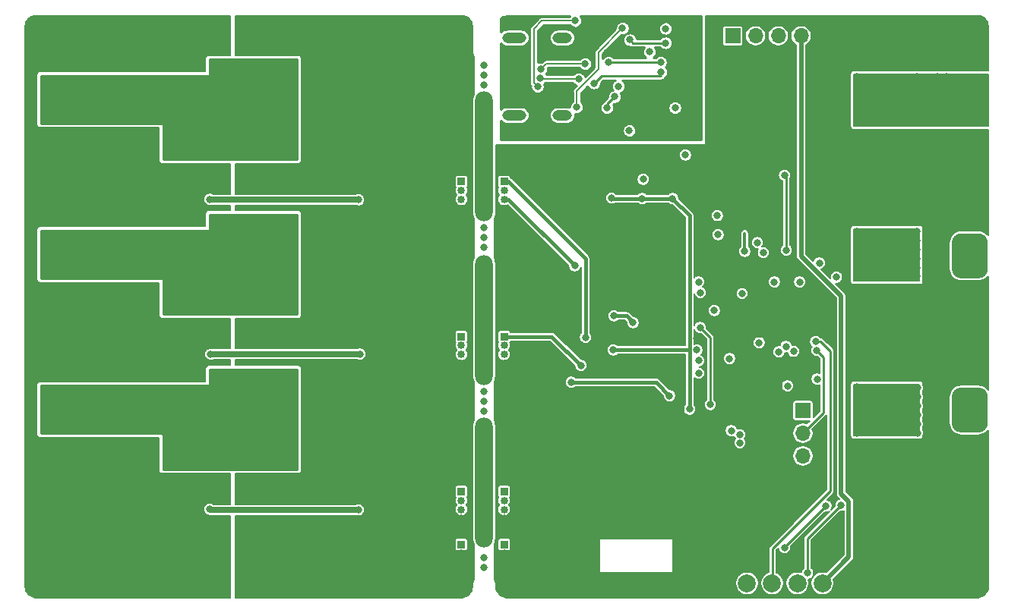
<source format=gbr>
%TF.GenerationSoftware,KiCad,Pcbnew,(5.1.8)-1*%
%TF.CreationDate,2021-01-30T00:08:38-08:00*%
%TF.ProjectId,MicroMotor,4d696372-6f4d-46f7-946f-722e6b696361,rev?*%
%TF.SameCoordinates,Original*%
%TF.FileFunction,Copper,L4,Bot*%
%TF.FilePolarity,Positive*%
%FSLAX46Y46*%
G04 Gerber Fmt 4.6, Leading zero omitted, Abs format (unit mm)*
G04 Created by KiCad (PCBNEW (5.1.8)-1) date 2021-01-30 00:08:38*
%MOMM*%
%LPD*%
G01*
G04 APERTURE LIST*
%TA.AperFunction,ComponentPad*%
%ADD10O,2.000000X14.500000*%
%TD*%
%TA.AperFunction,ComponentPad*%
%ADD11C,2.000000*%
%TD*%
%TA.AperFunction,ComponentPad*%
%ADD12R,0.850000X0.850000*%
%TD*%
%TA.AperFunction,ComponentPad*%
%ADD13O,0.850000X0.850000*%
%TD*%
%TA.AperFunction,ComponentPad*%
%ADD14O,2.159000X1.168400*%
%TD*%
%TA.AperFunction,ComponentPad*%
%ADD15O,2.667000X1.168400*%
%TD*%
%TA.AperFunction,ComponentPad*%
%ADD16C,5.000000*%
%TD*%
%TA.AperFunction,ComponentPad*%
%ADD17R,1.700000X1.700000*%
%TD*%
%TA.AperFunction,ComponentPad*%
%ADD18O,1.700000X1.700000*%
%TD*%
%TA.AperFunction,SMDPad,CuDef*%
%ADD19R,0.500000X1.850000*%
%TD*%
%TA.AperFunction,ViaPad*%
%ADD20C,0.800000*%
%TD*%
%TA.AperFunction,Conductor*%
%ADD21C,0.180000*%
%TD*%
%TA.AperFunction,Conductor*%
%ADD22C,0.250000*%
%TD*%
%TA.AperFunction,Conductor*%
%ADD23C,0.500000*%
%TD*%
%TA.AperFunction,Conductor*%
%ADD24C,0.400000*%
%TD*%
%TA.AperFunction,Conductor*%
%ADD25C,0.650000*%
%TD*%
%TA.AperFunction,Conductor*%
%ADD26C,0.300000*%
%TD*%
%TA.AperFunction,Conductor*%
%ADD27C,0.100000*%
%TD*%
%TA.AperFunction,Conductor*%
%ADD28C,0.210000*%
%TD*%
%TA.AperFunction,Conductor*%
%ADD29C,0.254000*%
%TD*%
G04 APERTURE END LIST*
D10*
%TO.P,REF\u002A\u002A,1*%
%TO.N,N/C*%
X148150000Y-115100000D03*
%TD*%
%TO.P,REF\u002A\u002A,1*%
%TO.N,N/C*%
X148150000Y-96975000D03*
%TD*%
%TO.P,REF\u002A\u002A,1*%
%TO.N,N/C*%
X148160000Y-78760000D03*
%TD*%
D11*
%TO.P,C28,2*%
%TO.N,GND*%
X123610000Y-64740000D03*
%TO.P,C28,1*%
%TO.N,+48V*%
X116110000Y-64740000D03*
%TD*%
D12*
%TO.P,J17,1*%
%TO.N,+48V*%
X150380000Y-122040000D03*
D13*
%TO.P,J17,2*%
%TO.N,GND*%
X150380000Y-123040000D03*
%TD*%
D11*
%TO.P,C28,1*%
%TO.N,+48V*%
X116535000Y-124990000D03*
%TO.P,C28,2*%
%TO.N,GND*%
X124035000Y-124990000D03*
%TD*%
D14*
%TO.P,J1,27*%
%TO.N,N/C*%
X156835700Y-65499998D03*
%TO.P,J1,28*%
X156835700Y-74140002D03*
D15*
%TO.P,J1,25*%
X151475700Y-65499998D03*
%TO.P,J1,26*%
X151475700Y-74140002D03*
%TD*%
%TO.P,C,1*%
%TO.N,MTR_C*%
%TA.AperFunction,ComponentPad*%
G36*
G01*
X201280000Y-69940000D02*
X203280000Y-69940000D01*
G75*
G02*
X204280000Y-70940000I0J-1000000D01*
G01*
X204280000Y-73940000D01*
G75*
G02*
X203280000Y-74940000I-1000000J0D01*
G01*
X201280000Y-74940000D01*
G75*
G02*
X200280000Y-73940000I0J1000000D01*
G01*
X200280000Y-70940000D01*
G75*
G02*
X201280000Y-69940000I1000000J0D01*
G01*
G37*
%TD.AperFunction*%
%TD*%
%TO.P,B,1*%
%TO.N,B_OUT*%
%TA.AperFunction,ComponentPad*%
G36*
G01*
X201280000Y-87340000D02*
X203280000Y-87340000D01*
G75*
G02*
X204280000Y-88340000I0J-1000000D01*
G01*
X204280000Y-91340000D01*
G75*
G02*
X203280000Y-92340000I-1000000J0D01*
G01*
X201280000Y-92340000D01*
G75*
G02*
X200280000Y-91340000I0J1000000D01*
G01*
X200280000Y-88340000D01*
G75*
G02*
X201280000Y-87340000I1000000J0D01*
G01*
G37*
%TD.AperFunction*%
%TD*%
%TO.P,A,1*%
%TO.N,A_OUT*%
%TA.AperFunction,ComponentPad*%
G36*
G01*
X201280000Y-104540000D02*
X203280000Y-104540000D01*
G75*
G02*
X204280000Y-105540000I0J-1000000D01*
G01*
X204280000Y-108540000D01*
G75*
G02*
X203280000Y-109540000I-1000000J0D01*
G01*
X201280000Y-109540000D01*
G75*
G02*
X200280000Y-108540000I0J1000000D01*
G01*
X200280000Y-105540000D01*
G75*
G02*
X201280000Y-104540000I1000000J0D01*
G01*
G37*
%TD.AperFunction*%
%TD*%
D16*
%TO.P,GND,1*%
%TO.N,GND*%
X137860000Y-125115000D03*
%TD*%
%TO.P,48V,1*%
%TO.N,+48V*%
X107135000Y-125090000D03*
%TD*%
D17*
%TO.P,J3,1*%
%TO.N,Encod_A*%
X175855000Y-65290000D03*
D18*
%TO.P,J3,2*%
%TO.N,Encod_B*%
X178395000Y-65290000D03*
%TO.P,J3,3*%
%TO.N,Encod_Z*%
X180935000Y-65290000D03*
%TO.P,J3,4*%
%TO.N,5V_Out*%
X183475000Y-65290000D03*
%TO.P,J3,5*%
%TO.N,GND*%
X186015000Y-65290000D03*
%TD*%
D11*
%TO.P,G,1*%
%TO.N,GND*%
X188655000Y-126390000D03*
%TD*%
%TO.P,5,1*%
%TO.N,5V_Out*%
X185855000Y-126390000D03*
%TD*%
%TO.P,C,1*%
%TO.N,HALL_C*%
X183055000Y-126390000D03*
%TD*%
%TO.P,B,1*%
%TO.N,HALL_B*%
X180255000Y-126390000D03*
%TD*%
%TO.P,A,1*%
%TO.N,HALL_A*%
X177455000Y-126390000D03*
%TD*%
D17*
%TO.P,J2,1*%
%TO.N,SWDIO*%
X183680000Y-107090000D03*
D18*
%TO.P,J2,2*%
%TO.N,SWCLK*%
X183680000Y-109630000D03*
%TO.P,J2,3*%
%TO.N,+3V3*%
X183680000Y-112170000D03*
%TO.P,J2,4*%
%TO.N,GND*%
X183680000Y-114710000D03*
%TD*%
D12*
%TO.P,J4,1*%
%TO.N,CLO_r*%
X145610000Y-81540000D03*
D13*
%TO.P,J4,2*%
%TO.N,MTR_C*%
X145610000Y-82540000D03*
%TO.P,J4,3*%
%TO.N,CHO_r*%
X145610000Y-83540000D03*
%TO.P,J4,4*%
%TO.N,GND*%
X145610000Y-84540000D03*
%TD*%
%TO.P,J5,4*%
%TO.N,GND*%
X145610000Y-101840000D03*
%TO.P,J5,3*%
%TO.N,BHO_r*%
X145610000Y-100840000D03*
%TO.P,J5,2*%
%TO.N,MTR_B*%
X145610000Y-99840000D03*
D12*
%TO.P,J5,1*%
%TO.N,BLO_r*%
X145610000Y-98840000D03*
%TD*%
%TO.P,J6,1*%
%TO.N,ALO_r*%
X145610000Y-116140000D03*
D13*
%TO.P,J6,2*%
%TO.N,MTR_A*%
X145610000Y-117140000D03*
%TO.P,J6,3*%
%TO.N,AHO_r*%
X145610000Y-118140000D03*
%TO.P,J6,4*%
%TO.N,GND*%
X145610000Y-119140000D03*
%TD*%
D12*
%TO.P,C,1*%
%TO.N,MTR_C*%
X105435000Y-72940000D03*
D13*
%TO.P,C,2*%
X105435000Y-71940000D03*
%TO.P,C,3*%
X104435000Y-72940000D03*
%TO.P,C,4*%
X104435000Y-71940000D03*
%TO.P,C,5*%
X103435000Y-72940000D03*
%TO.P,C,6*%
X103435000Y-71940000D03*
%TO.P,C,7*%
X102435000Y-72940000D03*
%TO.P,C,8*%
X102435000Y-71940000D03*
%TO.P,C,9*%
X101435000Y-72940000D03*
%TO.P,C,10*%
X101435000Y-71940000D03*
%TO.P,C,11*%
X100435000Y-72940000D03*
%TO.P,C,12*%
X100435000Y-71940000D03*
%TD*%
%TO.P,B,12*%
%TO.N,MTR_B*%
X100435000Y-89240000D03*
%TO.P,B,11*%
X100435000Y-90240000D03*
%TO.P,B,10*%
X101435000Y-89240000D03*
%TO.P,B,9*%
X101435000Y-90240000D03*
%TO.P,B,8*%
X102435000Y-89240000D03*
%TO.P,B,7*%
X102435000Y-90240000D03*
%TO.P,B,6*%
X103435000Y-89240000D03*
%TO.P,B,5*%
X103435000Y-90240000D03*
%TO.P,B,4*%
X104435000Y-89240000D03*
%TO.P,B,3*%
X104435000Y-90240000D03*
%TO.P,B,2*%
X105435000Y-89240000D03*
D12*
%TO.P,B,1*%
X105435000Y-90240000D03*
%TD*%
%TO.P,A,1*%
%TO.N,MTR_A*%
X105435000Y-107540000D03*
D13*
%TO.P,A,2*%
X105435000Y-106540000D03*
%TO.P,A,3*%
X104435000Y-107540000D03*
%TO.P,A,4*%
X104435000Y-106540000D03*
%TO.P,A,5*%
X103435000Y-107540000D03*
%TO.P,A,6*%
X103435000Y-106540000D03*
%TO.P,A,7*%
X102435000Y-107540000D03*
%TO.P,A,8*%
X102435000Y-106540000D03*
%TO.P,A,9*%
X101435000Y-107540000D03*
%TO.P,A,10*%
X101435000Y-106540000D03*
%TO.P,A,11*%
X100435000Y-107540000D03*
%TO.P,A,12*%
X100435000Y-106540000D03*
%TD*%
D19*
%TO.P,J10,1*%
%TO.N,MTR_C*%
X195560000Y-70915000D03*
%TO.P,J10,2*%
X195560000Y-73965000D03*
%TO.P,J10,3*%
X194560000Y-70915000D03*
%TO.P,J10,4*%
X194560000Y-73965000D03*
%TO.P,J10,5*%
X193560000Y-70915000D03*
%TO.P,J10,6*%
X193560000Y-73965000D03*
%TO.P,J10,7*%
X192560000Y-70915000D03*
%TO.P,J10,8*%
X192560000Y-73965000D03*
%TO.P,J10,9*%
X191560000Y-70915000D03*
%TO.P,J10,10*%
X191560000Y-73965000D03*
%TO.P,J10,11*%
X190560000Y-70915000D03*
%TO.P,J10,12*%
X190560000Y-73965000D03*
%TD*%
%TO.P,J11,12*%
%TO.N,MTR_B*%
X190560000Y-91265000D03*
%TO.P,J11,11*%
X190560000Y-88215000D03*
%TO.P,J11,10*%
X191560000Y-91265000D03*
%TO.P,J11,9*%
X191560000Y-88215000D03*
%TO.P,J11,8*%
X192560000Y-91265000D03*
%TO.P,J11,7*%
X192560000Y-88215000D03*
%TO.P,J11,6*%
X193560000Y-91265000D03*
%TO.P,J11,5*%
X193560000Y-88215000D03*
%TO.P,J11,4*%
X194560000Y-91265000D03*
%TO.P,J11,3*%
X194560000Y-88215000D03*
%TO.P,J11,2*%
X195560000Y-91265000D03*
%TO.P,J11,1*%
X195560000Y-88215000D03*
%TD*%
%TO.P,J12,1*%
%TO.N,MTR_A*%
X195560000Y-105515000D03*
%TO.P,J12,2*%
X195560000Y-108565000D03*
%TO.P,J12,3*%
X194560000Y-105515000D03*
%TO.P,J12,4*%
X194560000Y-108565000D03*
%TO.P,J12,5*%
X193560000Y-105515000D03*
%TO.P,J12,6*%
X193560000Y-108565000D03*
%TO.P,J12,7*%
X192560000Y-105515000D03*
%TO.P,J12,8*%
X192560000Y-108565000D03*
%TO.P,J12,9*%
X191560000Y-105515000D03*
%TO.P,J12,10*%
X191560000Y-108565000D03*
%TO.P,J12,11*%
X190560000Y-105515000D03*
%TO.P,J12,12*%
X190560000Y-108565000D03*
%TD*%
D12*
%TO.P,J13,1*%
%TO.N,CLO_r*%
X150380000Y-81540000D03*
D13*
%TO.P,J13,2*%
%TO.N,MTR_C*%
X150380000Y-82540000D03*
%TO.P,J13,3*%
%TO.N,CHO_r*%
X150380000Y-83540000D03*
%TO.P,J13,4*%
%TO.N,GND*%
X150380000Y-84540000D03*
%TD*%
%TO.P,J14,4*%
%TO.N,GND*%
X150380000Y-101840000D03*
%TO.P,J14,3*%
%TO.N,BHO_r*%
X150380000Y-100840000D03*
%TO.P,J14,2*%
%TO.N,MTR_B*%
X150380000Y-99840000D03*
D12*
%TO.P,J14,1*%
%TO.N,BLO_r*%
X150380000Y-98840000D03*
%TD*%
%TO.P,J15,1*%
%TO.N,ALO_r*%
X150380000Y-116140000D03*
D13*
%TO.P,J15,2*%
%TO.N,MTR_A*%
X150380000Y-117140000D03*
%TO.P,J15,3*%
%TO.N,AHO_r*%
X150380000Y-118140000D03*
%TO.P,J15,4*%
%TO.N,GND*%
X150380000Y-119140000D03*
%TD*%
D12*
%TO.P,J16,1*%
%TO.N,+48V*%
X145610000Y-122040000D03*
D13*
%TO.P,J16,2*%
%TO.N,GND*%
X145610000Y-123040000D03*
%TD*%
D20*
%TO.N,*%
X148150000Y-68550000D03*
X148150000Y-69650000D03*
X148150000Y-70750000D03*
X148149967Y-86650000D03*
X148149967Y-87750000D03*
X148149967Y-88850000D03*
X148149967Y-105000000D03*
X148149967Y-106100000D03*
X148149967Y-107200000D03*
X148149967Y-123475000D03*
X148149967Y-124575000D03*
%TO.N,GND*%
X150555000Y-86240000D03*
X150555000Y-87240000D03*
X151540000Y-93745000D03*
X150540000Y-93745000D03*
X151540000Y-95745000D03*
X151540000Y-94745000D03*
X150540000Y-95745000D03*
X150540000Y-94745000D03*
X155255000Y-78840000D03*
X157655000Y-78840000D03*
X160055000Y-78840000D03*
X152850000Y-78850000D03*
X134760000Y-124640000D03*
X139760000Y-122140000D03*
X136010000Y-127140000D03*
X139760000Y-127140000D03*
X141010000Y-124640000D03*
X141010000Y-127140000D03*
X136010000Y-122140000D03*
X134760000Y-127140000D03*
X141010000Y-122140000D03*
X141010000Y-125890000D03*
X141010000Y-123390000D03*
X138510000Y-122140000D03*
X137260000Y-122140000D03*
X134760000Y-123390000D03*
X139760000Y-123390000D03*
X134760000Y-125890000D03*
X136010000Y-123390000D03*
X134760000Y-122140000D03*
%TO.N,MTR_A*%
X99810000Y-104890000D03*
X107310000Y-104890000D03*
X103560000Y-104890000D03*
X103560000Y-109140000D03*
X101060000Y-109140000D03*
X109810000Y-104890000D03*
X106060000Y-109140000D03*
X106060000Y-104890000D03*
X111060000Y-109140000D03*
X108560000Y-109140000D03*
X108560000Y-104890000D03*
X109810000Y-109140000D03*
X102310000Y-104890000D03*
X104810000Y-104890000D03*
X111060000Y-104890000D03*
X101060000Y-104890000D03*
X99810000Y-109140000D03*
X102310000Y-109140000D03*
X107310000Y-109140000D03*
X104810000Y-109140000D03*
%TO.N,MTR_B*%
X99810000Y-87590000D03*
X107310000Y-87590000D03*
X103560000Y-87590000D03*
X103560000Y-91840000D03*
X101060000Y-91840000D03*
X109810000Y-87590000D03*
X106060000Y-91840000D03*
X106060000Y-87590000D03*
X111060000Y-91840000D03*
X108560000Y-91840000D03*
X108560000Y-87590000D03*
X109810000Y-91840000D03*
X102310000Y-87590000D03*
X104810000Y-87590000D03*
X111060000Y-87590000D03*
X101060000Y-87590000D03*
X99810000Y-91840000D03*
X102310000Y-91840000D03*
X107310000Y-91840000D03*
X104810000Y-91840000D03*
%TO.N,MTR_A*%
X193280000Y-108340000D03*
X193280000Y-105740000D03*
%TO.N,MTR_B*%
X193280000Y-91140000D03*
X193280000Y-88540000D03*
%TO.N,GNDS*%
X161875000Y-67120000D03*
X170225000Y-75870000D03*
X166850000Y-75695000D03*
X166575846Y-70919154D03*
%TO.N,Net-(C2-Pad1)*%
X159400000Y-68395000D03*
X154450653Y-68977039D03*
%TO.N,Net-(C3-Pad1)*%
X158667653Y-70082653D03*
X154416307Y-69976461D03*
%TO.N,Net-(C4-Pad1)*%
X181830000Y-89190000D03*
X181630000Y-80840000D03*
%TO.N,GND*%
X132015000Y-86890000D03*
X129615000Y-86890000D03*
X130815000Y-86890000D03*
X132015000Y-89690000D03*
X130815000Y-89690000D03*
X134415000Y-86890000D03*
X134415000Y-85690000D03*
X130815000Y-85690000D03*
X132015000Y-85690000D03*
X133215000Y-85690000D03*
X129615000Y-89690000D03*
X133215000Y-90890000D03*
X132015000Y-90890000D03*
X129615000Y-85690000D03*
X133215000Y-86890000D03*
X134415000Y-90890000D03*
X134415000Y-89690000D03*
X129615000Y-90890000D03*
X133215000Y-89690000D03*
X130815000Y-90890000D03*
X132015000Y-104190000D03*
X129615000Y-104190000D03*
X130815000Y-104190000D03*
X132015000Y-106990000D03*
X130815000Y-106990000D03*
X134415000Y-104190000D03*
X134415000Y-102990000D03*
X130815000Y-102990000D03*
X132015000Y-102990000D03*
X133215000Y-102990000D03*
X129615000Y-106990000D03*
X133215000Y-108190000D03*
X132015000Y-108190000D03*
X129615000Y-102990000D03*
X133215000Y-104190000D03*
X134415000Y-108190000D03*
X134415000Y-106990000D03*
X129615000Y-108190000D03*
X133215000Y-106990000D03*
X130815000Y-108190000D03*
X132035000Y-68390000D03*
X129635000Y-68390000D03*
X130835000Y-68390000D03*
X134435000Y-68390000D03*
X133235000Y-68390000D03*
X132035000Y-72390000D03*
X129635000Y-72390000D03*
X130835000Y-72390000D03*
X134435000Y-72390000D03*
X133235000Y-72390000D03*
X132035000Y-73590000D03*
X129635000Y-73590000D03*
X130835000Y-73590000D03*
X134435000Y-73590000D03*
X133235000Y-73590000D03*
X179305000Y-92240000D03*
X184305000Y-103840000D03*
X176705000Y-99840000D03*
X188205000Y-92840000D03*
X172626716Y-78038392D03*
X176679990Y-111764990D03*
X171855000Y-99040000D03*
X153055000Y-92340000D03*
X154055000Y-92340000D03*
X155055000Y-92340000D03*
X156055000Y-92340000D03*
X157055000Y-92340000D03*
X152655000Y-100340000D03*
X153855000Y-100340000D03*
X153855000Y-101340000D03*
X152655000Y-101340000D03*
X152255000Y-107140000D03*
X152255000Y-108340000D03*
X152255000Y-109540000D03*
X159855000Y-107140000D03*
X161055000Y-107140000D03*
X159855000Y-108340000D03*
X159855000Y-109540000D03*
X161055000Y-108340000D03*
X161055000Y-109540000D03*
X162255000Y-108340000D03*
X162255000Y-107140000D03*
X151555000Y-87240000D03*
X151555000Y-86240000D03*
X155255000Y-80340000D03*
X157655000Y-80340000D03*
X160055000Y-80340000D03*
X129635000Y-69590000D03*
X130835000Y-69590000D03*
X132035000Y-69590000D03*
X133235000Y-69590000D03*
X134435000Y-69590000D03*
X124085000Y-81040000D03*
X124085000Y-98040000D03*
X124085000Y-116040000D03*
X124085000Y-119590000D03*
X172330000Y-110790000D03*
X126625000Y-119590000D03*
X129165000Y-119590000D03*
X131705000Y-119590000D03*
X134245000Y-119590000D03*
X136785000Y-119590000D03*
X139325000Y-119590000D03*
X141865000Y-119590000D03*
X124085000Y-122130000D03*
X126625000Y-122130000D03*
X129165000Y-122130000D03*
X131705000Y-122130000D03*
X126625000Y-124670000D03*
X129165000Y-124670000D03*
X131705000Y-124670000D03*
X124085000Y-127210000D03*
X126625000Y-127210000D03*
X129165000Y-127210000D03*
X131705000Y-127210000D03*
X126625000Y-116040000D03*
X129165000Y-116040000D03*
X131705000Y-116040000D03*
X134245000Y-116040000D03*
X136785000Y-116040000D03*
X139325000Y-116040000D03*
X141865000Y-116040000D03*
X126625000Y-98040000D03*
X129165000Y-98040000D03*
X131705000Y-98040000D03*
X134245000Y-98040000D03*
X139325000Y-98040000D03*
X141865000Y-98040000D03*
X126625000Y-81040000D03*
X129165000Y-81040000D03*
X131705000Y-81040000D03*
X134245000Y-81040000D03*
X139325000Y-81040000D03*
X141865000Y-81040000D03*
X180600000Y-110400000D03*
X181550000Y-110400000D03*
X180600000Y-109200000D03*
X181550000Y-109200000D03*
X179650000Y-106200000D03*
X179650000Y-107100000D03*
X180600000Y-107450000D03*
X181650000Y-107450000D03*
X172450000Y-104750000D03*
X175150000Y-103850000D03*
X174150000Y-104700000D03*
X165650000Y-109550000D03*
X165650000Y-110400000D03*
X164450000Y-111200000D03*
X164450000Y-112100000D03*
X164450000Y-113000000D03*
X174950000Y-119750000D03*
X174950000Y-121350000D03*
X174950000Y-122250000D03*
X174950000Y-123700000D03*
X174950000Y-124600000D03*
X174950000Y-126150000D03*
X157950000Y-123150000D03*
X157950000Y-124200000D03*
X158900000Y-124200000D03*
X159850000Y-124200000D03*
X150200000Y-124350000D03*
X151200000Y-124350000D03*
X152100000Y-123900000D03*
X152100000Y-122950000D03*
X152850000Y-80350000D03*
X190550000Y-111350000D03*
X192550000Y-111350000D03*
X194550000Y-111350000D03*
X196550000Y-111350000D03*
X198550000Y-111350000D03*
X200550000Y-111350000D03*
X202550000Y-111350000D03*
X190550000Y-113350000D03*
X192550000Y-113350000D03*
X194550000Y-113350000D03*
X196550000Y-113350000D03*
X198550000Y-113350000D03*
X200550000Y-113350000D03*
X202550000Y-113350000D03*
X190550000Y-115350000D03*
X192550000Y-115350000D03*
X194550000Y-115350000D03*
X196550000Y-115350000D03*
X198550000Y-115350000D03*
X200550000Y-115350000D03*
X202550000Y-115350000D03*
X190550000Y-117350000D03*
X192550000Y-117350000D03*
X194550000Y-117350000D03*
X196550000Y-117350000D03*
X198550000Y-117350000D03*
X200550000Y-117350000D03*
X202550000Y-117350000D03*
X190550000Y-119350000D03*
X192550000Y-119350000D03*
X194550000Y-119350000D03*
X196550000Y-119350000D03*
X198550000Y-119350000D03*
X200550000Y-119350000D03*
X202550000Y-119350000D03*
X190550000Y-121350000D03*
X192550000Y-121350000D03*
X194550000Y-121350000D03*
X196550000Y-121350000D03*
X198550000Y-121350000D03*
X200550000Y-121350000D03*
X202550000Y-121350000D03*
X190550000Y-123350000D03*
X192550000Y-123350000D03*
X194550000Y-123350000D03*
X196550000Y-123350000D03*
X198550000Y-123350000D03*
X200550000Y-123350000D03*
X202550000Y-123350000D03*
X190550000Y-125350000D03*
X192550000Y-125350000D03*
X194550000Y-125350000D03*
X196550000Y-125350000D03*
X198550000Y-125350000D03*
X200550000Y-125350000D03*
X202550000Y-125350000D03*
X188650000Y-64050000D03*
X190650000Y-64050000D03*
X192650000Y-64050000D03*
X194650000Y-64050000D03*
X196650000Y-64050000D03*
X198650000Y-64050000D03*
X200650000Y-64050000D03*
X202650000Y-64050000D03*
X188650000Y-66050000D03*
X190650000Y-66050000D03*
X192650000Y-66050000D03*
X194650000Y-66050000D03*
X196650000Y-66050000D03*
X198650000Y-66050000D03*
X200650000Y-66050000D03*
X202650000Y-66050000D03*
X188650000Y-68050000D03*
X190650000Y-68050000D03*
X192650000Y-68050000D03*
X194650000Y-68050000D03*
X196650000Y-68050000D03*
X198650000Y-68050000D03*
X200650000Y-68050000D03*
X202650000Y-68050000D03*
%TO.N,3v3Out*%
X168375000Y-64470000D03*
X169425000Y-73320000D03*
X166575000Y-67070000D03*
X164325000Y-75870000D03*
X163125000Y-70895000D03*
%TO.N,+3V3*%
X185505000Y-90640000D03*
X185275144Y-103597464D03*
X176905000Y-94040003D03*
X187423359Y-92216252D03*
X174230000Y-87465000D03*
X176655000Y-110690000D03*
X176655000Y-109790000D03*
X175705000Y-109340000D03*
X179268865Y-89487869D03*
X175505000Y-101290011D03*
X165880000Y-81290000D03*
X170580000Y-78590000D03*
X181980000Y-104340000D03*
X174150000Y-85340000D03*
%TO.N,MTR_A*%
X118135000Y-103090000D03*
X112835000Y-110690000D03*
X116835000Y-110690000D03*
X115835000Y-110690000D03*
X115835000Y-111690000D03*
X116835000Y-109690000D03*
X114835000Y-111690000D03*
X114835000Y-109690000D03*
X115835000Y-109690000D03*
X112835000Y-111690000D03*
X113835000Y-111690000D03*
X113835000Y-110690000D03*
X114835000Y-110690000D03*
X113835000Y-109690000D03*
X116835000Y-111690000D03*
X112835000Y-109690000D03*
X119835000Y-103090000D03*
X121535000Y-103090000D03*
X123235000Y-103090000D03*
X124935000Y-103090000D03*
X126635000Y-103090000D03*
X118135000Y-104510000D03*
X119835000Y-104510000D03*
X121535000Y-104510000D03*
X123235000Y-104510000D03*
X124935000Y-104510000D03*
X126635000Y-104510000D03*
X118135000Y-105930000D03*
X119835000Y-105930000D03*
X121535000Y-105930000D03*
X123235000Y-105930000D03*
X124935000Y-105930000D03*
X126635000Y-105930000D03*
X118135000Y-107350000D03*
X119835000Y-107350000D03*
X121535000Y-107350000D03*
X123235000Y-107350000D03*
X124935000Y-107350000D03*
X126635000Y-107350000D03*
X118135000Y-108770000D03*
X119835000Y-108770000D03*
X121535000Y-108770000D03*
X123235000Y-108770000D03*
X124935000Y-108770000D03*
X126635000Y-108770000D03*
X118135000Y-110190000D03*
X119835000Y-110190000D03*
X121535000Y-110190000D03*
X123235000Y-110190000D03*
X124935000Y-110190000D03*
X126635000Y-110190000D03*
X118135000Y-111610000D03*
X119835000Y-111610000D03*
X121535000Y-111610000D03*
X123235000Y-111610000D03*
X124935000Y-111610000D03*
X126635000Y-111610000D03*
X118135000Y-113030000D03*
X119835000Y-113030000D03*
X121535000Y-113030000D03*
X123235000Y-113030000D03*
X124935000Y-113030000D03*
X126635000Y-113030000D03*
X196430000Y-104590000D03*
X196430000Y-105590000D03*
X196430000Y-106590000D03*
X196430000Y-107590000D03*
X196430000Y-108590000D03*
X196430000Y-109590000D03*
X189680000Y-104490000D03*
X189680000Y-105540000D03*
X189680000Y-106540000D03*
X189680000Y-107540000D03*
X189680000Y-108540000D03*
X189680000Y-109640000D03*
X190980000Y-107040000D03*
X192180000Y-107040000D03*
X195280000Y-107040000D03*
X193267500Y-107040000D03*
%TO.N,MTR_B*%
X124935000Y-94310000D03*
X118135000Y-95730000D03*
X121535000Y-95730000D03*
X124935000Y-95730000D03*
X126635000Y-94310000D03*
X119835000Y-95730000D03*
X123235000Y-95730000D03*
X118135000Y-94310000D03*
X126635000Y-95730000D03*
X119835000Y-94310000D03*
X121535000Y-94310000D03*
X126635000Y-92890000D03*
X123235000Y-94310000D03*
X118135000Y-87210000D03*
X119835000Y-87210000D03*
X121535000Y-87210000D03*
X123235000Y-87210000D03*
X124935000Y-88630000D03*
X126635000Y-90050000D03*
X126635000Y-88630000D03*
X119835000Y-90050000D03*
X123235000Y-90050000D03*
X124935000Y-91470000D03*
X126635000Y-91470000D03*
X119835000Y-91470000D03*
X118135000Y-92890000D03*
X121535000Y-92890000D03*
X119835000Y-88630000D03*
X121535000Y-91470000D03*
X123235000Y-92890000D03*
X118135000Y-90050000D03*
X124935000Y-90050000D03*
X119835000Y-92890000D03*
X118135000Y-88630000D03*
X121535000Y-88630000D03*
X124935000Y-92890000D03*
X126635000Y-87210000D03*
X123235000Y-91470000D03*
X118135000Y-91470000D03*
X124935000Y-87210000D03*
X123235000Y-88630000D03*
X121535000Y-90050000D03*
X121535000Y-85790000D03*
X123235000Y-85790000D03*
X119835000Y-85790000D03*
X124935000Y-85790000D03*
X118135000Y-85790000D03*
X126635000Y-85790000D03*
X112835000Y-94390000D03*
X113835000Y-94390000D03*
X114835000Y-94390000D03*
X115835000Y-94390000D03*
X116835000Y-94390000D03*
X116835000Y-93390000D03*
X115835000Y-93390000D03*
X114835000Y-93390000D03*
X113835000Y-93390000D03*
X112835000Y-93390000D03*
X112835000Y-92390000D03*
X113835000Y-92390000D03*
X114835000Y-92390000D03*
X115835000Y-92390000D03*
X116835000Y-92390000D03*
X189680000Y-87140000D03*
X189680000Y-88140000D03*
X189680000Y-89140000D03*
X189680000Y-90140000D03*
X189680000Y-91140000D03*
X189680000Y-92140000D03*
X195280000Y-89740000D03*
X196380000Y-87140000D03*
X196380000Y-88140000D03*
X196380000Y-89140000D03*
X196380000Y-90140000D03*
X196380000Y-91140000D03*
X196380000Y-92140000D03*
X193267500Y-89840000D03*
%TO.N,BHB*%
X168805000Y-105440000D03*
X157855000Y-103940000D03*
%TO.N,MTR_C*%
X124935000Y-77010000D03*
X118135000Y-78430000D03*
X121535000Y-78430000D03*
X124935000Y-78430000D03*
X126635000Y-77010000D03*
X119835000Y-78430000D03*
X123235000Y-78430000D03*
X118135000Y-77010000D03*
X126635000Y-78430000D03*
X119835000Y-77010000D03*
X121535000Y-77010000D03*
X126635000Y-75590000D03*
X123235000Y-77010000D03*
X118135000Y-69910000D03*
X119835000Y-69910000D03*
X121535000Y-69910000D03*
X123235000Y-69910000D03*
X124935000Y-71330000D03*
X126635000Y-72750000D03*
X126635000Y-71330000D03*
X119835000Y-72750000D03*
X123235000Y-72750000D03*
X124935000Y-74170000D03*
X126635000Y-74170000D03*
X119835000Y-74170000D03*
X118135000Y-75590000D03*
X121535000Y-75590000D03*
X119835000Y-71330000D03*
X121535000Y-74170000D03*
X123235000Y-75590000D03*
X118135000Y-72750000D03*
X124935000Y-72750000D03*
X119835000Y-75590000D03*
X118135000Y-71330000D03*
X121535000Y-71330000D03*
X124935000Y-75590000D03*
X126635000Y-69910000D03*
X123235000Y-74170000D03*
X118135000Y-74170000D03*
X124935000Y-69910000D03*
X123235000Y-71330000D03*
X121535000Y-72750000D03*
X121535000Y-68490000D03*
X123235000Y-68490000D03*
X119835000Y-68490000D03*
X124935000Y-68490000D03*
X118135000Y-68490000D03*
X126635000Y-68490000D03*
X112835000Y-76090000D03*
X116835000Y-76090000D03*
X115835000Y-76090000D03*
X115835000Y-77090000D03*
X116835000Y-75090000D03*
X114835000Y-77090000D03*
X114835000Y-75090000D03*
X115835000Y-75090000D03*
X112835000Y-77090000D03*
X113835000Y-77090000D03*
X113835000Y-76090000D03*
X114835000Y-76090000D03*
X113835000Y-75090000D03*
X116835000Y-77090000D03*
X112835000Y-75090000D03*
X189680000Y-69840000D03*
X189680000Y-70840000D03*
X189680000Y-71840000D03*
X189680000Y-72840000D03*
X189680000Y-73840000D03*
X189680000Y-74840000D03*
X190680000Y-72440000D03*
X191780000Y-72440000D03*
X192880000Y-72440000D03*
X193980000Y-72440000D03*
X195080000Y-72440000D03*
X196180000Y-72440000D03*
X196380000Y-69840000D03*
X196380000Y-70840000D03*
X196380000Y-74940000D03*
X196380000Y-73840000D03*
X199680000Y-69840000D03*
X199680000Y-70840000D03*
X199680000Y-71840000D03*
X199680000Y-72840000D03*
X199680000Y-73840000D03*
X199680000Y-74840000D03*
X198680000Y-69840000D03*
X198680000Y-70840000D03*
X198680000Y-71840000D03*
X198680000Y-72840000D03*
X198680000Y-73840000D03*
X198680000Y-74840000D03*
X99810000Y-70290000D03*
X101060000Y-70290000D03*
X102310000Y-70290000D03*
X103560000Y-70290000D03*
X104810000Y-70290000D03*
X106060000Y-70290000D03*
X107310000Y-70290000D03*
X108560000Y-70290000D03*
X109810000Y-70290000D03*
X111060000Y-70290000D03*
X99810000Y-74540000D03*
X101060000Y-74540000D03*
X102310000Y-74540000D03*
X103560000Y-74540000D03*
X104810000Y-74540000D03*
X106060000Y-74540000D03*
X107310000Y-74540000D03*
X108560000Y-74540000D03*
X109810000Y-74540000D03*
X111060000Y-74540000D03*
%TO.N,Net-(D1-Pad1)*%
X168375000Y-66070000D03*
X164400000Y-65727319D03*
%TO.N,SWCLK*%
X185209685Y-100384508D03*
%TO.N,Encod_A*%
X178605000Y-88340000D03*
%TO.N,Encod_B*%
X180505000Y-92740000D03*
%TO.N,Encod_Z*%
X183305000Y-92740000D03*
%TO.N,AHO*%
X134135000Y-118190000D03*
X117575000Y-118130000D03*
%TO.N,BHO*%
X117685000Y-100815000D03*
X134285000Y-100790000D03*
%TO.N,CHO*%
X134160000Y-83590000D03*
X117575000Y-83530000D03*
%TO.N,Net-(R1-Pad2)*%
X167819679Y-68221519D03*
X161999975Y-68234148D03*
%TO.N,Net-(R2-Pad1)*%
X167875000Y-69320004D03*
X160375000Y-70570000D03*
%TO.N,DIS*%
X178805000Y-99540000D03*
X172255000Y-93940000D03*
%TO.N,Net-(R10-Pad2)*%
X173355000Y-106440000D03*
X172229990Y-97840000D03*
%TO.N,BLO_r*%
X158920686Y-102074314D03*
%TO.N,CLO_r*%
X159455000Y-98940000D03*
%TO.N,CHO_r*%
X158255000Y-90940000D03*
%TO.N,AHO_r*%
X164755010Y-97290000D03*
X162605000Y-96540000D03*
%TO.N,AHI*%
X171855000Y-100340000D03*
X173805000Y-95940000D03*
%TO.N,ALI*%
X172055000Y-101540000D03*
X181005000Y-100540000D03*
%TO.N,HALL_A*%
X181630000Y-122390000D03*
X186250000Y-117750000D03*
%TO.N,HALL_B*%
X185105000Y-99390000D03*
%TO.N,HALL_C*%
X184205000Y-125240000D03*
X187950000Y-117650000D03*
%TO.N,BLI*%
X172055000Y-102940000D03*
X181805000Y-99940000D03*
%TO.N,CLI*%
X172055000Y-92740000D03*
X182637052Y-100494701D03*
%TO.N,Net-(R22-Pad2)*%
X161825000Y-73320000D03*
X162674154Y-72070846D03*
%TO.N,Net-(J1-PadB5)*%
X158305000Y-63600000D03*
X154105000Y-70950000D03*
%TO.N,/VBUS*%
X163575000Y-64420000D03*
X158455000Y-73240000D03*
%TO.N,+48V*%
X106435000Y-81670000D03*
X106435000Y-78830000D03*
X108135000Y-80250000D03*
X109835000Y-75990000D03*
X101335000Y-83090000D03*
X108135000Y-75990000D03*
X104735000Y-77410000D03*
X109835000Y-77410000D03*
X104735000Y-83090000D03*
X104735000Y-84510000D03*
X106435000Y-85930000D03*
X106435000Y-77410000D03*
X108135000Y-77410000D03*
X101335000Y-78830000D03*
X104735000Y-81670000D03*
X108135000Y-81670000D03*
X108135000Y-83090000D03*
X101335000Y-77410000D03*
X101335000Y-80250000D03*
X104735000Y-78830000D03*
X103035000Y-83090000D03*
X106435000Y-84510000D03*
X101335000Y-85930000D03*
X108135000Y-84510000D03*
X106435000Y-80250000D03*
X106435000Y-83090000D03*
X103035000Y-75990000D03*
X103035000Y-81670000D03*
X103035000Y-85930000D03*
X104735000Y-80250000D03*
X104735000Y-85930000D03*
X106435000Y-75990000D03*
X104735000Y-75990000D03*
X103035000Y-77410000D03*
X109835000Y-78830000D03*
X103035000Y-80250000D03*
X101335000Y-84510000D03*
X103035000Y-78830000D03*
X108135000Y-78830000D03*
X101335000Y-81670000D03*
X109835000Y-81670000D03*
X109835000Y-80250000D03*
X103035000Y-84510000D03*
X108135000Y-85930000D03*
X109835000Y-85930000D03*
X109835000Y-83090000D03*
X109835000Y-84510000D03*
X101335000Y-75990000D03*
X106435000Y-98970000D03*
X106435000Y-96130000D03*
X108135000Y-97550000D03*
X109835000Y-93290000D03*
X101335000Y-100390000D03*
X108135000Y-93290000D03*
X104735000Y-94710000D03*
X109835000Y-94710000D03*
X104735000Y-100390000D03*
X104735000Y-101810000D03*
X106435000Y-103230000D03*
X106435000Y-94710000D03*
X108135000Y-94710000D03*
X101335000Y-96130000D03*
X104735000Y-98970000D03*
X108135000Y-98970000D03*
X108135000Y-100390000D03*
X101335000Y-94710000D03*
X101335000Y-97550000D03*
X104735000Y-96130000D03*
X103035000Y-100390000D03*
X106435000Y-101810000D03*
X101335000Y-103230000D03*
X108135000Y-101810000D03*
X106435000Y-97550000D03*
X106435000Y-100390000D03*
X103035000Y-93290000D03*
X103035000Y-98970000D03*
X103035000Y-103230000D03*
X104735000Y-97550000D03*
X104735000Y-103230000D03*
X106435000Y-93290000D03*
X104735000Y-93290000D03*
X103035000Y-94710000D03*
X109835000Y-96130000D03*
X103035000Y-97550000D03*
X101335000Y-101810000D03*
X103035000Y-96130000D03*
X108135000Y-96130000D03*
X101335000Y-98970000D03*
X109835000Y-98970000D03*
X109835000Y-97550000D03*
X103035000Y-101810000D03*
X108135000Y-103230000D03*
X109835000Y-103230000D03*
X109835000Y-100390000D03*
X109835000Y-101810000D03*
X101335000Y-93290000D03*
X101335000Y-110590000D03*
X103035000Y-110590000D03*
X104735000Y-110590000D03*
X106435000Y-110590000D03*
X108135000Y-110590000D03*
X109835000Y-110590000D03*
X101335000Y-112010000D03*
X103035000Y-112010000D03*
X104735000Y-112010000D03*
X106435000Y-112010000D03*
X108135000Y-112010000D03*
X109835000Y-112010000D03*
X101335000Y-113430000D03*
X103035000Y-113430000D03*
X104735000Y-113430000D03*
X106435000Y-113430000D03*
X108135000Y-113430000D03*
X109835000Y-113430000D03*
X101335000Y-114850000D03*
X103035000Y-114850000D03*
X104735000Y-114850000D03*
X106435000Y-114850000D03*
X108135000Y-114850000D03*
X109835000Y-114850000D03*
X101335000Y-116270000D03*
X103035000Y-116270000D03*
X104735000Y-116270000D03*
X106435000Y-116270000D03*
X108135000Y-116270000D03*
X109835000Y-116270000D03*
X101335000Y-117690000D03*
X103035000Y-117690000D03*
X104735000Y-117690000D03*
X106435000Y-117690000D03*
X108135000Y-117690000D03*
X109835000Y-117690000D03*
X101335000Y-119110000D03*
X103035000Y-119110000D03*
X104735000Y-119110000D03*
X106435000Y-119110000D03*
X108135000Y-119110000D03*
X109835000Y-119110000D03*
X101335000Y-120530000D03*
X103035000Y-120530000D03*
X104735000Y-120530000D03*
X106435000Y-120530000D03*
X108135000Y-120530000D03*
X109835000Y-120530000D03*
X104060000Y-122140000D03*
X105310000Y-122140000D03*
X106560000Y-122140000D03*
X107810000Y-122140000D03*
X109060000Y-122140000D03*
X110310000Y-122140000D03*
X104060000Y-123390000D03*
X105310000Y-123390000D03*
X109060000Y-123390000D03*
X110310000Y-123390000D03*
X104060000Y-124640000D03*
X110310000Y-124640000D03*
X104060000Y-125890000D03*
X110310000Y-125890000D03*
X104060000Y-127140000D03*
X105310000Y-127140000D03*
X109060000Y-127140000D03*
X110310000Y-127140000D03*
%TO.N,12V_Out*%
X162555000Y-100340000D03*
X162355000Y-83390000D03*
X165755000Y-83440000D03*
X169155000Y-83440000D03*
X171055000Y-106940000D03*
%TO.N,B_SENS*%
X177205000Y-89340000D03*
%TD*%
D21*
%TO.N,Net-(C2-Pad1)*%
X155032692Y-68395000D02*
X154450653Y-68977039D01*
X159400000Y-68395000D02*
X155032692Y-68395000D01*
%TO.N,Net-(C3-Pad1)*%
X158667653Y-70082653D02*
X154522499Y-70082653D01*
X154522499Y-70082653D02*
X154416307Y-69976461D01*
D22*
%TO.N,Net-(C4-Pad1)*%
X181830000Y-81040000D02*
X181630000Y-80840000D01*
X181830000Y-89190000D02*
X181830000Y-81040000D01*
D23*
%TO.N,5V_Out*%
X183475000Y-89868002D02*
X187950000Y-94343002D01*
X183475000Y-65290000D02*
X183475000Y-89868002D01*
X188800001Y-123444999D02*
X185855000Y-126390000D01*
X188800001Y-117241999D02*
X188800001Y-123444999D01*
X187950000Y-116391998D02*
X188800001Y-117241999D01*
X187950000Y-94343002D02*
X187950000Y-116391998D01*
D24*
%TO.N,BHB*%
X167305000Y-103940000D02*
X168805000Y-105440000D01*
X157855000Y-103940000D02*
X167305000Y-103940000D01*
D22*
%TO.N,Net-(D1-Pad1)*%
X168375000Y-66070000D02*
X164742681Y-66070000D01*
X164742681Y-66070000D02*
X164400000Y-65727319D01*
%TO.N,SWCLK*%
X186000145Y-101174968D02*
X185209685Y-100384508D01*
X186000145Y-107309855D02*
X186000145Y-101174968D01*
X183680000Y-109630000D02*
X186000145Y-107309855D01*
D25*
%TO.N,AHO*%
X117635000Y-118190000D02*
X117575000Y-118130000D01*
X134135000Y-118190000D02*
X117635000Y-118190000D01*
%TO.N,BHO*%
X134260000Y-100815000D02*
X134285000Y-100790000D01*
X117685000Y-100815000D02*
X134260000Y-100815000D01*
%TO.N,CHO*%
X117635000Y-83590000D02*
X117575000Y-83530000D01*
X134160000Y-83590000D02*
X117635000Y-83590000D01*
D22*
%TO.N,Net-(R1-Pad2)*%
X167819679Y-68221519D02*
X161997765Y-68221519D01*
%TO.N,Net-(R2-Pad1)*%
X161224996Y-69720004D02*
X160375000Y-70570000D01*
X167875000Y-69720004D02*
X161224996Y-69720004D01*
%TO.N,Net-(R10-Pad2)*%
X173355000Y-98965010D02*
X172229990Y-97840000D01*
X173355000Y-106440000D02*
X173355000Y-98965010D01*
D24*
%TO.N,AHO_r*%
X164005010Y-96540000D02*
X164755010Y-97290000D01*
X162605000Y-96540000D02*
X164005010Y-96540000D01*
D22*
%TO.N,HALL_A*%
X181630000Y-122370000D02*
X181630000Y-122390000D01*
X186250000Y-117750000D02*
X181630000Y-122370000D01*
%TO.N,HALL_B*%
X185105000Y-99390000D02*
X185255000Y-99240000D01*
X186750000Y-116069694D02*
X180292347Y-122527347D01*
X186750000Y-100469315D02*
X186750000Y-116069694D01*
X180292347Y-122527347D02*
X180292347Y-126352653D01*
X185670685Y-99390000D02*
X186750000Y-100469315D01*
X185105000Y-99390000D02*
X185670685Y-99390000D01*
%TO.N,HALL_C*%
X184205000Y-121395000D02*
X184205000Y-125240000D01*
X187950000Y-117650000D02*
X184205000Y-121395000D01*
%TO.N,Net-(R22-Pad2)*%
X161825000Y-73320000D02*
X161825000Y-72920000D01*
X161825000Y-72920000D02*
X162674154Y-72070846D01*
D21*
%TO.N,Net-(J1-PadB5)*%
X153705001Y-64479999D02*
X153705001Y-70550001D01*
X154585000Y-63600000D02*
X153705001Y-64479999D01*
X153705001Y-70550001D02*
X154105000Y-70950000D01*
X158305000Y-63600000D02*
X154585000Y-63600000D01*
%TO.N,/VBUS*%
X158455000Y-71468798D02*
X160895000Y-69028798D01*
X158455000Y-73240000D02*
X158455000Y-71468798D01*
X160895000Y-67100000D02*
X163575000Y-64420000D01*
X160895000Y-69028798D02*
X160895000Y-67100000D01*
D24*
%TO.N,12V_Out*%
X169155000Y-83440000D02*
X165755000Y-83440000D01*
X162405000Y-83440000D02*
X162355000Y-83390000D01*
X165755000Y-83440000D02*
X162405000Y-83440000D01*
X162555000Y-100340000D02*
X163120686Y-100339999D01*
X171054999Y-85339999D02*
X169155000Y-83440000D01*
X163120686Y-100339999D02*
X171054999Y-100339999D01*
X171054999Y-100339999D02*
X171054999Y-85339999D01*
X171054999Y-106239999D02*
X171054999Y-100339999D01*
X171055000Y-106940000D02*
X171054999Y-106239999D01*
D26*
%TO.N,B_SENS*%
X177205000Y-87340000D02*
X177205000Y-89340000D01*
D24*
%TO.N,CLO_r*%
X159455000Y-90140000D02*
X159455000Y-98940000D01*
X150855000Y-81540000D02*
X159455000Y-90140000D01*
X150380000Y-81540000D02*
X150855000Y-81540000D01*
%TO.N,CHO_r*%
X150855000Y-83540000D02*
X150380000Y-83540000D01*
X158255000Y-90940000D02*
X150855000Y-83540000D01*
%TO.N,BLO_r*%
X158920686Y-102074314D02*
X155686372Y-98840000D01*
X150380000Y-98840000D02*
X155686372Y-98840000D01*
%TD*%
D22*
%TO.N,GNDS*%
X157719013Y-63089971D02*
X157703018Y-63105966D01*
X157683618Y-63135000D01*
X154607834Y-63135000D01*
X154585000Y-63132751D01*
X154562166Y-63135000D01*
X154562165Y-63135000D01*
X154493844Y-63141729D01*
X154406192Y-63168318D01*
X154325410Y-63211497D01*
X154254605Y-63269605D01*
X154240047Y-63287344D01*
X153392350Y-64135042D01*
X153374606Y-64149604D01*
X153316498Y-64220410D01*
X153273319Y-64301192D01*
X153246730Y-64388844D01*
X153241415Y-64442812D01*
X153237752Y-64479999D01*
X153240001Y-64502831D01*
X153240002Y-70527159D01*
X153237752Y-70550001D01*
X153246731Y-70641156D01*
X153273320Y-70728809D01*
X153295974Y-70771191D01*
X153316499Y-70809591D01*
X153337625Y-70835334D01*
X153330000Y-70873669D01*
X153330000Y-71026331D01*
X153359783Y-71176059D01*
X153418204Y-71317100D01*
X153503018Y-71444034D01*
X153610966Y-71551982D01*
X153737900Y-71636796D01*
X153878941Y-71695217D01*
X154028669Y-71725000D01*
X154181331Y-71725000D01*
X154331059Y-71695217D01*
X154472100Y-71636796D01*
X154599034Y-71551982D01*
X154706982Y-71444034D01*
X154791796Y-71317100D01*
X154850217Y-71176059D01*
X154880000Y-71026331D01*
X154880000Y-70873669D01*
X154850217Y-70723941D01*
X154816047Y-70641448D01*
X154910341Y-70578443D01*
X154941131Y-70547653D01*
X158046271Y-70547653D01*
X158065671Y-70576687D01*
X158173619Y-70684635D01*
X158300553Y-70769449D01*
X158439279Y-70826911D01*
X158142345Y-71123845D01*
X158124606Y-71138403D01*
X158110049Y-71156141D01*
X158066497Y-71209209D01*
X158028448Y-71280394D01*
X158023319Y-71289990D01*
X158015667Y-71315217D01*
X157996730Y-71377643D01*
X157987751Y-71468798D01*
X157990001Y-71491640D01*
X157990000Y-72618618D01*
X157960966Y-72638018D01*
X157853018Y-72745966D01*
X157768204Y-72872900D01*
X157709783Y-73013941D01*
X157680000Y-73163669D01*
X157680000Y-73243509D01*
X157519036Y-73194681D01*
X157378121Y-73180802D01*
X156293279Y-73180802D01*
X156152364Y-73194681D01*
X155971554Y-73249529D01*
X155804919Y-73338597D01*
X155658861Y-73458463D01*
X155538995Y-73604521D01*
X155449927Y-73771156D01*
X155395079Y-73951966D01*
X155376559Y-74140002D01*
X155395079Y-74328038D01*
X155449927Y-74508848D01*
X155538995Y-74675483D01*
X155658861Y-74821541D01*
X155804919Y-74941407D01*
X155971554Y-75030475D01*
X156152364Y-75085323D01*
X156293279Y-75099202D01*
X157378121Y-75099202D01*
X157519036Y-75085323D01*
X157699846Y-75030475D01*
X157866481Y-74941407D01*
X158012539Y-74821541D01*
X158132405Y-74675483D01*
X158221473Y-74508848D01*
X158276321Y-74328038D01*
X158294841Y-74140002D01*
X158280608Y-73995494D01*
X158378669Y-74015000D01*
X158531331Y-74015000D01*
X158681059Y-73985217D01*
X158822100Y-73926796D01*
X158949034Y-73841982D01*
X159056982Y-73734034D01*
X159141796Y-73607100D01*
X159200217Y-73466059D01*
X159230000Y-73316331D01*
X159230000Y-73163669D01*
X159200217Y-73013941D01*
X159141796Y-72872900D01*
X159056982Y-72745966D01*
X158949034Y-72638018D01*
X158920000Y-72618618D01*
X158920000Y-71661406D01*
X159675347Y-70906060D01*
X159688204Y-70937100D01*
X159773018Y-71064034D01*
X159880966Y-71171982D01*
X160007900Y-71256796D01*
X160148941Y-71315217D01*
X160298669Y-71345000D01*
X160451331Y-71345000D01*
X160601059Y-71315217D01*
X160742100Y-71256796D01*
X160869034Y-71171982D01*
X160976982Y-71064034D01*
X161061796Y-70937100D01*
X161120217Y-70796059D01*
X161150000Y-70646331D01*
X161150000Y-70502106D01*
X161432103Y-70220004D01*
X162740240Y-70220004D01*
X162630966Y-70293018D01*
X162523018Y-70400966D01*
X162438204Y-70527900D01*
X162379783Y-70668941D01*
X162350000Y-70818669D01*
X162350000Y-70971331D01*
X162379783Y-71121059D01*
X162438204Y-71262100D01*
X162476833Y-71319913D01*
X162448095Y-71325629D01*
X162307054Y-71384050D01*
X162180120Y-71468864D01*
X162072172Y-71576812D01*
X161987358Y-71703746D01*
X161928937Y-71844787D01*
X161899154Y-71994515D01*
X161899154Y-72138740D01*
X161488819Y-72549076D01*
X161469737Y-72564736D01*
X161407255Y-72640871D01*
X161390174Y-72672828D01*
X161385494Y-72681584D01*
X161330966Y-72718018D01*
X161223018Y-72825966D01*
X161138204Y-72952900D01*
X161079783Y-73093941D01*
X161050000Y-73243669D01*
X161050000Y-73396331D01*
X161079783Y-73546059D01*
X161138204Y-73687100D01*
X161223018Y-73814034D01*
X161330966Y-73921982D01*
X161457900Y-74006796D01*
X161598941Y-74065217D01*
X161748669Y-74095000D01*
X161901331Y-74095000D01*
X162051059Y-74065217D01*
X162192100Y-74006796D01*
X162319034Y-73921982D01*
X162426982Y-73814034D01*
X162511796Y-73687100D01*
X162570217Y-73546059D01*
X162600000Y-73396331D01*
X162600000Y-73243669D01*
X168650000Y-73243669D01*
X168650000Y-73396331D01*
X168679783Y-73546059D01*
X168738204Y-73687100D01*
X168823018Y-73814034D01*
X168930966Y-73921982D01*
X169057900Y-74006796D01*
X169198941Y-74065217D01*
X169348669Y-74095000D01*
X169501331Y-74095000D01*
X169651059Y-74065217D01*
X169792100Y-74006796D01*
X169919034Y-73921982D01*
X170026982Y-73814034D01*
X170111796Y-73687100D01*
X170170217Y-73546059D01*
X170200000Y-73396331D01*
X170200000Y-73243669D01*
X170170217Y-73093941D01*
X170111796Y-72952900D01*
X170026982Y-72825966D01*
X169919034Y-72718018D01*
X169792100Y-72633204D01*
X169651059Y-72574783D01*
X169501331Y-72545000D01*
X169348669Y-72545000D01*
X169198941Y-72574783D01*
X169057900Y-72633204D01*
X168930966Y-72718018D01*
X168823018Y-72825966D01*
X168738204Y-72952900D01*
X168679783Y-73093941D01*
X168650000Y-73243669D01*
X162600000Y-73243669D01*
X162570217Y-73093941D01*
X162511796Y-72952900D01*
X162506753Y-72945352D01*
X162606260Y-72845846D01*
X162750485Y-72845846D01*
X162900213Y-72816063D01*
X163041254Y-72757642D01*
X163168188Y-72672828D01*
X163276136Y-72564880D01*
X163360950Y-72437946D01*
X163419371Y-72296905D01*
X163449154Y-72147177D01*
X163449154Y-71994515D01*
X163419371Y-71844787D01*
X163360950Y-71703746D01*
X163322321Y-71645933D01*
X163351059Y-71640217D01*
X163492100Y-71581796D01*
X163619034Y-71496982D01*
X163726982Y-71389034D01*
X163811796Y-71262100D01*
X163870217Y-71121059D01*
X163900000Y-70971331D01*
X163900000Y-70818669D01*
X163870217Y-70668941D01*
X163811796Y-70527900D01*
X163726982Y-70400966D01*
X163619034Y-70293018D01*
X163509760Y-70220004D01*
X167899560Y-70220004D01*
X167973017Y-70212769D01*
X168067267Y-70184179D01*
X168154129Y-70137750D01*
X168230264Y-70075268D01*
X168292746Y-69999133D01*
X168314508Y-69958419D01*
X168369034Y-69921986D01*
X168476982Y-69814038D01*
X168561796Y-69687104D01*
X168620217Y-69546063D01*
X168650000Y-69396335D01*
X168650000Y-69243673D01*
X168620217Y-69093945D01*
X168561796Y-68952904D01*
X168476982Y-68825970D01*
X168394113Y-68743101D01*
X168421661Y-68715553D01*
X168506475Y-68588619D01*
X168564896Y-68447578D01*
X168594679Y-68297850D01*
X168594679Y-68145188D01*
X168564896Y-67995460D01*
X168506475Y-67854419D01*
X168421661Y-67727485D01*
X168313713Y-67619537D01*
X168186779Y-67534723D01*
X168045738Y-67476302D01*
X167896010Y-67446519D01*
X167743348Y-67446519D01*
X167593620Y-67476302D01*
X167452579Y-67534723D01*
X167325645Y-67619537D01*
X167223663Y-67721519D01*
X166994896Y-67721519D01*
X167069034Y-67671982D01*
X167176982Y-67564034D01*
X167261796Y-67437100D01*
X167320217Y-67296059D01*
X167350000Y-67146331D01*
X167350000Y-66993669D01*
X167320217Y-66843941D01*
X167261796Y-66702900D01*
X167176982Y-66575966D01*
X167171016Y-66570000D01*
X167778984Y-66570000D01*
X167880966Y-66671982D01*
X168007900Y-66756796D01*
X168148941Y-66815217D01*
X168298669Y-66845000D01*
X168451331Y-66845000D01*
X168601059Y-66815217D01*
X168742100Y-66756796D01*
X168869034Y-66671982D01*
X168976982Y-66564034D01*
X169061796Y-66437100D01*
X169120217Y-66296059D01*
X169150000Y-66146331D01*
X169150000Y-65993669D01*
X169120217Y-65843941D01*
X169061796Y-65702900D01*
X168976982Y-65575966D01*
X168869034Y-65468018D01*
X168742100Y-65383204D01*
X168601059Y-65324783D01*
X168451331Y-65295000D01*
X168298669Y-65295000D01*
X168148941Y-65324783D01*
X168007900Y-65383204D01*
X167880966Y-65468018D01*
X167778984Y-65570000D01*
X165158890Y-65570000D01*
X165145217Y-65501260D01*
X165086796Y-65360219D01*
X165001982Y-65233285D01*
X164894034Y-65125337D01*
X164767100Y-65040523D01*
X164626059Y-64982102D01*
X164476331Y-64952319D01*
X164323669Y-64952319D01*
X164173941Y-64982102D01*
X164054962Y-65031385D01*
X164069034Y-65021982D01*
X164176982Y-64914034D01*
X164261796Y-64787100D01*
X164320217Y-64646059D01*
X164350000Y-64496331D01*
X164350000Y-64393669D01*
X167600000Y-64393669D01*
X167600000Y-64546331D01*
X167629783Y-64696059D01*
X167688204Y-64837100D01*
X167773018Y-64964034D01*
X167880966Y-65071982D01*
X168007900Y-65156796D01*
X168148941Y-65215217D01*
X168298669Y-65245000D01*
X168451331Y-65245000D01*
X168601059Y-65215217D01*
X168742100Y-65156796D01*
X168869034Y-65071982D01*
X168976982Y-64964034D01*
X169061796Y-64837100D01*
X169120217Y-64696059D01*
X169150000Y-64546331D01*
X169150000Y-64393669D01*
X169120217Y-64243941D01*
X169061796Y-64102900D01*
X168976982Y-63975966D01*
X168869034Y-63868018D01*
X168742100Y-63783204D01*
X168601059Y-63724783D01*
X168451331Y-63695000D01*
X168298669Y-63695000D01*
X168148941Y-63724783D01*
X168007900Y-63783204D01*
X167880966Y-63868018D01*
X167773018Y-63975966D01*
X167688204Y-64102900D01*
X167629783Y-64243941D01*
X167600000Y-64393669D01*
X164350000Y-64393669D01*
X164350000Y-64343669D01*
X164320217Y-64193941D01*
X164261796Y-64052900D01*
X164176982Y-63925966D01*
X164069034Y-63818018D01*
X163942100Y-63733204D01*
X163801059Y-63674783D01*
X163651331Y-63645000D01*
X163498669Y-63645000D01*
X163348941Y-63674783D01*
X163207900Y-63733204D01*
X163080966Y-63818018D01*
X162973018Y-63925966D01*
X162888204Y-64052900D01*
X162829783Y-64193941D01*
X162800000Y-64343669D01*
X162800000Y-64496331D01*
X162806812Y-64530578D01*
X160582345Y-66755047D01*
X160564606Y-66769605D01*
X160550049Y-66787343D01*
X160506497Y-66840411D01*
X160463319Y-66921192D01*
X160441334Y-66993669D01*
X160436730Y-67008845D01*
X160427751Y-67100000D01*
X160430001Y-67122842D01*
X160430000Y-68836189D01*
X159411911Y-69854279D01*
X159354449Y-69715553D01*
X159269635Y-69588619D01*
X159161687Y-69480671D01*
X159034753Y-69395857D01*
X158893712Y-69337436D01*
X158743984Y-69307653D01*
X158591322Y-69307653D01*
X158441594Y-69337436D01*
X158300553Y-69395857D01*
X158173619Y-69480671D01*
X158065671Y-69588619D01*
X158046271Y-69617653D01*
X155106538Y-69617653D01*
X155103103Y-69609361D01*
X155027498Y-69496210D01*
X155052635Y-69471073D01*
X155137449Y-69344139D01*
X155195870Y-69203098D01*
X155225653Y-69053370D01*
X155225653Y-68900708D01*
X155218841Y-68866461D01*
X155225302Y-68860000D01*
X158778618Y-68860000D01*
X158798018Y-68889034D01*
X158905966Y-68996982D01*
X159032900Y-69081796D01*
X159173941Y-69140217D01*
X159323669Y-69170000D01*
X159476331Y-69170000D01*
X159626059Y-69140217D01*
X159767100Y-69081796D01*
X159894034Y-68996982D01*
X160001982Y-68889034D01*
X160086796Y-68762100D01*
X160145217Y-68621059D01*
X160175000Y-68471331D01*
X160175000Y-68318669D01*
X160145217Y-68168941D01*
X160086796Y-68027900D01*
X160001982Y-67900966D01*
X159894034Y-67793018D01*
X159767100Y-67708204D01*
X159626059Y-67649783D01*
X159476331Y-67620000D01*
X159323669Y-67620000D01*
X159173941Y-67649783D01*
X159032900Y-67708204D01*
X158905966Y-67793018D01*
X158798018Y-67900966D01*
X158778618Y-67930000D01*
X155055515Y-67930000D01*
X155032691Y-67927752D01*
X155009867Y-67930000D01*
X155009857Y-67930000D01*
X154941536Y-67936729D01*
X154853884Y-67963318D01*
X154853882Y-67963319D01*
X154773102Y-68006497D01*
X154720033Y-68050049D01*
X154720030Y-68050052D01*
X154702297Y-68064605D01*
X154687743Y-68082339D01*
X154561231Y-68208851D01*
X154526984Y-68202039D01*
X154374322Y-68202039D01*
X154224594Y-68231822D01*
X154170001Y-68254435D01*
X154170001Y-65499998D01*
X155376559Y-65499998D01*
X155395079Y-65688034D01*
X155449927Y-65868844D01*
X155538995Y-66035479D01*
X155658861Y-66181537D01*
X155804919Y-66301403D01*
X155971554Y-66390471D01*
X156152364Y-66445319D01*
X156293279Y-66459198D01*
X157378121Y-66459198D01*
X157519036Y-66445319D01*
X157699846Y-66390471D01*
X157866481Y-66301403D01*
X158012539Y-66181537D01*
X158132405Y-66035479D01*
X158221473Y-65868844D01*
X158276321Y-65688034D01*
X158294841Y-65499998D01*
X158276321Y-65311962D01*
X158221473Y-65131152D01*
X158132405Y-64964517D01*
X158012539Y-64818459D01*
X157866481Y-64698593D01*
X157699846Y-64609525D01*
X157519036Y-64554677D01*
X157378121Y-64540798D01*
X156293279Y-64540798D01*
X156152364Y-64554677D01*
X155971554Y-64609525D01*
X155804919Y-64698593D01*
X155658861Y-64818459D01*
X155538995Y-64964517D01*
X155449927Y-65131152D01*
X155395079Y-65311962D01*
X155376559Y-65499998D01*
X154170001Y-65499998D01*
X154170001Y-64672607D01*
X154777609Y-64065000D01*
X157683618Y-64065000D01*
X157703018Y-64094034D01*
X157810966Y-64201982D01*
X157937900Y-64286796D01*
X158078941Y-64345217D01*
X158228669Y-64375000D01*
X158381331Y-64375000D01*
X158531059Y-64345217D01*
X158672100Y-64286796D01*
X158799034Y-64201982D01*
X158906982Y-64094034D01*
X158991796Y-63967100D01*
X159050217Y-63826059D01*
X159080000Y-63676331D01*
X159080000Y-63523669D01*
X159050217Y-63373941D01*
X158991796Y-63232900D01*
X158906982Y-63105966D01*
X158890987Y-63089971D01*
X172350000Y-63089980D01*
X172350000Y-76895000D01*
X150000000Y-76895000D01*
X150000000Y-75793669D01*
X163550000Y-75793669D01*
X163550000Y-75946331D01*
X163579783Y-76096059D01*
X163638204Y-76237100D01*
X163723018Y-76364034D01*
X163830966Y-76471982D01*
X163957900Y-76556796D01*
X164098941Y-76615217D01*
X164248669Y-76645000D01*
X164401331Y-76645000D01*
X164551059Y-76615217D01*
X164692100Y-76556796D01*
X164819034Y-76471982D01*
X164926982Y-76364034D01*
X165011796Y-76237100D01*
X165070217Y-76096059D01*
X165100000Y-75946331D01*
X165100000Y-75793669D01*
X165070217Y-75643941D01*
X165011796Y-75502900D01*
X164926982Y-75375966D01*
X164819034Y-75268018D01*
X164692100Y-75183204D01*
X164551059Y-75124783D01*
X164401331Y-75095000D01*
X164248669Y-75095000D01*
X164098941Y-75124783D01*
X163957900Y-75183204D01*
X163830966Y-75268018D01*
X163723018Y-75375966D01*
X163638204Y-75502900D01*
X163579783Y-75643941D01*
X163550000Y-75793669D01*
X150000000Y-75793669D01*
X150000000Y-74766877D01*
X150044861Y-74821541D01*
X150190919Y-74941407D01*
X150357554Y-75030475D01*
X150538364Y-75085323D01*
X150679279Y-75099202D01*
X152272121Y-75099202D01*
X152413036Y-75085323D01*
X152593846Y-75030475D01*
X152760481Y-74941407D01*
X152906539Y-74821541D01*
X153026405Y-74675483D01*
X153115473Y-74508848D01*
X153170321Y-74328038D01*
X153188841Y-74140002D01*
X153170321Y-73951966D01*
X153115473Y-73771156D01*
X153026405Y-73604521D01*
X152906539Y-73458463D01*
X152760481Y-73338597D01*
X152593846Y-73249529D01*
X152413036Y-73194681D01*
X152272121Y-73180802D01*
X150679279Y-73180802D01*
X150538364Y-73194681D01*
X150357554Y-73249529D01*
X150190919Y-73338597D01*
X150044861Y-73458463D01*
X150000000Y-73513127D01*
X150000000Y-66126873D01*
X150044861Y-66181537D01*
X150190919Y-66301403D01*
X150357554Y-66390471D01*
X150538364Y-66445319D01*
X150679279Y-66459198D01*
X152272121Y-66459198D01*
X152413036Y-66445319D01*
X152593846Y-66390471D01*
X152760481Y-66301403D01*
X152906539Y-66181537D01*
X153026405Y-66035479D01*
X153115473Y-65868844D01*
X153170321Y-65688034D01*
X153188841Y-65499998D01*
X153170321Y-65311962D01*
X153115473Y-65131152D01*
X153026405Y-64964517D01*
X152906539Y-64818459D01*
X152760481Y-64698593D01*
X152593846Y-64609525D01*
X152413036Y-64554677D01*
X152272121Y-64540798D01*
X150679279Y-64540798D01*
X150538364Y-64554677D01*
X150357554Y-64609525D01*
X150190919Y-64698593D01*
X150044861Y-64818459D01*
X150000000Y-64873123D01*
X150000000Y-63317655D01*
X150045974Y-63279622D01*
X150234499Y-63177688D01*
X150439224Y-63114315D01*
X150670887Y-63089966D01*
X157719013Y-63089971D01*
%TA.AperFunction,Conductor*%
D27*
G36*
X157719013Y-63089971D02*
G01*
X157703018Y-63105966D01*
X157683618Y-63135000D01*
X154607834Y-63135000D01*
X154585000Y-63132751D01*
X154562166Y-63135000D01*
X154562165Y-63135000D01*
X154493844Y-63141729D01*
X154406192Y-63168318D01*
X154325410Y-63211497D01*
X154254605Y-63269605D01*
X154240047Y-63287344D01*
X153392350Y-64135042D01*
X153374606Y-64149604D01*
X153316498Y-64220410D01*
X153273319Y-64301192D01*
X153246730Y-64388844D01*
X153241415Y-64442812D01*
X153237752Y-64479999D01*
X153240001Y-64502831D01*
X153240002Y-70527159D01*
X153237752Y-70550001D01*
X153246731Y-70641156D01*
X153273320Y-70728809D01*
X153295974Y-70771191D01*
X153316499Y-70809591D01*
X153337625Y-70835334D01*
X153330000Y-70873669D01*
X153330000Y-71026331D01*
X153359783Y-71176059D01*
X153418204Y-71317100D01*
X153503018Y-71444034D01*
X153610966Y-71551982D01*
X153737900Y-71636796D01*
X153878941Y-71695217D01*
X154028669Y-71725000D01*
X154181331Y-71725000D01*
X154331059Y-71695217D01*
X154472100Y-71636796D01*
X154599034Y-71551982D01*
X154706982Y-71444034D01*
X154791796Y-71317100D01*
X154850217Y-71176059D01*
X154880000Y-71026331D01*
X154880000Y-70873669D01*
X154850217Y-70723941D01*
X154816047Y-70641448D01*
X154910341Y-70578443D01*
X154941131Y-70547653D01*
X158046271Y-70547653D01*
X158065671Y-70576687D01*
X158173619Y-70684635D01*
X158300553Y-70769449D01*
X158439279Y-70826911D01*
X158142345Y-71123845D01*
X158124606Y-71138403D01*
X158110049Y-71156141D01*
X158066497Y-71209209D01*
X158028448Y-71280394D01*
X158023319Y-71289990D01*
X158015667Y-71315217D01*
X157996730Y-71377643D01*
X157987751Y-71468798D01*
X157990001Y-71491640D01*
X157990000Y-72618618D01*
X157960966Y-72638018D01*
X157853018Y-72745966D01*
X157768204Y-72872900D01*
X157709783Y-73013941D01*
X157680000Y-73163669D01*
X157680000Y-73243509D01*
X157519036Y-73194681D01*
X157378121Y-73180802D01*
X156293279Y-73180802D01*
X156152364Y-73194681D01*
X155971554Y-73249529D01*
X155804919Y-73338597D01*
X155658861Y-73458463D01*
X155538995Y-73604521D01*
X155449927Y-73771156D01*
X155395079Y-73951966D01*
X155376559Y-74140002D01*
X155395079Y-74328038D01*
X155449927Y-74508848D01*
X155538995Y-74675483D01*
X155658861Y-74821541D01*
X155804919Y-74941407D01*
X155971554Y-75030475D01*
X156152364Y-75085323D01*
X156293279Y-75099202D01*
X157378121Y-75099202D01*
X157519036Y-75085323D01*
X157699846Y-75030475D01*
X157866481Y-74941407D01*
X158012539Y-74821541D01*
X158132405Y-74675483D01*
X158221473Y-74508848D01*
X158276321Y-74328038D01*
X158294841Y-74140002D01*
X158280608Y-73995494D01*
X158378669Y-74015000D01*
X158531331Y-74015000D01*
X158681059Y-73985217D01*
X158822100Y-73926796D01*
X158949034Y-73841982D01*
X159056982Y-73734034D01*
X159141796Y-73607100D01*
X159200217Y-73466059D01*
X159230000Y-73316331D01*
X159230000Y-73163669D01*
X159200217Y-73013941D01*
X159141796Y-72872900D01*
X159056982Y-72745966D01*
X158949034Y-72638018D01*
X158920000Y-72618618D01*
X158920000Y-71661406D01*
X159675347Y-70906060D01*
X159688204Y-70937100D01*
X159773018Y-71064034D01*
X159880966Y-71171982D01*
X160007900Y-71256796D01*
X160148941Y-71315217D01*
X160298669Y-71345000D01*
X160451331Y-71345000D01*
X160601059Y-71315217D01*
X160742100Y-71256796D01*
X160869034Y-71171982D01*
X160976982Y-71064034D01*
X161061796Y-70937100D01*
X161120217Y-70796059D01*
X161150000Y-70646331D01*
X161150000Y-70502106D01*
X161432103Y-70220004D01*
X162740240Y-70220004D01*
X162630966Y-70293018D01*
X162523018Y-70400966D01*
X162438204Y-70527900D01*
X162379783Y-70668941D01*
X162350000Y-70818669D01*
X162350000Y-70971331D01*
X162379783Y-71121059D01*
X162438204Y-71262100D01*
X162476833Y-71319913D01*
X162448095Y-71325629D01*
X162307054Y-71384050D01*
X162180120Y-71468864D01*
X162072172Y-71576812D01*
X161987358Y-71703746D01*
X161928937Y-71844787D01*
X161899154Y-71994515D01*
X161899154Y-72138740D01*
X161488819Y-72549076D01*
X161469737Y-72564736D01*
X161407255Y-72640871D01*
X161390174Y-72672828D01*
X161385494Y-72681584D01*
X161330966Y-72718018D01*
X161223018Y-72825966D01*
X161138204Y-72952900D01*
X161079783Y-73093941D01*
X161050000Y-73243669D01*
X161050000Y-73396331D01*
X161079783Y-73546059D01*
X161138204Y-73687100D01*
X161223018Y-73814034D01*
X161330966Y-73921982D01*
X161457900Y-74006796D01*
X161598941Y-74065217D01*
X161748669Y-74095000D01*
X161901331Y-74095000D01*
X162051059Y-74065217D01*
X162192100Y-74006796D01*
X162319034Y-73921982D01*
X162426982Y-73814034D01*
X162511796Y-73687100D01*
X162570217Y-73546059D01*
X162600000Y-73396331D01*
X162600000Y-73243669D01*
X168650000Y-73243669D01*
X168650000Y-73396331D01*
X168679783Y-73546059D01*
X168738204Y-73687100D01*
X168823018Y-73814034D01*
X168930966Y-73921982D01*
X169057900Y-74006796D01*
X169198941Y-74065217D01*
X169348669Y-74095000D01*
X169501331Y-74095000D01*
X169651059Y-74065217D01*
X169792100Y-74006796D01*
X169919034Y-73921982D01*
X170026982Y-73814034D01*
X170111796Y-73687100D01*
X170170217Y-73546059D01*
X170200000Y-73396331D01*
X170200000Y-73243669D01*
X170170217Y-73093941D01*
X170111796Y-72952900D01*
X170026982Y-72825966D01*
X169919034Y-72718018D01*
X169792100Y-72633204D01*
X169651059Y-72574783D01*
X169501331Y-72545000D01*
X169348669Y-72545000D01*
X169198941Y-72574783D01*
X169057900Y-72633204D01*
X168930966Y-72718018D01*
X168823018Y-72825966D01*
X168738204Y-72952900D01*
X168679783Y-73093941D01*
X168650000Y-73243669D01*
X162600000Y-73243669D01*
X162570217Y-73093941D01*
X162511796Y-72952900D01*
X162506753Y-72945352D01*
X162606260Y-72845846D01*
X162750485Y-72845846D01*
X162900213Y-72816063D01*
X163041254Y-72757642D01*
X163168188Y-72672828D01*
X163276136Y-72564880D01*
X163360950Y-72437946D01*
X163419371Y-72296905D01*
X163449154Y-72147177D01*
X163449154Y-71994515D01*
X163419371Y-71844787D01*
X163360950Y-71703746D01*
X163322321Y-71645933D01*
X163351059Y-71640217D01*
X163492100Y-71581796D01*
X163619034Y-71496982D01*
X163726982Y-71389034D01*
X163811796Y-71262100D01*
X163870217Y-71121059D01*
X163900000Y-70971331D01*
X163900000Y-70818669D01*
X163870217Y-70668941D01*
X163811796Y-70527900D01*
X163726982Y-70400966D01*
X163619034Y-70293018D01*
X163509760Y-70220004D01*
X167899560Y-70220004D01*
X167973017Y-70212769D01*
X168067267Y-70184179D01*
X168154129Y-70137750D01*
X168230264Y-70075268D01*
X168292746Y-69999133D01*
X168314508Y-69958419D01*
X168369034Y-69921986D01*
X168476982Y-69814038D01*
X168561796Y-69687104D01*
X168620217Y-69546063D01*
X168650000Y-69396335D01*
X168650000Y-69243673D01*
X168620217Y-69093945D01*
X168561796Y-68952904D01*
X168476982Y-68825970D01*
X168394113Y-68743101D01*
X168421661Y-68715553D01*
X168506475Y-68588619D01*
X168564896Y-68447578D01*
X168594679Y-68297850D01*
X168594679Y-68145188D01*
X168564896Y-67995460D01*
X168506475Y-67854419D01*
X168421661Y-67727485D01*
X168313713Y-67619537D01*
X168186779Y-67534723D01*
X168045738Y-67476302D01*
X167896010Y-67446519D01*
X167743348Y-67446519D01*
X167593620Y-67476302D01*
X167452579Y-67534723D01*
X167325645Y-67619537D01*
X167223663Y-67721519D01*
X166994896Y-67721519D01*
X167069034Y-67671982D01*
X167176982Y-67564034D01*
X167261796Y-67437100D01*
X167320217Y-67296059D01*
X167350000Y-67146331D01*
X167350000Y-66993669D01*
X167320217Y-66843941D01*
X167261796Y-66702900D01*
X167176982Y-66575966D01*
X167171016Y-66570000D01*
X167778984Y-66570000D01*
X167880966Y-66671982D01*
X168007900Y-66756796D01*
X168148941Y-66815217D01*
X168298669Y-66845000D01*
X168451331Y-66845000D01*
X168601059Y-66815217D01*
X168742100Y-66756796D01*
X168869034Y-66671982D01*
X168976982Y-66564034D01*
X169061796Y-66437100D01*
X169120217Y-66296059D01*
X169150000Y-66146331D01*
X169150000Y-65993669D01*
X169120217Y-65843941D01*
X169061796Y-65702900D01*
X168976982Y-65575966D01*
X168869034Y-65468018D01*
X168742100Y-65383204D01*
X168601059Y-65324783D01*
X168451331Y-65295000D01*
X168298669Y-65295000D01*
X168148941Y-65324783D01*
X168007900Y-65383204D01*
X167880966Y-65468018D01*
X167778984Y-65570000D01*
X165158890Y-65570000D01*
X165145217Y-65501260D01*
X165086796Y-65360219D01*
X165001982Y-65233285D01*
X164894034Y-65125337D01*
X164767100Y-65040523D01*
X164626059Y-64982102D01*
X164476331Y-64952319D01*
X164323669Y-64952319D01*
X164173941Y-64982102D01*
X164054962Y-65031385D01*
X164069034Y-65021982D01*
X164176982Y-64914034D01*
X164261796Y-64787100D01*
X164320217Y-64646059D01*
X164350000Y-64496331D01*
X164350000Y-64393669D01*
X167600000Y-64393669D01*
X167600000Y-64546331D01*
X167629783Y-64696059D01*
X167688204Y-64837100D01*
X167773018Y-64964034D01*
X167880966Y-65071982D01*
X168007900Y-65156796D01*
X168148941Y-65215217D01*
X168298669Y-65245000D01*
X168451331Y-65245000D01*
X168601059Y-65215217D01*
X168742100Y-65156796D01*
X168869034Y-65071982D01*
X168976982Y-64964034D01*
X169061796Y-64837100D01*
X169120217Y-64696059D01*
X169150000Y-64546331D01*
X169150000Y-64393669D01*
X169120217Y-64243941D01*
X169061796Y-64102900D01*
X168976982Y-63975966D01*
X168869034Y-63868018D01*
X168742100Y-63783204D01*
X168601059Y-63724783D01*
X168451331Y-63695000D01*
X168298669Y-63695000D01*
X168148941Y-63724783D01*
X168007900Y-63783204D01*
X167880966Y-63868018D01*
X167773018Y-63975966D01*
X167688204Y-64102900D01*
X167629783Y-64243941D01*
X167600000Y-64393669D01*
X164350000Y-64393669D01*
X164350000Y-64343669D01*
X164320217Y-64193941D01*
X164261796Y-64052900D01*
X164176982Y-63925966D01*
X164069034Y-63818018D01*
X163942100Y-63733204D01*
X163801059Y-63674783D01*
X163651331Y-63645000D01*
X163498669Y-63645000D01*
X163348941Y-63674783D01*
X163207900Y-63733204D01*
X163080966Y-63818018D01*
X162973018Y-63925966D01*
X162888204Y-64052900D01*
X162829783Y-64193941D01*
X162800000Y-64343669D01*
X162800000Y-64496331D01*
X162806812Y-64530578D01*
X160582345Y-66755047D01*
X160564606Y-66769605D01*
X160550049Y-66787343D01*
X160506497Y-66840411D01*
X160463319Y-66921192D01*
X160441334Y-66993669D01*
X160436730Y-67008845D01*
X160427751Y-67100000D01*
X160430001Y-67122842D01*
X160430000Y-68836189D01*
X159411911Y-69854279D01*
X159354449Y-69715553D01*
X159269635Y-69588619D01*
X159161687Y-69480671D01*
X159034753Y-69395857D01*
X158893712Y-69337436D01*
X158743984Y-69307653D01*
X158591322Y-69307653D01*
X158441594Y-69337436D01*
X158300553Y-69395857D01*
X158173619Y-69480671D01*
X158065671Y-69588619D01*
X158046271Y-69617653D01*
X155106538Y-69617653D01*
X155103103Y-69609361D01*
X155027498Y-69496210D01*
X155052635Y-69471073D01*
X155137449Y-69344139D01*
X155195870Y-69203098D01*
X155225653Y-69053370D01*
X155225653Y-68900708D01*
X155218841Y-68866461D01*
X155225302Y-68860000D01*
X158778618Y-68860000D01*
X158798018Y-68889034D01*
X158905966Y-68996982D01*
X159032900Y-69081796D01*
X159173941Y-69140217D01*
X159323669Y-69170000D01*
X159476331Y-69170000D01*
X159626059Y-69140217D01*
X159767100Y-69081796D01*
X159894034Y-68996982D01*
X160001982Y-68889034D01*
X160086796Y-68762100D01*
X160145217Y-68621059D01*
X160175000Y-68471331D01*
X160175000Y-68318669D01*
X160145217Y-68168941D01*
X160086796Y-68027900D01*
X160001982Y-67900966D01*
X159894034Y-67793018D01*
X159767100Y-67708204D01*
X159626059Y-67649783D01*
X159476331Y-67620000D01*
X159323669Y-67620000D01*
X159173941Y-67649783D01*
X159032900Y-67708204D01*
X158905966Y-67793018D01*
X158798018Y-67900966D01*
X158778618Y-67930000D01*
X155055515Y-67930000D01*
X155032691Y-67927752D01*
X155009867Y-67930000D01*
X155009857Y-67930000D01*
X154941536Y-67936729D01*
X154853884Y-67963318D01*
X154853882Y-67963319D01*
X154773102Y-68006497D01*
X154720033Y-68050049D01*
X154720030Y-68050052D01*
X154702297Y-68064605D01*
X154687743Y-68082339D01*
X154561231Y-68208851D01*
X154526984Y-68202039D01*
X154374322Y-68202039D01*
X154224594Y-68231822D01*
X154170001Y-68254435D01*
X154170001Y-65499998D01*
X155376559Y-65499998D01*
X155395079Y-65688034D01*
X155449927Y-65868844D01*
X155538995Y-66035479D01*
X155658861Y-66181537D01*
X155804919Y-66301403D01*
X155971554Y-66390471D01*
X156152364Y-66445319D01*
X156293279Y-66459198D01*
X157378121Y-66459198D01*
X157519036Y-66445319D01*
X157699846Y-66390471D01*
X157866481Y-66301403D01*
X158012539Y-66181537D01*
X158132405Y-66035479D01*
X158221473Y-65868844D01*
X158276321Y-65688034D01*
X158294841Y-65499998D01*
X158276321Y-65311962D01*
X158221473Y-65131152D01*
X158132405Y-64964517D01*
X158012539Y-64818459D01*
X157866481Y-64698593D01*
X157699846Y-64609525D01*
X157519036Y-64554677D01*
X157378121Y-64540798D01*
X156293279Y-64540798D01*
X156152364Y-64554677D01*
X155971554Y-64609525D01*
X155804919Y-64698593D01*
X155658861Y-64818459D01*
X155538995Y-64964517D01*
X155449927Y-65131152D01*
X155395079Y-65311962D01*
X155376559Y-65499998D01*
X154170001Y-65499998D01*
X154170001Y-64672607D01*
X154777609Y-64065000D01*
X157683618Y-64065000D01*
X157703018Y-64094034D01*
X157810966Y-64201982D01*
X157937900Y-64286796D01*
X158078941Y-64345217D01*
X158228669Y-64375000D01*
X158381331Y-64375000D01*
X158531059Y-64345217D01*
X158672100Y-64286796D01*
X158799034Y-64201982D01*
X158906982Y-64094034D01*
X158991796Y-63967100D01*
X159050217Y-63826059D01*
X159080000Y-63676331D01*
X159080000Y-63523669D01*
X159050217Y-63373941D01*
X158991796Y-63232900D01*
X158906982Y-63105966D01*
X158890987Y-63089971D01*
X172350000Y-63089980D01*
X172350000Y-76895000D01*
X150000000Y-76895000D01*
X150000000Y-75793669D01*
X163550000Y-75793669D01*
X163550000Y-75946331D01*
X163579783Y-76096059D01*
X163638204Y-76237100D01*
X163723018Y-76364034D01*
X163830966Y-76471982D01*
X163957900Y-76556796D01*
X164098941Y-76615217D01*
X164248669Y-76645000D01*
X164401331Y-76645000D01*
X164551059Y-76615217D01*
X164692100Y-76556796D01*
X164819034Y-76471982D01*
X164926982Y-76364034D01*
X165011796Y-76237100D01*
X165070217Y-76096059D01*
X165100000Y-75946331D01*
X165100000Y-75793669D01*
X165070217Y-75643941D01*
X165011796Y-75502900D01*
X164926982Y-75375966D01*
X164819034Y-75268018D01*
X164692100Y-75183204D01*
X164551059Y-75124783D01*
X164401331Y-75095000D01*
X164248669Y-75095000D01*
X164098941Y-75124783D01*
X163957900Y-75183204D01*
X163830966Y-75268018D01*
X163723018Y-75375966D01*
X163638204Y-75502900D01*
X163579783Y-75643941D01*
X163550000Y-75793669D01*
X150000000Y-75793669D01*
X150000000Y-74766877D01*
X150044861Y-74821541D01*
X150190919Y-74941407D01*
X150357554Y-75030475D01*
X150538364Y-75085323D01*
X150679279Y-75099202D01*
X152272121Y-75099202D01*
X152413036Y-75085323D01*
X152593846Y-75030475D01*
X152760481Y-74941407D01*
X152906539Y-74821541D01*
X153026405Y-74675483D01*
X153115473Y-74508848D01*
X153170321Y-74328038D01*
X153188841Y-74140002D01*
X153170321Y-73951966D01*
X153115473Y-73771156D01*
X153026405Y-73604521D01*
X152906539Y-73458463D01*
X152760481Y-73338597D01*
X152593846Y-73249529D01*
X152413036Y-73194681D01*
X152272121Y-73180802D01*
X150679279Y-73180802D01*
X150538364Y-73194681D01*
X150357554Y-73249529D01*
X150190919Y-73338597D01*
X150044861Y-73458463D01*
X150000000Y-73513127D01*
X150000000Y-66126873D01*
X150044861Y-66181537D01*
X150190919Y-66301403D01*
X150357554Y-66390471D01*
X150538364Y-66445319D01*
X150679279Y-66459198D01*
X152272121Y-66459198D01*
X152413036Y-66445319D01*
X152593846Y-66390471D01*
X152760481Y-66301403D01*
X152906539Y-66181537D01*
X153026405Y-66035479D01*
X153115473Y-65868844D01*
X153170321Y-65688034D01*
X153188841Y-65499998D01*
X153170321Y-65311962D01*
X153115473Y-65131152D01*
X153026405Y-64964517D01*
X152906539Y-64818459D01*
X152760481Y-64698593D01*
X152593846Y-64609525D01*
X152413036Y-64554677D01*
X152272121Y-64540798D01*
X150679279Y-64540798D01*
X150538364Y-64554677D01*
X150357554Y-64609525D01*
X150190919Y-64698593D01*
X150044861Y-64818459D01*
X150000000Y-64873123D01*
X150000000Y-63317655D01*
X150045974Y-63279622D01*
X150234499Y-63177688D01*
X150439224Y-63114315D01*
X150670887Y-63089966D01*
X157719013Y-63089971D01*
G37*
%TD.AperFunction*%
D22*
X163905966Y-65125337D02*
X163798018Y-65233285D01*
X163713204Y-65360219D01*
X163654783Y-65501260D01*
X163625000Y-65650988D01*
X163625000Y-65803650D01*
X163654783Y-65953378D01*
X163713204Y-66094419D01*
X163798018Y-66221353D01*
X163905966Y-66329301D01*
X164032900Y-66414115D01*
X164173941Y-66472536D01*
X164323669Y-66502319D01*
X164476331Y-66502319D01*
X164486888Y-66500219D01*
X164550414Y-66534175D01*
X164644664Y-66562765D01*
X164718121Y-66570000D01*
X164718122Y-66570000D01*
X164742680Y-66572419D01*
X164767238Y-66570000D01*
X165978984Y-66570000D01*
X165973018Y-66575966D01*
X165888204Y-66702900D01*
X165829783Y-66843941D01*
X165800000Y-66993669D01*
X165800000Y-67146331D01*
X165829783Y-67296059D01*
X165888204Y-67437100D01*
X165973018Y-67564034D01*
X166080966Y-67671982D01*
X166155104Y-67721519D01*
X162583362Y-67721519D01*
X162494009Y-67632166D01*
X162367075Y-67547352D01*
X162226034Y-67488931D01*
X162076306Y-67459148D01*
X161923644Y-67459148D01*
X161773916Y-67488931D01*
X161632875Y-67547352D01*
X161505941Y-67632166D01*
X161397993Y-67740114D01*
X161360000Y-67796975D01*
X161360000Y-67292608D01*
X163464422Y-65188188D01*
X163498669Y-65195000D01*
X163651331Y-65195000D01*
X163801059Y-65165217D01*
X163920038Y-65115934D01*
X163905966Y-65125337D01*
%TA.AperFunction,Conductor*%
D27*
G36*
X163905966Y-65125337D02*
G01*
X163798018Y-65233285D01*
X163713204Y-65360219D01*
X163654783Y-65501260D01*
X163625000Y-65650988D01*
X163625000Y-65803650D01*
X163654783Y-65953378D01*
X163713204Y-66094419D01*
X163798018Y-66221353D01*
X163905966Y-66329301D01*
X164032900Y-66414115D01*
X164173941Y-66472536D01*
X164323669Y-66502319D01*
X164476331Y-66502319D01*
X164486888Y-66500219D01*
X164550414Y-66534175D01*
X164644664Y-66562765D01*
X164718121Y-66570000D01*
X164718122Y-66570000D01*
X164742680Y-66572419D01*
X164767238Y-66570000D01*
X165978984Y-66570000D01*
X165973018Y-66575966D01*
X165888204Y-66702900D01*
X165829783Y-66843941D01*
X165800000Y-66993669D01*
X165800000Y-67146331D01*
X165829783Y-67296059D01*
X165888204Y-67437100D01*
X165973018Y-67564034D01*
X166080966Y-67671982D01*
X166155104Y-67721519D01*
X162583362Y-67721519D01*
X162494009Y-67632166D01*
X162367075Y-67547352D01*
X162226034Y-67488931D01*
X162076306Y-67459148D01*
X161923644Y-67459148D01*
X161773916Y-67488931D01*
X161632875Y-67547352D01*
X161505941Y-67632166D01*
X161397993Y-67740114D01*
X161360000Y-67796975D01*
X161360000Y-67292608D01*
X163464422Y-65188188D01*
X163498669Y-65195000D01*
X163651331Y-65195000D01*
X163801059Y-65165217D01*
X163920038Y-65115934D01*
X163905966Y-65125337D01*
G37*
%TD.AperFunction*%
%TD*%
D28*
%TO.N,MTR_A*%
X196675000Y-109885000D02*
X189385000Y-109885000D01*
X189385000Y-104195000D01*
X196675000Y-104195000D01*
X196675000Y-109885000D01*
%TA.AperFunction,Conductor*%
D27*
G36*
X196675000Y-109885000D02*
G01*
X189385000Y-109885000D01*
X189385000Y-104195000D01*
X196675000Y-104195000D01*
X196675000Y-109885000D01*
G37*
%TD.AperFunction*%
%TD*%
D28*
%TO.N,MTR_B*%
X196675000Y-92635000D02*
X189385000Y-92635000D01*
X189385000Y-86845000D01*
X196675000Y-86845000D01*
X196675000Y-92635000D01*
%TA.AperFunction,Conductor*%
D27*
G36*
X196675000Y-92635000D02*
G01*
X189385000Y-92635000D01*
X189385000Y-86845000D01*
X196675000Y-86845000D01*
X196675000Y-92635000D01*
G37*
%TD.AperFunction*%
%TD*%
D28*
%TO.N,MTR_C*%
X204325028Y-75335000D02*
X189385000Y-75335000D01*
X189385000Y-69545000D01*
X204325031Y-69545000D01*
X204325028Y-75335000D01*
%TA.AperFunction,Conductor*%
D27*
G36*
X204325028Y-75335000D02*
G01*
X189385000Y-75335000D01*
X189385000Y-69545000D01*
X204325031Y-69545000D01*
X204325028Y-75335000D01*
G37*
%TD.AperFunction*%
%TD*%
D28*
%TO.N,+48V*%
X119830000Y-67435000D02*
X117435000Y-67435000D01*
X117365743Y-67441821D01*
X117299147Y-67462023D01*
X117237773Y-67494828D01*
X117183977Y-67538977D01*
X117139828Y-67592773D01*
X117107023Y-67654147D01*
X117086821Y-67720743D01*
X117080000Y-67790000D01*
X117080000Y-69235000D01*
X98635000Y-69235000D01*
X98565743Y-69241821D01*
X98499147Y-69262023D01*
X98437773Y-69294828D01*
X98383977Y-69338977D01*
X98339828Y-69392773D01*
X98307023Y-69454147D01*
X98286821Y-69520743D01*
X98280000Y-69590000D01*
X98280000Y-75190000D01*
X98286821Y-75259257D01*
X98307023Y-75325853D01*
X98339828Y-75387227D01*
X98383977Y-75441023D01*
X98437773Y-75485172D01*
X98499147Y-75517977D01*
X98565743Y-75538179D01*
X98635000Y-75545000D01*
X111880000Y-75545000D01*
X111880000Y-79190000D01*
X111886821Y-79259257D01*
X111907023Y-79325853D01*
X111939828Y-79387227D01*
X111983977Y-79441023D01*
X112037773Y-79485172D01*
X112099147Y-79517977D01*
X112165743Y-79538179D01*
X112235000Y-79545000D01*
X119830000Y-79545000D01*
X119830000Y-82960000D01*
X117990901Y-82960000D01*
X117908943Y-82905237D01*
X117780641Y-82852093D01*
X117644436Y-82825000D01*
X117505564Y-82825000D01*
X117369359Y-82852093D01*
X117241057Y-82905237D01*
X117125589Y-82982391D01*
X117027391Y-83080589D01*
X116950237Y-83196057D01*
X116897093Y-83324359D01*
X116870000Y-83460564D01*
X116870000Y-83599436D01*
X116897093Y-83735641D01*
X116950237Y-83863943D01*
X117027391Y-83979411D01*
X117125589Y-84077609D01*
X117241057Y-84154763D01*
X117369359Y-84207907D01*
X117505564Y-84235000D01*
X117644436Y-84235000D01*
X117719846Y-84220000D01*
X119830000Y-84220000D01*
X119830000Y-84735000D01*
X117435000Y-84735000D01*
X117365743Y-84741821D01*
X117299147Y-84762023D01*
X117237773Y-84794828D01*
X117183977Y-84838977D01*
X117139828Y-84892773D01*
X117107023Y-84954147D01*
X117086821Y-85020743D01*
X117080000Y-85090000D01*
X117080000Y-86535000D01*
X98635000Y-86535000D01*
X98565743Y-86541821D01*
X98499147Y-86562023D01*
X98437773Y-86594828D01*
X98383977Y-86638977D01*
X98339828Y-86692773D01*
X98307023Y-86754147D01*
X98286821Y-86820743D01*
X98280000Y-86890000D01*
X98280000Y-92490000D01*
X98286821Y-92559257D01*
X98307023Y-92625853D01*
X98339828Y-92687227D01*
X98383977Y-92741023D01*
X98437773Y-92785172D01*
X98499147Y-92817977D01*
X98565743Y-92838179D01*
X98635000Y-92845000D01*
X111880000Y-92845000D01*
X111880000Y-96490000D01*
X111886821Y-96559257D01*
X111907023Y-96625853D01*
X111939828Y-96687227D01*
X111983977Y-96741023D01*
X112037773Y-96785172D01*
X112099147Y-96817977D01*
X112165743Y-96838179D01*
X112235000Y-96845000D01*
X119830000Y-96845000D01*
X119830000Y-100185000D01*
X118006300Y-100185000D01*
X117890641Y-100137093D01*
X117754436Y-100110000D01*
X117615564Y-100110000D01*
X117479359Y-100137093D01*
X117351057Y-100190237D01*
X117235589Y-100267391D01*
X117137391Y-100365589D01*
X117060237Y-100481057D01*
X117007093Y-100609359D01*
X116980000Y-100745564D01*
X116980000Y-100884436D01*
X117007093Y-101020641D01*
X117060237Y-101148943D01*
X117137391Y-101264411D01*
X117235589Y-101362609D01*
X117351057Y-101439763D01*
X117479359Y-101492907D01*
X117615564Y-101520000D01*
X117754436Y-101520000D01*
X117890641Y-101492907D01*
X118006300Y-101445000D01*
X119830000Y-101445000D01*
X119830000Y-102035000D01*
X117435000Y-102035000D01*
X117365743Y-102041821D01*
X117299147Y-102062023D01*
X117237773Y-102094828D01*
X117183977Y-102138977D01*
X117139828Y-102192773D01*
X117107023Y-102254147D01*
X117086821Y-102320743D01*
X117080000Y-102390000D01*
X117080000Y-103835000D01*
X98635000Y-103835000D01*
X98565743Y-103841821D01*
X98499147Y-103862023D01*
X98437773Y-103894828D01*
X98383977Y-103938977D01*
X98339828Y-103992773D01*
X98307023Y-104054147D01*
X98286821Y-104120743D01*
X98280000Y-104190000D01*
X98280000Y-109790000D01*
X98286821Y-109859257D01*
X98307023Y-109925853D01*
X98339828Y-109987227D01*
X98383977Y-110041023D01*
X98437773Y-110085172D01*
X98499147Y-110117977D01*
X98565743Y-110138179D01*
X98635000Y-110145000D01*
X111880000Y-110145000D01*
X111880000Y-113790000D01*
X111886821Y-113859257D01*
X111907023Y-113925853D01*
X111939828Y-113987227D01*
X111983977Y-114041023D01*
X112037773Y-114085172D01*
X112099147Y-114117977D01*
X112165743Y-114138179D01*
X112235000Y-114145000D01*
X119830000Y-114145000D01*
X119830000Y-117560000D01*
X117990901Y-117560000D01*
X117908943Y-117505237D01*
X117780641Y-117452093D01*
X117644436Y-117425000D01*
X117505564Y-117425000D01*
X117369359Y-117452093D01*
X117241057Y-117505237D01*
X117125589Y-117582391D01*
X117027391Y-117680589D01*
X116950237Y-117796057D01*
X116897093Y-117924359D01*
X116870000Y-118060564D01*
X116870000Y-118199436D01*
X116897093Y-118335641D01*
X116950237Y-118463943D01*
X117027391Y-118579411D01*
X117125589Y-118677609D01*
X117241057Y-118754763D01*
X117369359Y-118807907D01*
X117505564Y-118835000D01*
X117644436Y-118835000D01*
X117719846Y-118820000D01*
X119830000Y-118820000D01*
X119830000Y-127960000D01*
X98201139Y-127960000D01*
X97958049Y-127936165D01*
X97739734Y-127870252D01*
X97538390Y-127763195D01*
X97361669Y-127619066D01*
X97216309Y-127443354D01*
X97107849Y-127242762D01*
X97040415Y-127024915D01*
X97014967Y-126782795D01*
X97014967Y-64206172D01*
X97038802Y-63963082D01*
X97104715Y-63744767D01*
X97211772Y-63543423D01*
X97355899Y-63366705D01*
X97531612Y-63221342D01*
X97732204Y-63112883D01*
X97950052Y-63045448D01*
X98192172Y-63020000D01*
X119830000Y-63020000D01*
X119830000Y-67435000D01*
%TA.AperFunction,Conductor*%
D27*
G36*
X119830000Y-67435000D02*
G01*
X117435000Y-67435000D01*
X117365743Y-67441821D01*
X117299147Y-67462023D01*
X117237773Y-67494828D01*
X117183977Y-67538977D01*
X117139828Y-67592773D01*
X117107023Y-67654147D01*
X117086821Y-67720743D01*
X117080000Y-67790000D01*
X117080000Y-69235000D01*
X98635000Y-69235000D01*
X98565743Y-69241821D01*
X98499147Y-69262023D01*
X98437773Y-69294828D01*
X98383977Y-69338977D01*
X98339828Y-69392773D01*
X98307023Y-69454147D01*
X98286821Y-69520743D01*
X98280000Y-69590000D01*
X98280000Y-75190000D01*
X98286821Y-75259257D01*
X98307023Y-75325853D01*
X98339828Y-75387227D01*
X98383977Y-75441023D01*
X98437773Y-75485172D01*
X98499147Y-75517977D01*
X98565743Y-75538179D01*
X98635000Y-75545000D01*
X111880000Y-75545000D01*
X111880000Y-79190000D01*
X111886821Y-79259257D01*
X111907023Y-79325853D01*
X111939828Y-79387227D01*
X111983977Y-79441023D01*
X112037773Y-79485172D01*
X112099147Y-79517977D01*
X112165743Y-79538179D01*
X112235000Y-79545000D01*
X119830000Y-79545000D01*
X119830000Y-82960000D01*
X117990901Y-82960000D01*
X117908943Y-82905237D01*
X117780641Y-82852093D01*
X117644436Y-82825000D01*
X117505564Y-82825000D01*
X117369359Y-82852093D01*
X117241057Y-82905237D01*
X117125589Y-82982391D01*
X117027391Y-83080589D01*
X116950237Y-83196057D01*
X116897093Y-83324359D01*
X116870000Y-83460564D01*
X116870000Y-83599436D01*
X116897093Y-83735641D01*
X116950237Y-83863943D01*
X117027391Y-83979411D01*
X117125589Y-84077609D01*
X117241057Y-84154763D01*
X117369359Y-84207907D01*
X117505564Y-84235000D01*
X117644436Y-84235000D01*
X117719846Y-84220000D01*
X119830000Y-84220000D01*
X119830000Y-84735000D01*
X117435000Y-84735000D01*
X117365743Y-84741821D01*
X117299147Y-84762023D01*
X117237773Y-84794828D01*
X117183977Y-84838977D01*
X117139828Y-84892773D01*
X117107023Y-84954147D01*
X117086821Y-85020743D01*
X117080000Y-85090000D01*
X117080000Y-86535000D01*
X98635000Y-86535000D01*
X98565743Y-86541821D01*
X98499147Y-86562023D01*
X98437773Y-86594828D01*
X98383977Y-86638977D01*
X98339828Y-86692773D01*
X98307023Y-86754147D01*
X98286821Y-86820743D01*
X98280000Y-86890000D01*
X98280000Y-92490000D01*
X98286821Y-92559257D01*
X98307023Y-92625853D01*
X98339828Y-92687227D01*
X98383977Y-92741023D01*
X98437773Y-92785172D01*
X98499147Y-92817977D01*
X98565743Y-92838179D01*
X98635000Y-92845000D01*
X111880000Y-92845000D01*
X111880000Y-96490000D01*
X111886821Y-96559257D01*
X111907023Y-96625853D01*
X111939828Y-96687227D01*
X111983977Y-96741023D01*
X112037773Y-96785172D01*
X112099147Y-96817977D01*
X112165743Y-96838179D01*
X112235000Y-96845000D01*
X119830000Y-96845000D01*
X119830000Y-100185000D01*
X118006300Y-100185000D01*
X117890641Y-100137093D01*
X117754436Y-100110000D01*
X117615564Y-100110000D01*
X117479359Y-100137093D01*
X117351057Y-100190237D01*
X117235589Y-100267391D01*
X117137391Y-100365589D01*
X117060237Y-100481057D01*
X117007093Y-100609359D01*
X116980000Y-100745564D01*
X116980000Y-100884436D01*
X117007093Y-101020641D01*
X117060237Y-101148943D01*
X117137391Y-101264411D01*
X117235589Y-101362609D01*
X117351057Y-101439763D01*
X117479359Y-101492907D01*
X117615564Y-101520000D01*
X117754436Y-101520000D01*
X117890641Y-101492907D01*
X118006300Y-101445000D01*
X119830000Y-101445000D01*
X119830000Y-102035000D01*
X117435000Y-102035000D01*
X117365743Y-102041821D01*
X117299147Y-102062023D01*
X117237773Y-102094828D01*
X117183977Y-102138977D01*
X117139828Y-102192773D01*
X117107023Y-102254147D01*
X117086821Y-102320743D01*
X117080000Y-102390000D01*
X117080000Y-103835000D01*
X98635000Y-103835000D01*
X98565743Y-103841821D01*
X98499147Y-103862023D01*
X98437773Y-103894828D01*
X98383977Y-103938977D01*
X98339828Y-103992773D01*
X98307023Y-104054147D01*
X98286821Y-104120743D01*
X98280000Y-104190000D01*
X98280000Y-109790000D01*
X98286821Y-109859257D01*
X98307023Y-109925853D01*
X98339828Y-109987227D01*
X98383977Y-110041023D01*
X98437773Y-110085172D01*
X98499147Y-110117977D01*
X98565743Y-110138179D01*
X98635000Y-110145000D01*
X111880000Y-110145000D01*
X111880000Y-113790000D01*
X111886821Y-113859257D01*
X111907023Y-113925853D01*
X111939828Y-113987227D01*
X111983977Y-114041023D01*
X112037773Y-114085172D01*
X112099147Y-114117977D01*
X112165743Y-114138179D01*
X112235000Y-114145000D01*
X119830000Y-114145000D01*
X119830000Y-117560000D01*
X117990901Y-117560000D01*
X117908943Y-117505237D01*
X117780641Y-117452093D01*
X117644436Y-117425000D01*
X117505564Y-117425000D01*
X117369359Y-117452093D01*
X117241057Y-117505237D01*
X117125589Y-117582391D01*
X117027391Y-117680589D01*
X116950237Y-117796057D01*
X116897093Y-117924359D01*
X116870000Y-118060564D01*
X116870000Y-118199436D01*
X116897093Y-118335641D01*
X116950237Y-118463943D01*
X117027391Y-118579411D01*
X117125589Y-118677609D01*
X117241057Y-118754763D01*
X117369359Y-118807907D01*
X117505564Y-118835000D01*
X117644436Y-118835000D01*
X117719846Y-118820000D01*
X119830000Y-118820000D01*
X119830000Y-127960000D01*
X98201139Y-127960000D01*
X97958049Y-127936165D01*
X97739734Y-127870252D01*
X97538390Y-127763195D01*
X97361669Y-127619066D01*
X97216309Y-127443354D01*
X97107849Y-127242762D01*
X97040415Y-127024915D01*
X97014967Y-126782795D01*
X97014967Y-64206172D01*
X97038802Y-63963082D01*
X97104715Y-63744767D01*
X97211772Y-63543423D01*
X97355899Y-63366705D01*
X97531612Y-63221342D01*
X97732204Y-63112883D01*
X97950052Y-63045448D01*
X98192172Y-63020000D01*
X119830000Y-63020000D01*
X119830000Y-67435000D01*
G37*
%TD.AperFunction*%
%TD*%
D29*
%TO.N,MTR_C*%
X127308000Y-79063000D02*
X112362000Y-79063000D01*
X112362000Y-75190000D01*
X112359560Y-75165224D01*
X112352333Y-75141399D01*
X112340597Y-75119443D01*
X112324803Y-75100197D01*
X112305557Y-75084403D01*
X112283601Y-75072667D01*
X112259776Y-75065440D01*
X112235000Y-75063000D01*
X98762000Y-75063000D01*
X98762000Y-69717000D01*
X117435000Y-69717000D01*
X117459776Y-69714560D01*
X117483601Y-69707333D01*
X117505557Y-69695597D01*
X117524803Y-69679803D01*
X117540597Y-69660557D01*
X117552333Y-69638601D01*
X117559560Y-69614776D01*
X117562000Y-69590000D01*
X117562000Y-67917000D01*
X127308000Y-67917000D01*
X127308000Y-79063000D01*
%TA.AperFunction,Conductor*%
D27*
G36*
X127308000Y-79063000D02*
G01*
X112362000Y-79063000D01*
X112362000Y-75190000D01*
X112359560Y-75165224D01*
X112352333Y-75141399D01*
X112340597Y-75119443D01*
X112324803Y-75100197D01*
X112305557Y-75084403D01*
X112283601Y-75072667D01*
X112259776Y-75065440D01*
X112235000Y-75063000D01*
X98762000Y-75063000D01*
X98762000Y-69717000D01*
X117435000Y-69717000D01*
X117459776Y-69714560D01*
X117483601Y-69707333D01*
X117505557Y-69695597D01*
X117524803Y-69679803D01*
X117540597Y-69660557D01*
X117552333Y-69638601D01*
X117559560Y-69614776D01*
X117562000Y-69590000D01*
X117562000Y-67917000D01*
X127308000Y-67917000D01*
X127308000Y-79063000D01*
G37*
%TD.AperFunction*%
%TD*%
D29*
%TO.N,MTR_B*%
X127308000Y-96363000D02*
X112362000Y-96363000D01*
X112362000Y-92490000D01*
X112359560Y-92465224D01*
X112352333Y-92441399D01*
X112340597Y-92419443D01*
X112324803Y-92400197D01*
X112305557Y-92384403D01*
X112283601Y-92372667D01*
X112259776Y-92365440D01*
X112235000Y-92363000D01*
X98762000Y-92363000D01*
X98762000Y-87017000D01*
X117435000Y-87017000D01*
X117459776Y-87014560D01*
X117483601Y-87007333D01*
X117505557Y-86995597D01*
X117524803Y-86979803D01*
X117540597Y-86960557D01*
X117552333Y-86938601D01*
X117559560Y-86914776D01*
X117562000Y-86890000D01*
X117562000Y-85217000D01*
X127308000Y-85217000D01*
X127308000Y-96363000D01*
%TA.AperFunction,Conductor*%
D27*
G36*
X127308000Y-96363000D02*
G01*
X112362000Y-96363000D01*
X112362000Y-92490000D01*
X112359560Y-92465224D01*
X112352333Y-92441399D01*
X112340597Y-92419443D01*
X112324803Y-92400197D01*
X112305557Y-92384403D01*
X112283601Y-92372667D01*
X112259776Y-92365440D01*
X112235000Y-92363000D01*
X98762000Y-92363000D01*
X98762000Y-87017000D01*
X117435000Y-87017000D01*
X117459776Y-87014560D01*
X117483601Y-87007333D01*
X117505557Y-86995597D01*
X117524803Y-86979803D01*
X117540597Y-86960557D01*
X117552333Y-86938601D01*
X117559560Y-86914776D01*
X117562000Y-86890000D01*
X117562000Y-85217000D01*
X127308000Y-85217000D01*
X127308000Y-96363000D01*
G37*
%TD.AperFunction*%
%TD*%
D29*
%TO.N,MTR_A*%
X127308000Y-113663000D02*
X112362000Y-113663000D01*
X112362000Y-109790000D01*
X112359560Y-109765224D01*
X112352333Y-109741399D01*
X112340597Y-109719443D01*
X112324803Y-109700197D01*
X112305557Y-109684403D01*
X112283601Y-109672667D01*
X112259776Y-109665440D01*
X112235000Y-109663000D01*
X98762000Y-109663000D01*
X98762000Y-104317000D01*
X117435000Y-104317000D01*
X117459776Y-104314560D01*
X117483601Y-104307333D01*
X117505557Y-104295597D01*
X117524803Y-104279803D01*
X117540597Y-104260557D01*
X117552333Y-104238601D01*
X117559560Y-104214776D01*
X117562000Y-104190000D01*
X117562000Y-102517000D01*
X127308000Y-102517000D01*
X127308000Y-113663000D01*
%TA.AperFunction,Conductor*%
D27*
G36*
X127308000Y-113663000D02*
G01*
X112362000Y-113663000D01*
X112362000Y-109790000D01*
X112359560Y-109765224D01*
X112352333Y-109741399D01*
X112340597Y-109719443D01*
X112324803Y-109700197D01*
X112305557Y-109684403D01*
X112283601Y-109672667D01*
X112259776Y-109665440D01*
X112235000Y-109663000D01*
X98762000Y-109663000D01*
X98762000Y-104317000D01*
X117435000Y-104317000D01*
X117459776Y-104314560D01*
X117483601Y-104307333D01*
X117505557Y-104295597D01*
X117524803Y-104279803D01*
X117540597Y-104260557D01*
X117552333Y-104238601D01*
X117559560Y-104214776D01*
X117562000Y-104190000D01*
X117562000Y-102517000D01*
X127308000Y-102517000D01*
X127308000Y-113663000D01*
G37*
%TD.AperFunction*%
%TD*%
D28*
%TO.N,GND*%
X145886951Y-63043835D02*
X146105266Y-63109748D01*
X146306610Y-63216805D01*
X146483328Y-63360932D01*
X146628691Y-63536645D01*
X146737150Y-63737237D01*
X146804585Y-63955085D01*
X146830034Y-64197210D01*
X146830100Y-66897127D01*
X146830041Y-66897684D01*
X146830041Y-66902293D01*
X146830100Y-66910766D01*
X146830100Y-66916211D01*
X146831705Y-66932502D01*
X146831705Y-66946164D01*
X146832187Y-66950747D01*
X146853942Y-67144696D01*
X146860156Y-67173930D01*
X146865970Y-67203293D01*
X146867332Y-67207695D01*
X146926346Y-67393725D01*
X146938097Y-67421143D01*
X146949525Y-67448868D01*
X146951717Y-67452921D01*
X147030000Y-67595317D01*
X147030000Y-71855714D01*
X146948504Y-72008183D01*
X146873883Y-72254176D01*
X146855000Y-72445895D01*
X146855001Y-85074106D01*
X146873884Y-85265825D01*
X146948505Y-85511818D01*
X147030000Y-85664285D01*
X147030000Y-90052005D01*
X146938504Y-90223183D01*
X146863883Y-90469176D01*
X146845000Y-90660895D01*
X146845001Y-103289106D01*
X146863884Y-103480825D01*
X146938505Y-103726818D01*
X147030000Y-103897994D01*
X147030000Y-108177005D01*
X146938504Y-108348183D01*
X146863883Y-108594176D01*
X146845000Y-108785895D01*
X146845001Y-121414106D01*
X146863884Y-121605825D01*
X146938505Y-121851818D01*
X147030000Y-122022994D01*
X147030000Y-125962227D01*
X146943982Y-126124005D01*
X146932597Y-126151627D01*
X146920802Y-126179147D01*
X146919440Y-126183549D01*
X146863031Y-126370386D01*
X146857231Y-126399677D01*
X146851002Y-126428981D01*
X146850521Y-126433564D01*
X146834642Y-126595512D01*
X146834628Y-126595557D01*
X146831858Y-126623898D01*
X146831476Y-126627797D01*
X146831476Y-126627810D01*
X146829889Y-126644049D01*
X146829988Y-126773948D01*
X146806165Y-127016918D01*
X146740252Y-127235233D01*
X146633195Y-127436577D01*
X146489066Y-127613298D01*
X146313354Y-127758658D01*
X146112762Y-127867118D01*
X145894915Y-127934552D01*
X145652795Y-127960000D01*
X120440000Y-127960000D01*
X120440000Y-121615000D01*
X144878525Y-121615000D01*
X144878525Y-122465000D01*
X144884414Y-122524790D01*
X144901854Y-122582283D01*
X144930175Y-122635268D01*
X144968289Y-122681711D01*
X145014732Y-122719825D01*
X145067717Y-122748146D01*
X145125210Y-122765586D01*
X145185000Y-122771475D01*
X146035000Y-122771475D01*
X146094790Y-122765586D01*
X146152283Y-122748146D01*
X146205268Y-122719825D01*
X146251711Y-122681711D01*
X146289825Y-122635268D01*
X146318146Y-122582283D01*
X146335586Y-122524790D01*
X146341475Y-122465000D01*
X146341475Y-121615000D01*
X146335586Y-121555210D01*
X146318146Y-121497717D01*
X146289825Y-121444732D01*
X146251711Y-121398289D01*
X146205268Y-121360175D01*
X146152283Y-121331854D01*
X146094790Y-121314414D01*
X146035000Y-121308525D01*
X145185000Y-121308525D01*
X145125210Y-121314414D01*
X145067717Y-121331854D01*
X145014732Y-121360175D01*
X144968289Y-121398289D01*
X144930175Y-121444732D01*
X144901854Y-121497717D01*
X144884414Y-121555210D01*
X144878525Y-121615000D01*
X120440000Y-121615000D01*
X120440000Y-118820000D01*
X133813700Y-118820000D01*
X133929359Y-118867907D01*
X134065564Y-118895000D01*
X134204436Y-118895000D01*
X134340641Y-118867907D01*
X134468943Y-118814763D01*
X134584411Y-118737609D01*
X134682609Y-118639411D01*
X134759763Y-118523943D01*
X134812907Y-118395641D01*
X134840000Y-118259436D01*
X134840000Y-118120564D01*
X134812907Y-117984359D01*
X134759763Y-117856057D01*
X134682609Y-117740589D01*
X134584411Y-117642391D01*
X134468943Y-117565237D01*
X134340641Y-117512093D01*
X134204436Y-117485000D01*
X134065564Y-117485000D01*
X133929359Y-117512093D01*
X133813700Y-117560000D01*
X120440000Y-117560000D01*
X120440000Y-115715000D01*
X144878525Y-115715000D01*
X144878525Y-116565000D01*
X144884414Y-116624790D01*
X144901854Y-116682283D01*
X144930175Y-116735268D01*
X144968289Y-116781711D01*
X144970323Y-116783380D01*
X144963083Y-116794215D01*
X144908054Y-116927067D01*
X144880000Y-117068101D01*
X144880000Y-117211899D01*
X144908054Y-117352933D01*
X144963083Y-117485785D01*
X145042972Y-117605348D01*
X145077624Y-117640000D01*
X145042972Y-117674652D01*
X144963083Y-117794215D01*
X144908054Y-117927067D01*
X144880000Y-118068101D01*
X144880000Y-118211899D01*
X144908054Y-118352933D01*
X144963083Y-118485785D01*
X145042972Y-118605348D01*
X145144652Y-118707028D01*
X145264215Y-118786917D01*
X145397067Y-118841946D01*
X145538101Y-118870000D01*
X145681899Y-118870000D01*
X145822933Y-118841946D01*
X145955785Y-118786917D01*
X146075348Y-118707028D01*
X146177028Y-118605348D01*
X146256917Y-118485785D01*
X146311946Y-118352933D01*
X146340000Y-118211899D01*
X146340000Y-118068101D01*
X146311946Y-117927067D01*
X146256917Y-117794215D01*
X146177028Y-117674652D01*
X146142376Y-117640000D01*
X146177028Y-117605348D01*
X146256917Y-117485785D01*
X146311946Y-117352933D01*
X146340000Y-117211899D01*
X146340000Y-117068101D01*
X146311946Y-116927067D01*
X146256917Y-116794215D01*
X146249677Y-116783380D01*
X146251711Y-116781711D01*
X146289825Y-116735268D01*
X146318146Y-116682283D01*
X146335586Y-116624790D01*
X146341475Y-116565000D01*
X146341475Y-115715000D01*
X146335586Y-115655210D01*
X146318146Y-115597717D01*
X146289825Y-115544732D01*
X146251711Y-115498289D01*
X146205268Y-115460175D01*
X146152283Y-115431854D01*
X146094790Y-115414414D01*
X146035000Y-115408525D01*
X145185000Y-115408525D01*
X145125210Y-115414414D01*
X145067717Y-115431854D01*
X145014732Y-115460175D01*
X144968289Y-115498289D01*
X144930175Y-115544732D01*
X144901854Y-115597717D01*
X144884414Y-115655210D01*
X144878525Y-115715000D01*
X120440000Y-115715000D01*
X120440000Y-114145000D01*
X127435000Y-114145000D01*
X127504257Y-114138179D01*
X127570853Y-114117977D01*
X127632227Y-114085172D01*
X127686023Y-114041023D01*
X127730172Y-113987227D01*
X127762977Y-113925853D01*
X127783179Y-113859257D01*
X127790000Y-113790000D01*
X127790000Y-102390000D01*
X127783179Y-102320743D01*
X127762977Y-102254147D01*
X127730172Y-102192773D01*
X127686023Y-102138977D01*
X127632227Y-102094828D01*
X127570853Y-102062023D01*
X127504257Y-102041821D01*
X127435000Y-102035000D01*
X120440000Y-102035000D01*
X120440000Y-101445000D01*
X134024056Y-101445000D01*
X134079359Y-101467907D01*
X134215564Y-101495000D01*
X134354436Y-101495000D01*
X134490641Y-101467907D01*
X134618943Y-101414763D01*
X134734411Y-101337609D01*
X134832609Y-101239411D01*
X134909763Y-101123943D01*
X134962907Y-100995641D01*
X134990000Y-100859436D01*
X134990000Y-100720564D01*
X134962907Y-100584359D01*
X134909763Y-100456057D01*
X134832609Y-100340589D01*
X134734411Y-100242391D01*
X134618943Y-100165237D01*
X134490641Y-100112093D01*
X134354436Y-100085000D01*
X134215564Y-100085000D01*
X134079359Y-100112093D01*
X133951057Y-100165237D01*
X133921480Y-100185000D01*
X120440000Y-100185000D01*
X120440000Y-98415000D01*
X144878525Y-98415000D01*
X144878525Y-99265000D01*
X144884414Y-99324790D01*
X144901854Y-99382283D01*
X144930175Y-99435268D01*
X144968289Y-99481711D01*
X144970323Y-99483380D01*
X144963083Y-99494215D01*
X144908054Y-99627067D01*
X144880000Y-99768101D01*
X144880000Y-99911899D01*
X144908054Y-100052933D01*
X144963083Y-100185785D01*
X145042972Y-100305348D01*
X145077624Y-100340000D01*
X145042972Y-100374652D01*
X144963083Y-100494215D01*
X144908054Y-100627067D01*
X144880000Y-100768101D01*
X144880000Y-100911899D01*
X144908054Y-101052933D01*
X144963083Y-101185785D01*
X145042972Y-101305348D01*
X145144652Y-101407028D01*
X145264215Y-101486917D01*
X145397067Y-101541946D01*
X145538101Y-101570000D01*
X145681899Y-101570000D01*
X145822933Y-101541946D01*
X145955785Y-101486917D01*
X146075348Y-101407028D01*
X146177028Y-101305348D01*
X146256917Y-101185785D01*
X146311946Y-101052933D01*
X146340000Y-100911899D01*
X146340000Y-100768101D01*
X146311946Y-100627067D01*
X146256917Y-100494215D01*
X146177028Y-100374652D01*
X146142376Y-100340000D01*
X146177028Y-100305348D01*
X146256917Y-100185785D01*
X146311946Y-100052933D01*
X146340000Y-99911899D01*
X146340000Y-99768101D01*
X146311946Y-99627067D01*
X146256917Y-99494215D01*
X146249677Y-99483380D01*
X146251711Y-99481711D01*
X146289825Y-99435268D01*
X146318146Y-99382283D01*
X146335586Y-99324790D01*
X146341475Y-99265000D01*
X146341475Y-98415000D01*
X146335586Y-98355210D01*
X146318146Y-98297717D01*
X146289825Y-98244732D01*
X146251711Y-98198289D01*
X146205268Y-98160175D01*
X146152283Y-98131854D01*
X146094790Y-98114414D01*
X146035000Y-98108525D01*
X145185000Y-98108525D01*
X145125210Y-98114414D01*
X145067717Y-98131854D01*
X145014732Y-98160175D01*
X144968289Y-98198289D01*
X144930175Y-98244732D01*
X144901854Y-98297717D01*
X144884414Y-98355210D01*
X144878525Y-98415000D01*
X120440000Y-98415000D01*
X120440000Y-96845000D01*
X127435000Y-96845000D01*
X127504257Y-96838179D01*
X127570853Y-96817977D01*
X127632227Y-96785172D01*
X127686023Y-96741023D01*
X127730172Y-96687227D01*
X127762977Y-96625853D01*
X127783179Y-96559257D01*
X127790000Y-96490000D01*
X127790000Y-85090000D01*
X127783179Y-85020743D01*
X127762977Y-84954147D01*
X127730172Y-84892773D01*
X127686023Y-84838977D01*
X127632227Y-84794828D01*
X127570853Y-84762023D01*
X127504257Y-84741821D01*
X127435000Y-84735000D01*
X120440000Y-84735000D01*
X120440000Y-84220000D01*
X133838700Y-84220000D01*
X133954359Y-84267907D01*
X134090564Y-84295000D01*
X134229436Y-84295000D01*
X134365641Y-84267907D01*
X134493943Y-84214763D01*
X134609411Y-84137609D01*
X134707609Y-84039411D01*
X134784763Y-83923943D01*
X134837907Y-83795641D01*
X134865000Y-83659436D01*
X134865000Y-83520564D01*
X134837907Y-83384359D01*
X134784763Y-83256057D01*
X134707609Y-83140589D01*
X134609411Y-83042391D01*
X134493943Y-82965237D01*
X134365641Y-82912093D01*
X134229436Y-82885000D01*
X134090564Y-82885000D01*
X133954359Y-82912093D01*
X133838700Y-82960000D01*
X120440000Y-82960000D01*
X120440000Y-81115000D01*
X144878525Y-81115000D01*
X144878525Y-81965000D01*
X144884414Y-82024790D01*
X144901854Y-82082283D01*
X144930175Y-82135268D01*
X144968289Y-82181711D01*
X144970323Y-82183380D01*
X144963083Y-82194215D01*
X144908054Y-82327067D01*
X144880000Y-82468101D01*
X144880000Y-82611899D01*
X144908054Y-82752933D01*
X144963083Y-82885785D01*
X145042972Y-83005348D01*
X145077624Y-83040000D01*
X145042972Y-83074652D01*
X144963083Y-83194215D01*
X144908054Y-83327067D01*
X144880000Y-83468101D01*
X144880000Y-83611899D01*
X144908054Y-83752933D01*
X144963083Y-83885785D01*
X145042972Y-84005348D01*
X145144652Y-84107028D01*
X145264215Y-84186917D01*
X145397067Y-84241946D01*
X145538101Y-84270000D01*
X145681899Y-84270000D01*
X145822933Y-84241946D01*
X145955785Y-84186917D01*
X146075348Y-84107028D01*
X146177028Y-84005348D01*
X146256917Y-83885785D01*
X146311946Y-83752933D01*
X146340000Y-83611899D01*
X146340000Y-83468101D01*
X146311946Y-83327067D01*
X146256917Y-83194215D01*
X146177028Y-83074652D01*
X146142376Y-83040000D01*
X146177028Y-83005348D01*
X146256917Y-82885785D01*
X146311946Y-82752933D01*
X146340000Y-82611899D01*
X146340000Y-82468101D01*
X146311946Y-82327067D01*
X146256917Y-82194215D01*
X146249677Y-82183380D01*
X146251711Y-82181711D01*
X146289825Y-82135268D01*
X146318146Y-82082283D01*
X146335586Y-82024790D01*
X146341475Y-81965000D01*
X146341475Y-81115000D01*
X146335586Y-81055210D01*
X146318146Y-80997717D01*
X146289825Y-80944732D01*
X146251711Y-80898289D01*
X146205268Y-80860175D01*
X146152283Y-80831854D01*
X146094790Y-80814414D01*
X146035000Y-80808525D01*
X145185000Y-80808525D01*
X145125210Y-80814414D01*
X145067717Y-80831854D01*
X145014732Y-80860175D01*
X144968289Y-80898289D01*
X144930175Y-80944732D01*
X144901854Y-80997717D01*
X144884414Y-81055210D01*
X144878525Y-81115000D01*
X120440000Y-81115000D01*
X120440000Y-79545000D01*
X127435000Y-79545000D01*
X127504257Y-79538179D01*
X127570853Y-79517977D01*
X127632227Y-79485172D01*
X127686023Y-79441023D01*
X127730172Y-79387227D01*
X127762977Y-79325853D01*
X127783179Y-79259257D01*
X127790000Y-79190000D01*
X127790000Y-67790000D01*
X127783179Y-67720743D01*
X127762977Y-67654147D01*
X127730172Y-67592773D01*
X127686023Y-67538977D01*
X127632227Y-67494828D01*
X127570853Y-67462023D01*
X127504257Y-67441821D01*
X127435000Y-67435000D01*
X120440000Y-67435000D01*
X120440000Y-63020000D01*
X145643861Y-63020000D01*
X145886951Y-63043835D01*
%TA.AperFunction,Conductor*%
D27*
G36*
X145886951Y-63043835D02*
G01*
X146105266Y-63109748D01*
X146306610Y-63216805D01*
X146483328Y-63360932D01*
X146628691Y-63536645D01*
X146737150Y-63737237D01*
X146804585Y-63955085D01*
X146830034Y-64197210D01*
X146830100Y-66897127D01*
X146830041Y-66897684D01*
X146830041Y-66902293D01*
X146830100Y-66910766D01*
X146830100Y-66916211D01*
X146831705Y-66932502D01*
X146831705Y-66946164D01*
X146832187Y-66950747D01*
X146853942Y-67144696D01*
X146860156Y-67173930D01*
X146865970Y-67203293D01*
X146867332Y-67207695D01*
X146926346Y-67393725D01*
X146938097Y-67421143D01*
X146949525Y-67448868D01*
X146951717Y-67452921D01*
X147030000Y-67595317D01*
X147030000Y-71855714D01*
X146948504Y-72008183D01*
X146873883Y-72254176D01*
X146855000Y-72445895D01*
X146855001Y-85074106D01*
X146873884Y-85265825D01*
X146948505Y-85511818D01*
X147030000Y-85664285D01*
X147030000Y-90052005D01*
X146938504Y-90223183D01*
X146863883Y-90469176D01*
X146845000Y-90660895D01*
X146845001Y-103289106D01*
X146863884Y-103480825D01*
X146938505Y-103726818D01*
X147030000Y-103897994D01*
X147030000Y-108177005D01*
X146938504Y-108348183D01*
X146863883Y-108594176D01*
X146845000Y-108785895D01*
X146845001Y-121414106D01*
X146863884Y-121605825D01*
X146938505Y-121851818D01*
X147030000Y-122022994D01*
X147030000Y-125962227D01*
X146943982Y-126124005D01*
X146932597Y-126151627D01*
X146920802Y-126179147D01*
X146919440Y-126183549D01*
X146863031Y-126370386D01*
X146857231Y-126399677D01*
X146851002Y-126428981D01*
X146850521Y-126433564D01*
X146834642Y-126595512D01*
X146834628Y-126595557D01*
X146831858Y-126623898D01*
X146831476Y-126627797D01*
X146831476Y-126627810D01*
X146829889Y-126644049D01*
X146829988Y-126773948D01*
X146806165Y-127016918D01*
X146740252Y-127235233D01*
X146633195Y-127436577D01*
X146489066Y-127613298D01*
X146313354Y-127758658D01*
X146112762Y-127867118D01*
X145894915Y-127934552D01*
X145652795Y-127960000D01*
X120440000Y-127960000D01*
X120440000Y-121615000D01*
X144878525Y-121615000D01*
X144878525Y-122465000D01*
X144884414Y-122524790D01*
X144901854Y-122582283D01*
X144930175Y-122635268D01*
X144968289Y-122681711D01*
X145014732Y-122719825D01*
X145067717Y-122748146D01*
X145125210Y-122765586D01*
X145185000Y-122771475D01*
X146035000Y-122771475D01*
X146094790Y-122765586D01*
X146152283Y-122748146D01*
X146205268Y-122719825D01*
X146251711Y-122681711D01*
X146289825Y-122635268D01*
X146318146Y-122582283D01*
X146335586Y-122524790D01*
X146341475Y-122465000D01*
X146341475Y-121615000D01*
X146335586Y-121555210D01*
X146318146Y-121497717D01*
X146289825Y-121444732D01*
X146251711Y-121398289D01*
X146205268Y-121360175D01*
X146152283Y-121331854D01*
X146094790Y-121314414D01*
X146035000Y-121308525D01*
X145185000Y-121308525D01*
X145125210Y-121314414D01*
X145067717Y-121331854D01*
X145014732Y-121360175D01*
X144968289Y-121398289D01*
X144930175Y-121444732D01*
X144901854Y-121497717D01*
X144884414Y-121555210D01*
X144878525Y-121615000D01*
X120440000Y-121615000D01*
X120440000Y-118820000D01*
X133813700Y-118820000D01*
X133929359Y-118867907D01*
X134065564Y-118895000D01*
X134204436Y-118895000D01*
X134340641Y-118867907D01*
X134468943Y-118814763D01*
X134584411Y-118737609D01*
X134682609Y-118639411D01*
X134759763Y-118523943D01*
X134812907Y-118395641D01*
X134840000Y-118259436D01*
X134840000Y-118120564D01*
X134812907Y-117984359D01*
X134759763Y-117856057D01*
X134682609Y-117740589D01*
X134584411Y-117642391D01*
X134468943Y-117565237D01*
X134340641Y-117512093D01*
X134204436Y-117485000D01*
X134065564Y-117485000D01*
X133929359Y-117512093D01*
X133813700Y-117560000D01*
X120440000Y-117560000D01*
X120440000Y-115715000D01*
X144878525Y-115715000D01*
X144878525Y-116565000D01*
X144884414Y-116624790D01*
X144901854Y-116682283D01*
X144930175Y-116735268D01*
X144968289Y-116781711D01*
X144970323Y-116783380D01*
X144963083Y-116794215D01*
X144908054Y-116927067D01*
X144880000Y-117068101D01*
X144880000Y-117211899D01*
X144908054Y-117352933D01*
X144963083Y-117485785D01*
X145042972Y-117605348D01*
X145077624Y-117640000D01*
X145042972Y-117674652D01*
X144963083Y-117794215D01*
X144908054Y-117927067D01*
X144880000Y-118068101D01*
X144880000Y-118211899D01*
X144908054Y-118352933D01*
X144963083Y-118485785D01*
X145042972Y-118605348D01*
X145144652Y-118707028D01*
X145264215Y-118786917D01*
X145397067Y-118841946D01*
X145538101Y-118870000D01*
X145681899Y-118870000D01*
X145822933Y-118841946D01*
X145955785Y-118786917D01*
X146075348Y-118707028D01*
X146177028Y-118605348D01*
X146256917Y-118485785D01*
X146311946Y-118352933D01*
X146340000Y-118211899D01*
X146340000Y-118068101D01*
X146311946Y-117927067D01*
X146256917Y-117794215D01*
X146177028Y-117674652D01*
X146142376Y-117640000D01*
X146177028Y-117605348D01*
X146256917Y-117485785D01*
X146311946Y-117352933D01*
X146340000Y-117211899D01*
X146340000Y-117068101D01*
X146311946Y-116927067D01*
X146256917Y-116794215D01*
X146249677Y-116783380D01*
X146251711Y-116781711D01*
X146289825Y-116735268D01*
X146318146Y-116682283D01*
X146335586Y-116624790D01*
X146341475Y-116565000D01*
X146341475Y-115715000D01*
X146335586Y-115655210D01*
X146318146Y-115597717D01*
X146289825Y-115544732D01*
X146251711Y-115498289D01*
X146205268Y-115460175D01*
X146152283Y-115431854D01*
X146094790Y-115414414D01*
X146035000Y-115408525D01*
X145185000Y-115408525D01*
X145125210Y-115414414D01*
X145067717Y-115431854D01*
X145014732Y-115460175D01*
X144968289Y-115498289D01*
X144930175Y-115544732D01*
X144901854Y-115597717D01*
X144884414Y-115655210D01*
X144878525Y-115715000D01*
X120440000Y-115715000D01*
X120440000Y-114145000D01*
X127435000Y-114145000D01*
X127504257Y-114138179D01*
X127570853Y-114117977D01*
X127632227Y-114085172D01*
X127686023Y-114041023D01*
X127730172Y-113987227D01*
X127762977Y-113925853D01*
X127783179Y-113859257D01*
X127790000Y-113790000D01*
X127790000Y-102390000D01*
X127783179Y-102320743D01*
X127762977Y-102254147D01*
X127730172Y-102192773D01*
X127686023Y-102138977D01*
X127632227Y-102094828D01*
X127570853Y-102062023D01*
X127504257Y-102041821D01*
X127435000Y-102035000D01*
X120440000Y-102035000D01*
X120440000Y-101445000D01*
X134024056Y-101445000D01*
X134079359Y-101467907D01*
X134215564Y-101495000D01*
X134354436Y-101495000D01*
X134490641Y-101467907D01*
X134618943Y-101414763D01*
X134734411Y-101337609D01*
X134832609Y-101239411D01*
X134909763Y-101123943D01*
X134962907Y-100995641D01*
X134990000Y-100859436D01*
X134990000Y-100720564D01*
X134962907Y-100584359D01*
X134909763Y-100456057D01*
X134832609Y-100340589D01*
X134734411Y-100242391D01*
X134618943Y-100165237D01*
X134490641Y-100112093D01*
X134354436Y-100085000D01*
X134215564Y-100085000D01*
X134079359Y-100112093D01*
X133951057Y-100165237D01*
X133921480Y-100185000D01*
X120440000Y-100185000D01*
X120440000Y-98415000D01*
X144878525Y-98415000D01*
X144878525Y-99265000D01*
X144884414Y-99324790D01*
X144901854Y-99382283D01*
X144930175Y-99435268D01*
X144968289Y-99481711D01*
X144970323Y-99483380D01*
X144963083Y-99494215D01*
X144908054Y-99627067D01*
X144880000Y-99768101D01*
X144880000Y-99911899D01*
X144908054Y-100052933D01*
X144963083Y-100185785D01*
X145042972Y-100305348D01*
X145077624Y-100340000D01*
X145042972Y-100374652D01*
X144963083Y-100494215D01*
X144908054Y-100627067D01*
X144880000Y-100768101D01*
X144880000Y-100911899D01*
X144908054Y-101052933D01*
X144963083Y-101185785D01*
X145042972Y-101305348D01*
X145144652Y-101407028D01*
X145264215Y-101486917D01*
X145397067Y-101541946D01*
X145538101Y-101570000D01*
X145681899Y-101570000D01*
X145822933Y-101541946D01*
X145955785Y-101486917D01*
X146075348Y-101407028D01*
X146177028Y-101305348D01*
X146256917Y-101185785D01*
X146311946Y-101052933D01*
X146340000Y-100911899D01*
X146340000Y-100768101D01*
X146311946Y-100627067D01*
X146256917Y-100494215D01*
X146177028Y-100374652D01*
X146142376Y-100340000D01*
X146177028Y-100305348D01*
X146256917Y-100185785D01*
X146311946Y-100052933D01*
X146340000Y-99911899D01*
X146340000Y-99768101D01*
X146311946Y-99627067D01*
X146256917Y-99494215D01*
X146249677Y-99483380D01*
X146251711Y-99481711D01*
X146289825Y-99435268D01*
X146318146Y-99382283D01*
X146335586Y-99324790D01*
X146341475Y-99265000D01*
X146341475Y-98415000D01*
X146335586Y-98355210D01*
X146318146Y-98297717D01*
X146289825Y-98244732D01*
X146251711Y-98198289D01*
X146205268Y-98160175D01*
X146152283Y-98131854D01*
X146094790Y-98114414D01*
X146035000Y-98108525D01*
X145185000Y-98108525D01*
X145125210Y-98114414D01*
X145067717Y-98131854D01*
X145014732Y-98160175D01*
X144968289Y-98198289D01*
X144930175Y-98244732D01*
X144901854Y-98297717D01*
X144884414Y-98355210D01*
X144878525Y-98415000D01*
X120440000Y-98415000D01*
X120440000Y-96845000D01*
X127435000Y-96845000D01*
X127504257Y-96838179D01*
X127570853Y-96817977D01*
X127632227Y-96785172D01*
X127686023Y-96741023D01*
X127730172Y-96687227D01*
X127762977Y-96625853D01*
X127783179Y-96559257D01*
X127790000Y-96490000D01*
X127790000Y-85090000D01*
X127783179Y-85020743D01*
X127762977Y-84954147D01*
X127730172Y-84892773D01*
X127686023Y-84838977D01*
X127632227Y-84794828D01*
X127570853Y-84762023D01*
X127504257Y-84741821D01*
X127435000Y-84735000D01*
X120440000Y-84735000D01*
X120440000Y-84220000D01*
X133838700Y-84220000D01*
X133954359Y-84267907D01*
X134090564Y-84295000D01*
X134229436Y-84295000D01*
X134365641Y-84267907D01*
X134493943Y-84214763D01*
X134609411Y-84137609D01*
X134707609Y-84039411D01*
X134784763Y-83923943D01*
X134837907Y-83795641D01*
X134865000Y-83659436D01*
X134865000Y-83520564D01*
X134837907Y-83384359D01*
X134784763Y-83256057D01*
X134707609Y-83140589D01*
X134609411Y-83042391D01*
X134493943Y-82965237D01*
X134365641Y-82912093D01*
X134229436Y-82885000D01*
X134090564Y-82885000D01*
X133954359Y-82912093D01*
X133838700Y-82960000D01*
X120440000Y-82960000D01*
X120440000Y-81115000D01*
X144878525Y-81115000D01*
X144878525Y-81965000D01*
X144884414Y-82024790D01*
X144901854Y-82082283D01*
X144930175Y-82135268D01*
X144968289Y-82181711D01*
X144970323Y-82183380D01*
X144963083Y-82194215D01*
X144908054Y-82327067D01*
X144880000Y-82468101D01*
X144880000Y-82611899D01*
X144908054Y-82752933D01*
X144963083Y-82885785D01*
X145042972Y-83005348D01*
X145077624Y-83040000D01*
X145042972Y-83074652D01*
X144963083Y-83194215D01*
X144908054Y-83327067D01*
X144880000Y-83468101D01*
X144880000Y-83611899D01*
X144908054Y-83752933D01*
X144963083Y-83885785D01*
X145042972Y-84005348D01*
X145144652Y-84107028D01*
X145264215Y-84186917D01*
X145397067Y-84241946D01*
X145538101Y-84270000D01*
X145681899Y-84270000D01*
X145822933Y-84241946D01*
X145955785Y-84186917D01*
X146075348Y-84107028D01*
X146177028Y-84005348D01*
X146256917Y-83885785D01*
X146311946Y-83752933D01*
X146340000Y-83611899D01*
X146340000Y-83468101D01*
X146311946Y-83327067D01*
X146256917Y-83194215D01*
X146177028Y-83074652D01*
X146142376Y-83040000D01*
X146177028Y-83005348D01*
X146256917Y-82885785D01*
X146311946Y-82752933D01*
X146340000Y-82611899D01*
X146340000Y-82468101D01*
X146311946Y-82327067D01*
X146256917Y-82194215D01*
X146249677Y-82183380D01*
X146251711Y-82181711D01*
X146289825Y-82135268D01*
X146318146Y-82082283D01*
X146335586Y-82024790D01*
X146341475Y-81965000D01*
X146341475Y-81115000D01*
X146335586Y-81055210D01*
X146318146Y-80997717D01*
X146289825Y-80944732D01*
X146251711Y-80898289D01*
X146205268Y-80860175D01*
X146152283Y-80831854D01*
X146094790Y-80814414D01*
X146035000Y-80808525D01*
X145185000Y-80808525D01*
X145125210Y-80814414D01*
X145067717Y-80831854D01*
X145014732Y-80860175D01*
X144968289Y-80898289D01*
X144930175Y-80944732D01*
X144901854Y-80997717D01*
X144884414Y-81055210D01*
X144878525Y-81115000D01*
X120440000Y-81115000D01*
X120440000Y-79545000D01*
X127435000Y-79545000D01*
X127504257Y-79538179D01*
X127570853Y-79517977D01*
X127632227Y-79485172D01*
X127686023Y-79441023D01*
X127730172Y-79387227D01*
X127762977Y-79325853D01*
X127783179Y-79259257D01*
X127790000Y-79190000D01*
X127790000Y-67790000D01*
X127783179Y-67720743D01*
X127762977Y-67654147D01*
X127730172Y-67592773D01*
X127686023Y-67538977D01*
X127632227Y-67494828D01*
X127570853Y-67462023D01*
X127504257Y-67441821D01*
X127435000Y-67435000D01*
X120440000Y-67435000D01*
X120440000Y-63020000D01*
X145643861Y-63020000D01*
X145886951Y-63043835D01*
G37*
%TD.AperFunction*%
%TD*%
D28*
%TO.N,GND*%
X203600266Y-63109748D02*
X203801610Y-63216805D01*
X203978328Y-63360932D01*
X204123691Y-63536645D01*
X204232150Y-63737237D01*
X204299585Y-63955085D01*
X204325034Y-64197214D01*
X204325031Y-69135000D01*
X189280000Y-69135000D01*
X189220497Y-69140860D01*
X189163282Y-69158217D01*
X189110551Y-69186402D01*
X189064332Y-69224332D01*
X189026402Y-69270551D01*
X188998217Y-69323282D01*
X188980860Y-69380497D01*
X188975000Y-69440000D01*
X188975000Y-75440000D01*
X188980860Y-75499503D01*
X188998217Y-75556718D01*
X189026402Y-75609449D01*
X189064332Y-75655668D01*
X189110551Y-75693598D01*
X189163282Y-75721783D01*
X189220497Y-75739140D01*
X189280000Y-75745000D01*
X204325028Y-75745000D01*
X204325021Y-87563870D01*
X204203817Y-87416183D01*
X204005839Y-87253706D01*
X203779966Y-87132974D01*
X203534881Y-87058629D01*
X203280000Y-87033525D01*
X201280000Y-87033525D01*
X201025119Y-87058629D01*
X200780034Y-87132974D01*
X200554161Y-87253706D01*
X200356183Y-87416183D01*
X200193706Y-87614161D01*
X200072974Y-87840034D01*
X199998629Y-88085119D01*
X199973525Y-88340000D01*
X199973525Y-91340000D01*
X199998629Y-91594881D01*
X200072974Y-91839966D01*
X200193706Y-92065839D01*
X200356183Y-92263817D01*
X200554161Y-92426294D01*
X200780034Y-92547026D01*
X201025119Y-92621371D01*
X201280000Y-92646475D01*
X203280000Y-92646475D01*
X203534881Y-92621371D01*
X203779966Y-92547026D01*
X204005839Y-92426294D01*
X204203817Y-92263817D01*
X204325019Y-92116133D01*
X204325012Y-104763859D01*
X204203817Y-104616183D01*
X204005839Y-104453706D01*
X203779966Y-104332974D01*
X203534881Y-104258629D01*
X203280000Y-104233525D01*
X201280000Y-104233525D01*
X201025119Y-104258629D01*
X200780034Y-104332974D01*
X200554161Y-104453706D01*
X200356183Y-104616183D01*
X200193706Y-104814161D01*
X200072974Y-105040034D01*
X199998629Y-105285119D01*
X199973525Y-105540000D01*
X199973525Y-108540000D01*
X199998629Y-108794881D01*
X200072974Y-109039966D01*
X200193706Y-109265839D01*
X200356183Y-109463817D01*
X200554161Y-109626294D01*
X200780034Y-109747026D01*
X201025119Y-109821371D01*
X201280000Y-109846475D01*
X203280000Y-109846475D01*
X203534881Y-109821371D01*
X203779966Y-109747026D01*
X204005839Y-109626294D01*
X204203817Y-109463817D01*
X204325009Y-109316144D01*
X204325000Y-126773861D01*
X204301165Y-127016951D01*
X204235252Y-127235266D01*
X204128195Y-127436610D01*
X203984066Y-127613331D01*
X203808354Y-127758691D01*
X203607762Y-127867151D01*
X203389915Y-127934585D01*
X203147786Y-127960034D01*
X150676172Y-127960000D01*
X150433082Y-127936165D01*
X150214767Y-127870252D01*
X150013423Y-127763195D01*
X149836702Y-127619066D01*
X149691342Y-127443354D01*
X149582882Y-127242762D01*
X149515448Y-127024915D01*
X149489994Y-126782741D01*
X149489888Y-126643546D01*
X149488229Y-126626834D01*
X149488229Y-126613836D01*
X149487747Y-126609253D01*
X149465992Y-126415303D01*
X149459774Y-126386049D01*
X149453964Y-126356707D01*
X149452602Y-126352305D01*
X149423787Y-126261469D01*
X176150000Y-126261469D01*
X176150000Y-126518531D01*
X176200151Y-126770654D01*
X176298524Y-127008149D01*
X176441341Y-127221889D01*
X176623111Y-127403659D01*
X176836851Y-127546476D01*
X177074346Y-127644849D01*
X177326469Y-127695000D01*
X177583531Y-127695000D01*
X177835654Y-127644849D01*
X178073149Y-127546476D01*
X178286889Y-127403659D01*
X178468659Y-127221889D01*
X178611476Y-127008149D01*
X178709849Y-126770654D01*
X178760000Y-126518531D01*
X178760000Y-126261469D01*
X178950000Y-126261469D01*
X178950000Y-126518531D01*
X179000151Y-126770654D01*
X179098524Y-127008149D01*
X179241341Y-127221889D01*
X179423111Y-127403659D01*
X179636851Y-127546476D01*
X179874346Y-127644849D01*
X180126469Y-127695000D01*
X180383531Y-127695000D01*
X180635654Y-127644849D01*
X180873149Y-127546476D01*
X181086889Y-127403659D01*
X181268659Y-127221889D01*
X181411476Y-127008149D01*
X181509849Y-126770654D01*
X181560000Y-126518531D01*
X181560000Y-126261469D01*
X181509849Y-126009346D01*
X181411476Y-125771851D01*
X181268659Y-125558111D01*
X181086889Y-125376341D01*
X180873149Y-125233524D01*
X180722347Y-125171060D01*
X180722347Y-122705458D01*
X180932195Y-122495610D01*
X180952093Y-122595641D01*
X181005237Y-122723943D01*
X181082391Y-122839411D01*
X181180589Y-122937609D01*
X181296057Y-123014763D01*
X181424359Y-123067907D01*
X181560564Y-123095000D01*
X181699436Y-123095000D01*
X181835641Y-123067907D01*
X181963943Y-123014763D01*
X182079411Y-122937609D01*
X182177609Y-122839411D01*
X182254763Y-122723943D01*
X182307907Y-122595641D01*
X182335000Y-122459436D01*
X182335000Y-122320564D01*
X182327127Y-122280984D01*
X186157667Y-118450445D01*
X186180564Y-118455000D01*
X186319436Y-118455000D01*
X186455641Y-118427907D01*
X186583943Y-118374763D01*
X186683945Y-118307943D01*
X183915884Y-121076005D01*
X183899473Y-121089473D01*
X183845739Y-121154950D01*
X183805810Y-121229651D01*
X183781222Y-121310706D01*
X183776350Y-121360175D01*
X183772920Y-121395000D01*
X183775000Y-121416117D01*
X183775001Y-124679420D01*
X183755589Y-124692391D01*
X183657391Y-124790589D01*
X183580237Y-124906057D01*
X183527093Y-125034359D01*
X183501610Y-125162471D01*
X183435654Y-125135151D01*
X183183531Y-125085000D01*
X182926469Y-125085000D01*
X182674346Y-125135151D01*
X182436851Y-125233524D01*
X182223111Y-125376341D01*
X182041341Y-125558111D01*
X181898524Y-125771851D01*
X181800151Y-126009346D01*
X181750000Y-126261469D01*
X181750000Y-126518531D01*
X181800151Y-126770654D01*
X181898524Y-127008149D01*
X182041341Y-127221889D01*
X182223111Y-127403659D01*
X182436851Y-127546476D01*
X182674346Y-127644849D01*
X182926469Y-127695000D01*
X183183531Y-127695000D01*
X183435654Y-127644849D01*
X183673149Y-127546476D01*
X183886889Y-127403659D01*
X184068659Y-127221889D01*
X184211476Y-127008149D01*
X184309849Y-126770654D01*
X184360000Y-126518531D01*
X184360000Y-126261469D01*
X184309849Y-126009346D01*
X184282529Y-125943390D01*
X184410641Y-125917907D01*
X184538943Y-125864763D01*
X184654411Y-125787609D01*
X184752609Y-125689411D01*
X184829763Y-125573943D01*
X184882907Y-125445641D01*
X184910000Y-125309436D01*
X184910000Y-125170564D01*
X184882907Y-125034359D01*
X184829763Y-124906057D01*
X184752609Y-124790589D01*
X184654411Y-124692391D01*
X184635000Y-124679421D01*
X184635000Y-121573111D01*
X187857667Y-118350445D01*
X187880564Y-118355000D01*
X188019436Y-118355000D01*
X188155641Y-118327907D01*
X188245001Y-118290893D01*
X188245002Y-123215109D01*
X186298804Y-125161308D01*
X186235654Y-125135151D01*
X185983531Y-125085000D01*
X185726469Y-125085000D01*
X185474346Y-125135151D01*
X185236851Y-125233524D01*
X185023111Y-125376341D01*
X184841341Y-125558111D01*
X184698524Y-125771851D01*
X184600151Y-126009346D01*
X184550000Y-126261469D01*
X184550000Y-126518531D01*
X184600151Y-126770654D01*
X184698524Y-127008149D01*
X184841341Y-127221889D01*
X185023111Y-127403659D01*
X185236851Y-127546476D01*
X185474346Y-127644849D01*
X185726469Y-127695000D01*
X185983531Y-127695000D01*
X186235654Y-127644849D01*
X186473149Y-127546476D01*
X186686889Y-127403659D01*
X186868659Y-127221889D01*
X187011476Y-127008149D01*
X187109849Y-126770654D01*
X187160000Y-126518531D01*
X187160000Y-126261469D01*
X187109849Y-126009346D01*
X187083692Y-125946196D01*
X189173170Y-123856719D01*
X189194344Y-123839342D01*
X189263699Y-123754832D01*
X189315235Y-123658416D01*
X189346970Y-123553798D01*
X189355001Y-123472260D01*
X189355001Y-123472251D01*
X189357685Y-123445000D01*
X189355001Y-123417749D01*
X189355001Y-117269260D01*
X189357686Y-117241999D01*
X189346970Y-117133200D01*
X189315235Y-117028582D01*
X189263699Y-116932166D01*
X189243236Y-116907232D01*
X189194344Y-116847656D01*
X189173165Y-116830275D01*
X188505000Y-116162111D01*
X188505000Y-104090000D01*
X188975000Y-104090000D01*
X188975000Y-109990000D01*
X188980860Y-110049503D01*
X188998217Y-110106718D01*
X189026402Y-110159449D01*
X189064332Y-110205668D01*
X189110551Y-110243598D01*
X189163282Y-110271783D01*
X189220497Y-110289140D01*
X189280000Y-110295000D01*
X189419056Y-110295000D01*
X189474359Y-110317907D01*
X189610564Y-110345000D01*
X189749436Y-110345000D01*
X189885641Y-110317907D01*
X189940944Y-110295000D01*
X196780000Y-110295000D01*
X196839503Y-110289140D01*
X196896718Y-110271783D01*
X196949449Y-110243598D01*
X196995668Y-110205668D01*
X197033598Y-110159449D01*
X197061783Y-110106718D01*
X197079140Y-110049503D01*
X197085000Y-109990000D01*
X197085000Y-109850944D01*
X197107907Y-109795641D01*
X197135000Y-109659436D01*
X197135000Y-109520564D01*
X197107907Y-109384359D01*
X197085000Y-109329056D01*
X197085000Y-108850944D01*
X197107907Y-108795641D01*
X197135000Y-108659436D01*
X197135000Y-108520564D01*
X197107907Y-108384359D01*
X197085000Y-108329056D01*
X197085000Y-107850944D01*
X197107907Y-107795641D01*
X197135000Y-107659436D01*
X197135000Y-107520564D01*
X197107907Y-107384359D01*
X197085000Y-107329056D01*
X197085000Y-106850944D01*
X197107907Y-106795641D01*
X197135000Y-106659436D01*
X197135000Y-106520564D01*
X197107907Y-106384359D01*
X197085000Y-106329056D01*
X197085000Y-105850944D01*
X197107907Y-105795641D01*
X197135000Y-105659436D01*
X197135000Y-105520564D01*
X197107907Y-105384359D01*
X197085000Y-105329056D01*
X197085000Y-104850944D01*
X197107907Y-104795641D01*
X197135000Y-104659436D01*
X197135000Y-104520564D01*
X197107907Y-104384359D01*
X197085000Y-104329056D01*
X197085000Y-104090000D01*
X197079140Y-104030497D01*
X197061783Y-103973282D01*
X197033598Y-103920551D01*
X196995668Y-103874332D01*
X196949449Y-103836402D01*
X196896718Y-103808217D01*
X196839503Y-103790860D01*
X196780000Y-103785000D01*
X189280000Y-103785000D01*
X189220497Y-103790860D01*
X189163282Y-103808217D01*
X189110551Y-103836402D01*
X189064332Y-103874332D01*
X189026402Y-103920551D01*
X188998217Y-103973282D01*
X188980860Y-104030497D01*
X188975000Y-104090000D01*
X188505000Y-104090000D01*
X188505000Y-94370263D01*
X188507685Y-94343002D01*
X188496969Y-94234203D01*
X188465234Y-94129585D01*
X188413698Y-94033169D01*
X188362322Y-93970567D01*
X188344343Y-93948659D01*
X188323164Y-93931278D01*
X187303011Y-92911125D01*
X187353923Y-92921252D01*
X187492795Y-92921252D01*
X187629000Y-92894159D01*
X187757302Y-92841015D01*
X187872770Y-92763861D01*
X187970968Y-92665663D01*
X188048122Y-92550195D01*
X188101266Y-92421893D01*
X188128359Y-92285688D01*
X188128359Y-92146816D01*
X188101266Y-92010611D01*
X188048122Y-91882309D01*
X187970968Y-91766841D01*
X187872770Y-91668643D01*
X187757302Y-91591489D01*
X187629000Y-91538345D01*
X187492795Y-91511252D01*
X187353923Y-91511252D01*
X187217718Y-91538345D01*
X187089416Y-91591489D01*
X186973948Y-91668643D01*
X186875750Y-91766841D01*
X186798596Y-91882309D01*
X186745452Y-92010611D01*
X186718359Y-92146816D01*
X186718359Y-92285688D01*
X186728486Y-92336601D01*
X185709933Y-91318048D01*
X185710641Y-91317907D01*
X185838943Y-91264763D01*
X185954411Y-91187609D01*
X186052609Y-91089411D01*
X186129763Y-90973943D01*
X186182907Y-90845641D01*
X186210000Y-90709436D01*
X186210000Y-90570564D01*
X186182907Y-90434359D01*
X186129763Y-90306057D01*
X186052609Y-90190589D01*
X185954411Y-90092391D01*
X185838943Y-90015237D01*
X185710641Y-89962093D01*
X185574436Y-89935000D01*
X185435564Y-89935000D01*
X185299359Y-89962093D01*
X185171057Y-90015237D01*
X185055589Y-90092391D01*
X184957391Y-90190589D01*
X184880237Y-90306057D01*
X184827093Y-90434359D01*
X184826952Y-90435067D01*
X184030000Y-89638115D01*
X184030000Y-86740000D01*
X188975000Y-86740000D01*
X188975000Y-92740000D01*
X188980860Y-92799503D01*
X188998217Y-92856718D01*
X189026402Y-92909449D01*
X189064332Y-92955668D01*
X189110551Y-92993598D01*
X189163282Y-93021783D01*
X189220497Y-93039140D01*
X189280000Y-93045000D01*
X196780000Y-93045000D01*
X196839503Y-93039140D01*
X196896718Y-93021783D01*
X196949449Y-92993598D01*
X196995668Y-92955668D01*
X197033598Y-92909449D01*
X197061783Y-92856718D01*
X197079140Y-92799503D01*
X197085000Y-92740000D01*
X197085000Y-86740000D01*
X197079140Y-86680497D01*
X197061783Y-86623282D01*
X197033598Y-86570551D01*
X196995668Y-86524332D01*
X196949449Y-86486402D01*
X196896718Y-86458217D01*
X196839503Y-86440860D01*
X196780000Y-86435000D01*
X189280000Y-86435000D01*
X189220497Y-86440860D01*
X189163282Y-86458217D01*
X189110551Y-86486402D01*
X189064332Y-86524332D01*
X189026402Y-86570551D01*
X188998217Y-86623282D01*
X188980860Y-86680497D01*
X188975000Y-86740000D01*
X184030000Y-86740000D01*
X184030000Y-66308268D01*
X184211270Y-66187147D01*
X184372147Y-66026270D01*
X184498548Y-65837098D01*
X184585614Y-65626901D01*
X184630000Y-65403758D01*
X184630000Y-65176242D01*
X184585614Y-64953099D01*
X184498548Y-64742902D01*
X184372147Y-64553730D01*
X184211270Y-64392853D01*
X184022098Y-64266452D01*
X183811901Y-64179386D01*
X183588758Y-64135000D01*
X183361242Y-64135000D01*
X183138099Y-64179386D01*
X182927902Y-64266452D01*
X182738730Y-64392853D01*
X182577853Y-64553730D01*
X182451452Y-64742902D01*
X182364386Y-64953099D01*
X182320000Y-65176242D01*
X182320000Y-65403758D01*
X182364386Y-65626901D01*
X182451452Y-65837098D01*
X182577853Y-66026270D01*
X182738730Y-66187147D01*
X182920000Y-66308268D01*
X182920001Y-89840731D01*
X182917315Y-89868002D01*
X182928031Y-89976800D01*
X182959766Y-90081418D01*
X182976451Y-90112632D01*
X183011303Y-90177835D01*
X183080658Y-90262345D01*
X183101837Y-90279726D01*
X187395000Y-94572890D01*
X187395001Y-116364727D01*
X187392315Y-116391998D01*
X187403031Y-116500796D01*
X187434766Y-116605414D01*
X187434767Y-116605415D01*
X187486303Y-116701831D01*
X187555658Y-116786341D01*
X187576837Y-116803722D01*
X187745067Y-116971952D01*
X187744359Y-116972093D01*
X187616057Y-117025237D01*
X187500589Y-117102391D01*
X187402391Y-117200589D01*
X187325237Y-117316057D01*
X187272093Y-117444359D01*
X187245000Y-117580564D01*
X187245000Y-117719436D01*
X187249555Y-117742333D01*
X186807943Y-118183945D01*
X186874763Y-118083943D01*
X186927907Y-117955641D01*
X186955000Y-117819436D01*
X186955000Y-117680564D01*
X186927907Y-117544359D01*
X186874763Y-117416057D01*
X186797609Y-117300589D01*
X186699411Y-117202391D01*
X186583943Y-117125237D01*
X186455641Y-117072093D01*
X186372291Y-117055514D01*
X187039116Y-116388689D01*
X187055527Y-116375221D01*
X187093091Y-116329448D01*
X187109261Y-116309746D01*
X187149189Y-116235045D01*
X187149190Y-116235044D01*
X187173778Y-116153989D01*
X187180000Y-116090813D01*
X187180000Y-116090812D01*
X187182080Y-116069695D01*
X187180000Y-116048578D01*
X187180000Y-100490432D01*
X187182080Y-100469315D01*
X187179094Y-100438995D01*
X187173778Y-100385020D01*
X187149190Y-100303965D01*
X187109261Y-100229264D01*
X187055527Y-100163788D01*
X187039123Y-100150326D01*
X185989680Y-99100884D01*
X185976212Y-99084473D01*
X185910736Y-99030739D01*
X185836035Y-98990810D01*
X185754980Y-98966222D01*
X185691804Y-98960000D01*
X185691802Y-98960000D01*
X185670685Y-98957920D01*
X185664590Y-98958520D01*
X185652609Y-98940589D01*
X185554411Y-98842391D01*
X185438943Y-98765237D01*
X185310641Y-98712093D01*
X185174436Y-98685000D01*
X185035564Y-98685000D01*
X184899359Y-98712093D01*
X184771057Y-98765237D01*
X184655589Y-98842391D01*
X184557391Y-98940589D01*
X184480237Y-99056057D01*
X184427093Y-99184359D01*
X184400000Y-99320564D01*
X184400000Y-99459436D01*
X184427093Y-99595641D01*
X184480237Y-99723943D01*
X184557391Y-99839411D01*
X184655589Y-99937609D01*
X184658913Y-99939830D01*
X184584922Y-100050565D01*
X184531778Y-100178867D01*
X184504685Y-100315072D01*
X184504685Y-100453944D01*
X184531778Y-100590149D01*
X184584922Y-100718451D01*
X184662076Y-100833919D01*
X184760274Y-100932117D01*
X184875742Y-101009271D01*
X185004044Y-101062415D01*
X185140249Y-101089508D01*
X185279121Y-101089508D01*
X185302019Y-101084953D01*
X185570146Y-101353081D01*
X185570146Y-102956571D01*
X185480785Y-102919557D01*
X185344580Y-102892464D01*
X185205708Y-102892464D01*
X185069503Y-102919557D01*
X184941201Y-102972701D01*
X184825733Y-103049855D01*
X184727535Y-103148053D01*
X184650381Y-103263521D01*
X184597237Y-103391823D01*
X184570144Y-103528028D01*
X184570144Y-103666900D01*
X184597237Y-103803105D01*
X184650381Y-103931407D01*
X184727535Y-104046875D01*
X184825733Y-104145073D01*
X184941201Y-104222227D01*
X185069503Y-104275371D01*
X185205708Y-104302464D01*
X185344580Y-104302464D01*
X185480785Y-104275371D01*
X185570146Y-104238357D01*
X185570145Y-107131743D01*
X184836475Y-107865413D01*
X184836475Y-106240000D01*
X184830586Y-106180210D01*
X184813146Y-106122717D01*
X184784825Y-106069732D01*
X184746711Y-106023289D01*
X184700268Y-105985175D01*
X184647283Y-105956854D01*
X184589790Y-105939414D01*
X184530000Y-105933525D01*
X182830000Y-105933525D01*
X182770210Y-105939414D01*
X182712717Y-105956854D01*
X182659732Y-105985175D01*
X182613289Y-106023289D01*
X182575175Y-106069732D01*
X182546854Y-106122717D01*
X182529414Y-106180210D01*
X182523525Y-106240000D01*
X182523525Y-107940000D01*
X182529414Y-107999790D01*
X182546854Y-108057283D01*
X182575175Y-108110268D01*
X182613289Y-108156711D01*
X182659732Y-108194825D01*
X182712717Y-108223146D01*
X182770210Y-108240586D01*
X182830000Y-108246475D01*
X184455414Y-108246475D01*
X184133999Y-108567889D01*
X184016901Y-108519386D01*
X183793758Y-108475000D01*
X183566242Y-108475000D01*
X183343099Y-108519386D01*
X183132902Y-108606452D01*
X182943730Y-108732853D01*
X182782853Y-108893730D01*
X182656452Y-109082902D01*
X182569386Y-109293099D01*
X182525000Y-109516242D01*
X182525000Y-109743758D01*
X182569386Y-109966901D01*
X182656452Y-110177098D01*
X182782853Y-110366270D01*
X182943730Y-110527147D01*
X183132902Y-110653548D01*
X183343099Y-110740614D01*
X183566242Y-110785000D01*
X183793758Y-110785000D01*
X184016901Y-110740614D01*
X184227098Y-110653548D01*
X184416270Y-110527147D01*
X184577147Y-110366270D01*
X184703548Y-110177098D01*
X184790614Y-109966901D01*
X184835000Y-109743758D01*
X184835000Y-109516242D01*
X184790614Y-109293099D01*
X184742111Y-109176001D01*
X186289268Y-107628844D01*
X186305672Y-107615382D01*
X186320000Y-107597922D01*
X186320001Y-115891582D01*
X180003231Y-122208352D01*
X179986820Y-122221820D01*
X179933086Y-122287297D01*
X179893157Y-122361998D01*
X179868569Y-122443053D01*
X179862347Y-122506228D01*
X179860267Y-122527347D01*
X179862347Y-122548464D01*
X179862348Y-125140121D01*
X179636851Y-125233524D01*
X179423111Y-125376341D01*
X179241341Y-125558111D01*
X179098524Y-125771851D01*
X179000151Y-126009346D01*
X178950000Y-126261469D01*
X178760000Y-126261469D01*
X178709849Y-126009346D01*
X178611476Y-125771851D01*
X178468659Y-125558111D01*
X178286889Y-125376341D01*
X178073149Y-125233524D01*
X177835654Y-125135151D01*
X177583531Y-125085000D01*
X177326469Y-125085000D01*
X177074346Y-125135151D01*
X176836851Y-125233524D01*
X176623111Y-125376341D01*
X176441341Y-125558111D01*
X176298524Y-125771851D01*
X176200151Y-126009346D01*
X176150000Y-126261469D01*
X149423787Y-126261469D01*
X149393589Y-126166275D01*
X149381817Y-126138810D01*
X149370409Y-126111133D01*
X149368217Y-126107079D01*
X149285000Y-125955708D01*
X149285000Y-121994933D01*
X149361496Y-121851818D01*
X149433333Y-121615000D01*
X149648525Y-121615000D01*
X149648525Y-122465000D01*
X149654414Y-122524790D01*
X149671854Y-122582283D01*
X149700175Y-122635268D01*
X149738289Y-122681711D01*
X149784732Y-122719825D01*
X149837717Y-122748146D01*
X149895210Y-122765586D01*
X149955000Y-122771475D01*
X150805000Y-122771475D01*
X150864790Y-122765586D01*
X150922283Y-122748146D01*
X150975268Y-122719825D01*
X151021711Y-122681711D01*
X151059825Y-122635268D01*
X151088146Y-122582283D01*
X151105586Y-122524790D01*
X151111475Y-122465000D01*
X151111475Y-121615000D01*
X151105586Y-121555210D01*
X151088146Y-121497717D01*
X151084022Y-121490000D01*
X161000000Y-121490000D01*
X161000000Y-125090000D01*
X161002018Y-125110484D01*
X161007993Y-125130182D01*
X161017696Y-125148335D01*
X161030754Y-125164246D01*
X161046665Y-125177304D01*
X161064818Y-125187007D01*
X161084516Y-125192982D01*
X161105000Y-125195000D01*
X169105000Y-125195000D01*
X169125484Y-125192982D01*
X169145182Y-125187007D01*
X169163335Y-125177304D01*
X169179246Y-125164246D01*
X169192304Y-125148335D01*
X169202007Y-125130182D01*
X169207982Y-125110484D01*
X169210000Y-125090000D01*
X169210000Y-121490000D01*
X169207982Y-121469516D01*
X169202007Y-121449818D01*
X169192304Y-121431665D01*
X169179246Y-121415754D01*
X169163335Y-121402696D01*
X169145182Y-121392993D01*
X169125484Y-121387018D01*
X169105000Y-121385000D01*
X161105000Y-121385000D01*
X161084516Y-121387018D01*
X161064818Y-121392993D01*
X161046665Y-121402696D01*
X161030754Y-121415754D01*
X161017696Y-121431665D01*
X161007993Y-121449818D01*
X161002018Y-121469516D01*
X161000000Y-121490000D01*
X151084022Y-121490000D01*
X151059825Y-121444732D01*
X151021711Y-121398289D01*
X150975268Y-121360175D01*
X150922283Y-121331854D01*
X150864790Y-121314414D01*
X150805000Y-121308525D01*
X149955000Y-121308525D01*
X149895210Y-121314414D01*
X149837717Y-121331854D01*
X149784732Y-121360175D01*
X149738289Y-121398289D01*
X149700175Y-121444732D01*
X149671854Y-121497717D01*
X149654414Y-121555210D01*
X149648525Y-121615000D01*
X149433333Y-121615000D01*
X149436117Y-121605825D01*
X149455000Y-121414106D01*
X149455000Y-115715000D01*
X149648525Y-115715000D01*
X149648525Y-116565000D01*
X149654414Y-116624790D01*
X149671854Y-116682283D01*
X149700175Y-116735268D01*
X149738289Y-116781711D01*
X149740323Y-116783380D01*
X149733083Y-116794215D01*
X149678054Y-116927067D01*
X149650000Y-117068101D01*
X149650000Y-117211899D01*
X149678054Y-117352933D01*
X149733083Y-117485785D01*
X149812972Y-117605348D01*
X149847624Y-117640000D01*
X149812972Y-117674652D01*
X149733083Y-117794215D01*
X149678054Y-117927067D01*
X149650000Y-118068101D01*
X149650000Y-118211899D01*
X149678054Y-118352933D01*
X149733083Y-118485785D01*
X149812972Y-118605348D01*
X149914652Y-118707028D01*
X150034215Y-118786917D01*
X150167067Y-118841946D01*
X150308101Y-118870000D01*
X150451899Y-118870000D01*
X150592933Y-118841946D01*
X150725785Y-118786917D01*
X150845348Y-118707028D01*
X150947028Y-118605348D01*
X151026917Y-118485785D01*
X151081946Y-118352933D01*
X151110000Y-118211899D01*
X151110000Y-118068101D01*
X151081946Y-117927067D01*
X151026917Y-117794215D01*
X150947028Y-117674652D01*
X150912376Y-117640000D01*
X150947028Y-117605348D01*
X151026917Y-117485785D01*
X151081946Y-117352933D01*
X151110000Y-117211899D01*
X151110000Y-117068101D01*
X151081946Y-116927067D01*
X151026917Y-116794215D01*
X151019677Y-116783380D01*
X151021711Y-116781711D01*
X151059825Y-116735268D01*
X151088146Y-116682283D01*
X151105586Y-116624790D01*
X151111475Y-116565000D01*
X151111475Y-115715000D01*
X151105586Y-115655210D01*
X151088146Y-115597717D01*
X151059825Y-115544732D01*
X151021711Y-115498289D01*
X150975268Y-115460175D01*
X150922283Y-115431854D01*
X150864790Y-115414414D01*
X150805000Y-115408525D01*
X149955000Y-115408525D01*
X149895210Y-115414414D01*
X149837717Y-115431854D01*
X149784732Y-115460175D01*
X149738289Y-115498289D01*
X149700175Y-115544732D01*
X149671854Y-115597717D01*
X149654414Y-115655210D01*
X149648525Y-115715000D01*
X149455000Y-115715000D01*
X149455000Y-112056242D01*
X182525000Y-112056242D01*
X182525000Y-112283758D01*
X182569386Y-112506901D01*
X182656452Y-112717098D01*
X182782853Y-112906270D01*
X182943730Y-113067147D01*
X183132902Y-113193548D01*
X183343099Y-113280614D01*
X183566242Y-113325000D01*
X183793758Y-113325000D01*
X184016901Y-113280614D01*
X184227098Y-113193548D01*
X184416270Y-113067147D01*
X184577147Y-112906270D01*
X184703548Y-112717098D01*
X184790614Y-112506901D01*
X184835000Y-112283758D01*
X184835000Y-112056242D01*
X184790614Y-111833099D01*
X184703548Y-111622902D01*
X184577147Y-111433730D01*
X184416270Y-111272853D01*
X184227098Y-111146452D01*
X184016901Y-111059386D01*
X183793758Y-111015000D01*
X183566242Y-111015000D01*
X183343099Y-111059386D01*
X183132902Y-111146452D01*
X182943730Y-111272853D01*
X182782853Y-111433730D01*
X182656452Y-111622902D01*
X182569386Y-111833099D01*
X182525000Y-112056242D01*
X149455000Y-112056242D01*
X149455000Y-109270564D01*
X175000000Y-109270564D01*
X175000000Y-109409436D01*
X175027093Y-109545641D01*
X175080237Y-109673943D01*
X175157391Y-109789411D01*
X175255589Y-109887609D01*
X175371057Y-109964763D01*
X175499359Y-110017907D01*
X175635564Y-110045000D01*
X175774436Y-110045000D01*
X175910641Y-110017907D01*
X175976127Y-109990782D01*
X175977093Y-109995641D01*
X176030237Y-110123943D01*
X176107391Y-110239411D01*
X176107980Y-110240000D01*
X176107391Y-110240589D01*
X176030237Y-110356057D01*
X175977093Y-110484359D01*
X175950000Y-110620564D01*
X175950000Y-110759436D01*
X175977093Y-110895641D01*
X176030237Y-111023943D01*
X176107391Y-111139411D01*
X176205589Y-111237609D01*
X176321057Y-111314763D01*
X176449359Y-111367907D01*
X176585564Y-111395000D01*
X176724436Y-111395000D01*
X176860641Y-111367907D01*
X176988943Y-111314763D01*
X177104411Y-111237609D01*
X177202609Y-111139411D01*
X177279763Y-111023943D01*
X177332907Y-110895641D01*
X177360000Y-110759436D01*
X177360000Y-110620564D01*
X177332907Y-110484359D01*
X177279763Y-110356057D01*
X177202609Y-110240589D01*
X177202020Y-110240000D01*
X177202609Y-110239411D01*
X177279763Y-110123943D01*
X177332907Y-109995641D01*
X177360000Y-109859436D01*
X177360000Y-109720564D01*
X177332907Y-109584359D01*
X177279763Y-109456057D01*
X177202609Y-109340589D01*
X177104411Y-109242391D01*
X176988943Y-109165237D01*
X176860641Y-109112093D01*
X176724436Y-109085000D01*
X176585564Y-109085000D01*
X176449359Y-109112093D01*
X176383873Y-109139218D01*
X176382907Y-109134359D01*
X176329763Y-109006057D01*
X176252609Y-108890589D01*
X176154411Y-108792391D01*
X176038943Y-108715237D01*
X175910641Y-108662093D01*
X175774436Y-108635000D01*
X175635564Y-108635000D01*
X175499359Y-108662093D01*
X175371057Y-108715237D01*
X175255589Y-108792391D01*
X175157391Y-108890589D01*
X175080237Y-109006057D01*
X175027093Y-109134359D01*
X175000000Y-109270564D01*
X149455000Y-109270564D01*
X149455000Y-108785894D01*
X149436117Y-108594175D01*
X149361496Y-108348182D01*
X149285000Y-108205067D01*
X149285000Y-103870564D01*
X157150000Y-103870564D01*
X157150000Y-104009436D01*
X157177093Y-104145641D01*
X157230237Y-104273943D01*
X157307391Y-104389411D01*
X157405589Y-104487609D01*
X157521057Y-104564763D01*
X157649359Y-104617907D01*
X157785564Y-104645000D01*
X157924436Y-104645000D01*
X158060641Y-104617907D01*
X158188943Y-104564763D01*
X158304411Y-104487609D01*
X158347020Y-104445000D01*
X167095823Y-104445000D01*
X168100000Y-105449178D01*
X168100000Y-105509436D01*
X168127093Y-105645641D01*
X168180237Y-105773943D01*
X168257391Y-105889411D01*
X168355589Y-105987609D01*
X168471057Y-106064763D01*
X168599359Y-106117907D01*
X168735564Y-106145000D01*
X168874436Y-106145000D01*
X169010641Y-106117907D01*
X169138943Y-106064763D01*
X169254411Y-105987609D01*
X169352609Y-105889411D01*
X169429763Y-105773943D01*
X169482907Y-105645641D01*
X169510000Y-105509436D01*
X169510000Y-105370564D01*
X169482907Y-105234359D01*
X169429763Y-105106057D01*
X169352609Y-104990589D01*
X169254411Y-104892391D01*
X169138943Y-104815237D01*
X169010641Y-104762093D01*
X168874436Y-104735000D01*
X168814178Y-104735000D01*
X167679628Y-103600451D01*
X167663816Y-103581184D01*
X167586920Y-103518077D01*
X167499190Y-103471184D01*
X167403997Y-103442307D01*
X167329805Y-103435000D01*
X167329795Y-103435000D01*
X167305000Y-103432558D01*
X167280205Y-103435000D01*
X158347020Y-103435000D01*
X158304411Y-103392391D01*
X158188943Y-103315237D01*
X158060641Y-103262093D01*
X157924436Y-103235000D01*
X157785564Y-103235000D01*
X157649359Y-103262093D01*
X157521057Y-103315237D01*
X157405589Y-103392391D01*
X157307391Y-103490589D01*
X157230237Y-103606057D01*
X157177093Y-103734359D01*
X157150000Y-103870564D01*
X149285000Y-103870564D01*
X149285000Y-103869933D01*
X149361496Y-103726818D01*
X149436117Y-103480825D01*
X149455000Y-103289106D01*
X149455000Y-98415000D01*
X149648525Y-98415000D01*
X149648525Y-99265000D01*
X149654414Y-99324790D01*
X149671854Y-99382283D01*
X149700175Y-99435268D01*
X149738289Y-99481711D01*
X149740323Y-99483380D01*
X149733083Y-99494215D01*
X149678054Y-99627067D01*
X149650000Y-99768101D01*
X149650000Y-99911899D01*
X149678054Y-100052933D01*
X149733083Y-100185785D01*
X149812972Y-100305348D01*
X149847624Y-100340000D01*
X149812972Y-100374652D01*
X149733083Y-100494215D01*
X149678054Y-100627067D01*
X149650000Y-100768101D01*
X149650000Y-100911899D01*
X149678054Y-101052933D01*
X149733083Y-101185785D01*
X149812972Y-101305348D01*
X149914652Y-101407028D01*
X150034215Y-101486917D01*
X150167067Y-101541946D01*
X150308101Y-101570000D01*
X150451899Y-101570000D01*
X150592933Y-101541946D01*
X150725785Y-101486917D01*
X150845348Y-101407028D01*
X150947028Y-101305348D01*
X151026917Y-101185785D01*
X151081946Y-101052933D01*
X151110000Y-100911899D01*
X151110000Y-100768101D01*
X151081946Y-100627067D01*
X151026917Y-100494215D01*
X150947028Y-100374652D01*
X150912376Y-100340000D01*
X150947028Y-100305348D01*
X151026917Y-100185785D01*
X151081946Y-100052933D01*
X151110000Y-99911899D01*
X151110000Y-99768101D01*
X151081946Y-99627067D01*
X151026917Y-99494215D01*
X151019677Y-99483380D01*
X151021711Y-99481711D01*
X151059825Y-99435268D01*
X151088146Y-99382283D01*
X151099455Y-99345000D01*
X155477195Y-99345000D01*
X158215686Y-102083491D01*
X158215686Y-102143750D01*
X158242779Y-102279955D01*
X158295923Y-102408257D01*
X158373077Y-102523725D01*
X158471275Y-102621923D01*
X158586743Y-102699077D01*
X158715045Y-102752221D01*
X158851250Y-102779314D01*
X158990122Y-102779314D01*
X159126327Y-102752221D01*
X159254629Y-102699077D01*
X159370097Y-102621923D01*
X159468295Y-102523725D01*
X159545449Y-102408257D01*
X159598593Y-102279955D01*
X159625686Y-102143750D01*
X159625686Y-102004878D01*
X159598593Y-101868673D01*
X159545449Y-101740371D01*
X159468295Y-101624903D01*
X159370097Y-101526705D01*
X159254629Y-101449551D01*
X159126327Y-101396407D01*
X158990122Y-101369314D01*
X158929863Y-101369314D01*
X156061000Y-98500451D01*
X156045188Y-98481184D01*
X155968292Y-98418077D01*
X155880562Y-98371184D01*
X155785369Y-98342307D01*
X155711177Y-98335000D01*
X155711167Y-98335000D01*
X155686372Y-98332558D01*
X155661577Y-98335000D01*
X151099455Y-98335000D01*
X151088146Y-98297717D01*
X151059825Y-98244732D01*
X151021711Y-98198289D01*
X150975268Y-98160175D01*
X150922283Y-98131854D01*
X150864790Y-98114414D01*
X150805000Y-98108525D01*
X149955000Y-98108525D01*
X149895210Y-98114414D01*
X149837717Y-98131854D01*
X149784732Y-98160175D01*
X149738289Y-98198289D01*
X149700175Y-98244732D01*
X149671854Y-98297717D01*
X149654414Y-98355210D01*
X149648525Y-98415000D01*
X149455000Y-98415000D01*
X149455000Y-90660894D01*
X149436117Y-90469175D01*
X149361496Y-90223182D01*
X149285000Y-90080067D01*
X149285000Y-85673641D01*
X149371496Y-85511818D01*
X149446117Y-85265825D01*
X149465000Y-85074106D01*
X149465000Y-81115000D01*
X149648525Y-81115000D01*
X149648525Y-81965000D01*
X149654414Y-82024790D01*
X149671854Y-82082283D01*
X149700175Y-82135268D01*
X149738289Y-82181711D01*
X149740323Y-82183380D01*
X149733083Y-82194215D01*
X149678054Y-82327067D01*
X149650000Y-82468101D01*
X149650000Y-82611899D01*
X149678054Y-82752933D01*
X149733083Y-82885785D01*
X149812972Y-83005348D01*
X149847624Y-83040000D01*
X149812972Y-83074652D01*
X149733083Y-83194215D01*
X149678054Y-83327067D01*
X149650000Y-83468101D01*
X149650000Y-83611899D01*
X149678054Y-83752933D01*
X149733083Y-83885785D01*
X149812972Y-84005348D01*
X149914652Y-84107028D01*
X150034215Y-84186917D01*
X150167067Y-84241946D01*
X150308101Y-84270000D01*
X150451899Y-84270000D01*
X150592933Y-84241946D01*
X150725785Y-84186917D01*
X150762924Y-84162101D01*
X157550000Y-90949178D01*
X157550000Y-91009436D01*
X157577093Y-91145641D01*
X157630237Y-91273943D01*
X157707391Y-91389411D01*
X157805589Y-91487609D01*
X157921057Y-91564763D01*
X158049359Y-91617907D01*
X158185564Y-91645000D01*
X158324436Y-91645000D01*
X158460641Y-91617907D01*
X158588943Y-91564763D01*
X158704411Y-91487609D01*
X158802609Y-91389411D01*
X158879763Y-91273943D01*
X158932907Y-91145641D01*
X158950000Y-91059709D01*
X158950001Y-98447979D01*
X158907391Y-98490589D01*
X158830237Y-98606057D01*
X158777093Y-98734359D01*
X158750000Y-98870564D01*
X158750000Y-99009436D01*
X158777093Y-99145641D01*
X158830237Y-99273943D01*
X158907391Y-99389411D01*
X159005589Y-99487609D01*
X159121057Y-99564763D01*
X159249359Y-99617907D01*
X159385564Y-99645000D01*
X159524436Y-99645000D01*
X159660641Y-99617907D01*
X159788943Y-99564763D01*
X159904411Y-99487609D01*
X160002609Y-99389411D01*
X160079763Y-99273943D01*
X160132907Y-99145641D01*
X160160000Y-99009436D01*
X160160000Y-98870564D01*
X160132907Y-98734359D01*
X160079763Y-98606057D01*
X160002609Y-98490589D01*
X159960000Y-98447980D01*
X159960000Y-96470564D01*
X161900000Y-96470564D01*
X161900000Y-96609436D01*
X161927093Y-96745641D01*
X161980237Y-96873943D01*
X162057391Y-96989411D01*
X162155589Y-97087609D01*
X162271057Y-97164763D01*
X162399359Y-97217907D01*
X162535564Y-97245000D01*
X162674436Y-97245000D01*
X162810641Y-97217907D01*
X162938943Y-97164763D01*
X163054411Y-97087609D01*
X163097020Y-97045000D01*
X163795833Y-97045000D01*
X164050010Y-97299178D01*
X164050010Y-97359436D01*
X164077103Y-97495641D01*
X164130247Y-97623943D01*
X164207401Y-97739411D01*
X164305599Y-97837609D01*
X164421067Y-97914763D01*
X164549369Y-97967907D01*
X164685574Y-97995000D01*
X164824446Y-97995000D01*
X164960651Y-97967907D01*
X165088953Y-97914763D01*
X165204421Y-97837609D01*
X165302619Y-97739411D01*
X165379773Y-97623943D01*
X165432917Y-97495641D01*
X165460010Y-97359436D01*
X165460010Y-97220564D01*
X165432917Y-97084359D01*
X165379773Y-96956057D01*
X165302619Y-96840589D01*
X165204421Y-96742391D01*
X165088953Y-96665237D01*
X164960651Y-96612093D01*
X164824446Y-96585000D01*
X164764188Y-96585000D01*
X164379638Y-96200451D01*
X164363826Y-96181184D01*
X164286930Y-96118077D01*
X164199200Y-96071184D01*
X164104007Y-96042307D01*
X164029815Y-96035000D01*
X164029805Y-96035000D01*
X164005010Y-96032558D01*
X163980215Y-96035000D01*
X163097020Y-96035000D01*
X163054411Y-95992391D01*
X162938943Y-95915237D01*
X162810641Y-95862093D01*
X162674436Y-95835000D01*
X162535564Y-95835000D01*
X162399359Y-95862093D01*
X162271057Y-95915237D01*
X162155589Y-95992391D01*
X162057391Y-96090589D01*
X161980237Y-96206057D01*
X161927093Y-96334359D01*
X161900000Y-96470564D01*
X159960000Y-96470564D01*
X159960000Y-90164795D01*
X159962442Y-90140000D01*
X159960000Y-90115205D01*
X159960000Y-90115195D01*
X159952693Y-90041003D01*
X159923816Y-89945810D01*
X159896798Y-89895263D01*
X159876923Y-89858079D01*
X159829628Y-89800451D01*
X159813816Y-89781184D01*
X159794549Y-89765372D01*
X153349741Y-83320564D01*
X161650000Y-83320564D01*
X161650000Y-83459436D01*
X161677093Y-83595641D01*
X161730237Y-83723943D01*
X161807391Y-83839411D01*
X161905589Y-83937609D01*
X162021057Y-84014763D01*
X162149359Y-84067907D01*
X162285564Y-84095000D01*
X162424436Y-84095000D01*
X162560641Y-84067907D01*
X162688943Y-84014763D01*
X162793350Y-83945000D01*
X165262980Y-83945000D01*
X165305589Y-83987609D01*
X165421057Y-84064763D01*
X165549359Y-84117907D01*
X165685564Y-84145000D01*
X165824436Y-84145000D01*
X165960641Y-84117907D01*
X166088943Y-84064763D01*
X166204411Y-83987609D01*
X166247020Y-83945000D01*
X168662980Y-83945000D01*
X168705589Y-83987609D01*
X168821057Y-84064763D01*
X168949359Y-84117907D01*
X169085564Y-84145000D01*
X169145823Y-84145000D01*
X170550000Y-85549178D01*
X170549999Y-99834999D01*
X163047019Y-99834999D01*
X163004411Y-99792391D01*
X162888943Y-99715237D01*
X162760641Y-99662093D01*
X162624436Y-99635000D01*
X162485564Y-99635000D01*
X162349359Y-99662093D01*
X162221057Y-99715237D01*
X162105589Y-99792391D01*
X162007391Y-99890589D01*
X161930237Y-100006057D01*
X161877093Y-100134359D01*
X161850000Y-100270564D01*
X161850000Y-100409436D01*
X161877093Y-100545641D01*
X161930237Y-100673943D01*
X162007391Y-100789411D01*
X162105589Y-100887609D01*
X162221057Y-100964763D01*
X162349359Y-101017907D01*
X162485564Y-101045000D01*
X162624436Y-101045000D01*
X162760641Y-101017907D01*
X162888943Y-100964763D01*
X163004411Y-100887609D01*
X163047022Y-100844998D01*
X163095872Y-100844998D01*
X163095881Y-100844999D01*
X170550000Y-100844999D01*
X170549999Y-106215194D01*
X170549999Y-106215195D01*
X170550000Y-106447980D01*
X170507391Y-106490589D01*
X170430237Y-106606057D01*
X170377093Y-106734359D01*
X170350000Y-106870564D01*
X170350000Y-107009436D01*
X170377093Y-107145641D01*
X170430237Y-107273943D01*
X170507391Y-107389411D01*
X170605589Y-107487609D01*
X170721057Y-107564763D01*
X170849359Y-107617907D01*
X170985564Y-107645000D01*
X171124436Y-107645000D01*
X171260641Y-107617907D01*
X171388943Y-107564763D01*
X171504411Y-107487609D01*
X171602609Y-107389411D01*
X171679763Y-107273943D01*
X171732907Y-107145641D01*
X171760000Y-107009436D01*
X171760000Y-106870564D01*
X171732907Y-106734359D01*
X171679763Y-106606057D01*
X171602609Y-106490589D01*
X171559999Y-106447979D01*
X171559998Y-106264813D01*
X171559999Y-106264804D01*
X171559999Y-103442019D01*
X171605589Y-103487609D01*
X171721057Y-103564763D01*
X171849359Y-103617907D01*
X171985564Y-103645000D01*
X172124436Y-103645000D01*
X172260641Y-103617907D01*
X172388943Y-103564763D01*
X172504411Y-103487609D01*
X172602609Y-103389411D01*
X172679763Y-103273943D01*
X172732907Y-103145641D01*
X172760000Y-103009436D01*
X172760000Y-102870564D01*
X172732907Y-102734359D01*
X172679763Y-102606057D01*
X172602609Y-102490589D01*
X172504411Y-102392391D01*
X172388943Y-102315237D01*
X172260641Y-102262093D01*
X172149573Y-102240000D01*
X172260641Y-102217907D01*
X172388943Y-102164763D01*
X172504411Y-102087609D01*
X172602609Y-101989411D01*
X172679763Y-101873943D01*
X172732907Y-101745641D01*
X172760000Y-101609436D01*
X172760000Y-101470564D01*
X172732907Y-101334359D01*
X172679763Y-101206057D01*
X172602609Y-101090589D01*
X172504411Y-100992391D01*
X172388943Y-100915237D01*
X172309634Y-100882386D01*
X172402609Y-100789411D01*
X172479763Y-100673943D01*
X172532907Y-100545641D01*
X172560000Y-100409436D01*
X172560000Y-100270564D01*
X172532907Y-100134359D01*
X172479763Y-100006057D01*
X172402609Y-99890589D01*
X172304411Y-99792391D01*
X172188943Y-99715237D01*
X172060641Y-99662093D01*
X171924436Y-99635000D01*
X171785564Y-99635000D01*
X171649359Y-99662093D01*
X171559999Y-99699107D01*
X171559999Y-98064752D01*
X171605227Y-98173943D01*
X171682381Y-98289411D01*
X171780579Y-98387609D01*
X171896047Y-98464763D01*
X172024349Y-98517907D01*
X172160554Y-98545000D01*
X172299426Y-98545000D01*
X172322324Y-98540445D01*
X172925001Y-99143123D01*
X172925000Y-105879421D01*
X172905589Y-105892391D01*
X172807391Y-105990589D01*
X172730237Y-106106057D01*
X172677093Y-106234359D01*
X172650000Y-106370564D01*
X172650000Y-106509436D01*
X172677093Y-106645641D01*
X172730237Y-106773943D01*
X172807391Y-106889411D01*
X172905589Y-106987609D01*
X173021057Y-107064763D01*
X173149359Y-107117907D01*
X173285564Y-107145000D01*
X173424436Y-107145000D01*
X173560641Y-107117907D01*
X173688943Y-107064763D01*
X173804411Y-106987609D01*
X173902609Y-106889411D01*
X173979763Y-106773943D01*
X174032907Y-106645641D01*
X174060000Y-106509436D01*
X174060000Y-106370564D01*
X174032907Y-106234359D01*
X173979763Y-106106057D01*
X173902609Y-105990589D01*
X173804411Y-105892391D01*
X173785000Y-105879421D01*
X173785000Y-104270564D01*
X181275000Y-104270564D01*
X181275000Y-104409436D01*
X181302093Y-104545641D01*
X181355237Y-104673943D01*
X181432391Y-104789411D01*
X181530589Y-104887609D01*
X181646057Y-104964763D01*
X181774359Y-105017907D01*
X181910564Y-105045000D01*
X182049436Y-105045000D01*
X182185641Y-105017907D01*
X182313943Y-104964763D01*
X182429411Y-104887609D01*
X182527609Y-104789411D01*
X182604763Y-104673943D01*
X182657907Y-104545641D01*
X182685000Y-104409436D01*
X182685000Y-104270564D01*
X182657907Y-104134359D01*
X182604763Y-104006057D01*
X182527609Y-103890589D01*
X182429411Y-103792391D01*
X182313943Y-103715237D01*
X182185641Y-103662093D01*
X182049436Y-103635000D01*
X181910564Y-103635000D01*
X181774359Y-103662093D01*
X181646057Y-103715237D01*
X181530589Y-103792391D01*
X181432391Y-103890589D01*
X181355237Y-104006057D01*
X181302093Y-104134359D01*
X181275000Y-104270564D01*
X173785000Y-104270564D01*
X173785000Y-101220575D01*
X174800000Y-101220575D01*
X174800000Y-101359447D01*
X174827093Y-101495652D01*
X174880237Y-101623954D01*
X174957391Y-101739422D01*
X175055589Y-101837620D01*
X175171057Y-101914774D01*
X175299359Y-101967918D01*
X175435564Y-101995011D01*
X175574436Y-101995011D01*
X175710641Y-101967918D01*
X175838943Y-101914774D01*
X175954411Y-101837620D01*
X176052609Y-101739422D01*
X176129763Y-101623954D01*
X176182907Y-101495652D01*
X176210000Y-101359447D01*
X176210000Y-101220575D01*
X176182907Y-101084370D01*
X176129763Y-100956068D01*
X176052609Y-100840600D01*
X175954411Y-100742402D01*
X175838943Y-100665248D01*
X175710641Y-100612104D01*
X175574436Y-100585011D01*
X175435564Y-100585011D01*
X175299359Y-100612104D01*
X175171057Y-100665248D01*
X175055589Y-100742402D01*
X174957391Y-100840600D01*
X174880237Y-100956068D01*
X174827093Y-101084370D01*
X174800000Y-101220575D01*
X173785000Y-101220575D01*
X173785000Y-100470564D01*
X180300000Y-100470564D01*
X180300000Y-100609436D01*
X180327093Y-100745641D01*
X180380237Y-100873943D01*
X180457391Y-100989411D01*
X180555589Y-101087609D01*
X180671057Y-101164763D01*
X180799359Y-101217907D01*
X180935564Y-101245000D01*
X181074436Y-101245000D01*
X181210641Y-101217907D01*
X181338943Y-101164763D01*
X181454411Y-101087609D01*
X181552609Y-100989411D01*
X181629763Y-100873943D01*
X181682907Y-100745641D01*
X181704168Y-100638755D01*
X181735564Y-100645000D01*
X181874436Y-100645000D01*
X181945332Y-100630898D01*
X181959145Y-100700342D01*
X182012289Y-100828644D01*
X182089443Y-100944112D01*
X182187641Y-101042310D01*
X182303109Y-101119464D01*
X182431411Y-101172608D01*
X182567616Y-101199701D01*
X182706488Y-101199701D01*
X182842693Y-101172608D01*
X182970995Y-101119464D01*
X183086463Y-101042310D01*
X183184661Y-100944112D01*
X183261815Y-100828644D01*
X183314959Y-100700342D01*
X183342052Y-100564137D01*
X183342052Y-100425265D01*
X183314959Y-100289060D01*
X183261815Y-100160758D01*
X183184661Y-100045290D01*
X183086463Y-99947092D01*
X182970995Y-99869938D01*
X182842693Y-99816794D01*
X182706488Y-99789701D01*
X182567616Y-99789701D01*
X182496720Y-99803803D01*
X182482907Y-99734359D01*
X182429763Y-99606057D01*
X182352609Y-99490589D01*
X182254411Y-99392391D01*
X182138943Y-99315237D01*
X182010641Y-99262093D01*
X181874436Y-99235000D01*
X181735564Y-99235000D01*
X181599359Y-99262093D01*
X181471057Y-99315237D01*
X181355589Y-99392391D01*
X181257391Y-99490589D01*
X181180237Y-99606057D01*
X181127093Y-99734359D01*
X181105832Y-99841245D01*
X181074436Y-99835000D01*
X180935564Y-99835000D01*
X180799359Y-99862093D01*
X180671057Y-99915237D01*
X180555589Y-99992391D01*
X180457391Y-100090589D01*
X180380237Y-100206057D01*
X180327093Y-100334359D01*
X180300000Y-100470564D01*
X173785000Y-100470564D01*
X173785000Y-99470564D01*
X178100000Y-99470564D01*
X178100000Y-99609436D01*
X178127093Y-99745641D01*
X178180237Y-99873943D01*
X178257391Y-99989411D01*
X178355589Y-100087609D01*
X178471057Y-100164763D01*
X178599359Y-100217907D01*
X178735564Y-100245000D01*
X178874436Y-100245000D01*
X179010641Y-100217907D01*
X179138943Y-100164763D01*
X179254411Y-100087609D01*
X179352609Y-99989411D01*
X179429763Y-99873943D01*
X179482907Y-99745641D01*
X179510000Y-99609436D01*
X179510000Y-99470564D01*
X179482907Y-99334359D01*
X179429763Y-99206057D01*
X179352609Y-99090589D01*
X179254411Y-98992391D01*
X179138943Y-98915237D01*
X179010641Y-98862093D01*
X178874436Y-98835000D01*
X178735564Y-98835000D01*
X178599359Y-98862093D01*
X178471057Y-98915237D01*
X178355589Y-98992391D01*
X178257391Y-99090589D01*
X178180237Y-99206057D01*
X178127093Y-99334359D01*
X178100000Y-99470564D01*
X173785000Y-99470564D01*
X173785000Y-98986126D01*
X173787080Y-98965009D01*
X173784518Y-98938997D01*
X173778778Y-98880715D01*
X173754190Y-98799660D01*
X173722837Y-98741003D01*
X173714261Y-98724958D01*
X173673989Y-98675887D01*
X173660527Y-98659483D01*
X173644122Y-98646020D01*
X172930435Y-97932334D01*
X172934990Y-97909436D01*
X172934990Y-97770564D01*
X172907897Y-97634359D01*
X172854753Y-97506057D01*
X172777599Y-97390589D01*
X172679401Y-97292391D01*
X172563933Y-97215237D01*
X172435631Y-97162093D01*
X172299426Y-97135000D01*
X172160554Y-97135000D01*
X172024349Y-97162093D01*
X171896047Y-97215237D01*
X171780579Y-97292391D01*
X171682381Y-97390589D01*
X171605227Y-97506057D01*
X171559999Y-97615248D01*
X171559999Y-95870564D01*
X173100000Y-95870564D01*
X173100000Y-96009436D01*
X173127093Y-96145641D01*
X173180237Y-96273943D01*
X173257391Y-96389411D01*
X173355589Y-96487609D01*
X173471057Y-96564763D01*
X173599359Y-96617907D01*
X173735564Y-96645000D01*
X173874436Y-96645000D01*
X174010641Y-96617907D01*
X174138943Y-96564763D01*
X174254411Y-96487609D01*
X174352609Y-96389411D01*
X174429763Y-96273943D01*
X174482907Y-96145641D01*
X174510000Y-96009436D01*
X174510000Y-95870564D01*
X174482907Y-95734359D01*
X174429763Y-95606057D01*
X174352609Y-95490589D01*
X174254411Y-95392391D01*
X174138943Y-95315237D01*
X174010641Y-95262093D01*
X173874436Y-95235000D01*
X173735564Y-95235000D01*
X173599359Y-95262093D01*
X173471057Y-95315237D01*
X173355589Y-95392391D01*
X173257391Y-95490589D01*
X173180237Y-95606057D01*
X173127093Y-95734359D01*
X173100000Y-95870564D01*
X171559999Y-95870564D01*
X171559999Y-94059704D01*
X171577093Y-94145641D01*
X171630237Y-94273943D01*
X171707391Y-94389411D01*
X171805589Y-94487609D01*
X171921057Y-94564763D01*
X172049359Y-94617907D01*
X172185564Y-94645000D01*
X172324436Y-94645000D01*
X172460641Y-94617907D01*
X172588943Y-94564763D01*
X172704411Y-94487609D01*
X172802609Y-94389411D01*
X172879763Y-94273943D01*
X172932907Y-94145641D01*
X172960000Y-94009436D01*
X172960000Y-93970567D01*
X176200000Y-93970567D01*
X176200000Y-94109439D01*
X176227093Y-94245644D01*
X176280237Y-94373946D01*
X176357391Y-94489414D01*
X176455589Y-94587612D01*
X176571057Y-94664766D01*
X176699359Y-94717910D01*
X176835564Y-94745003D01*
X176974436Y-94745003D01*
X177110641Y-94717910D01*
X177238943Y-94664766D01*
X177354411Y-94587612D01*
X177452609Y-94489414D01*
X177529763Y-94373946D01*
X177582907Y-94245644D01*
X177610000Y-94109439D01*
X177610000Y-93970567D01*
X177582907Y-93834362D01*
X177529763Y-93706060D01*
X177452609Y-93590592D01*
X177354411Y-93492394D01*
X177238943Y-93415240D01*
X177110641Y-93362096D01*
X176974436Y-93335003D01*
X176835564Y-93335003D01*
X176699359Y-93362096D01*
X176571057Y-93415240D01*
X176455589Y-93492394D01*
X176357391Y-93590592D01*
X176280237Y-93706060D01*
X176227093Y-93834362D01*
X176200000Y-93970567D01*
X172960000Y-93970567D01*
X172960000Y-93870564D01*
X172932907Y-93734359D01*
X172879763Y-93606057D01*
X172802609Y-93490589D01*
X172704411Y-93392391D01*
X172588943Y-93315237D01*
X172509634Y-93282386D01*
X172602609Y-93189411D01*
X172679763Y-93073943D01*
X172732907Y-92945641D01*
X172760000Y-92809436D01*
X172760000Y-92670564D01*
X179800000Y-92670564D01*
X179800000Y-92809436D01*
X179827093Y-92945641D01*
X179880237Y-93073943D01*
X179957391Y-93189411D01*
X180055589Y-93287609D01*
X180171057Y-93364763D01*
X180299359Y-93417907D01*
X180435564Y-93445000D01*
X180574436Y-93445000D01*
X180710641Y-93417907D01*
X180838943Y-93364763D01*
X180954411Y-93287609D01*
X181052609Y-93189411D01*
X181129763Y-93073943D01*
X181182907Y-92945641D01*
X181210000Y-92809436D01*
X181210000Y-92670564D01*
X182600000Y-92670564D01*
X182600000Y-92809436D01*
X182627093Y-92945641D01*
X182680237Y-93073943D01*
X182757391Y-93189411D01*
X182855589Y-93287609D01*
X182971057Y-93364763D01*
X183099359Y-93417907D01*
X183235564Y-93445000D01*
X183374436Y-93445000D01*
X183510641Y-93417907D01*
X183638943Y-93364763D01*
X183754411Y-93287609D01*
X183852609Y-93189411D01*
X183929763Y-93073943D01*
X183982907Y-92945641D01*
X184010000Y-92809436D01*
X184010000Y-92670564D01*
X183982907Y-92534359D01*
X183929763Y-92406057D01*
X183852609Y-92290589D01*
X183754411Y-92192391D01*
X183638943Y-92115237D01*
X183510641Y-92062093D01*
X183374436Y-92035000D01*
X183235564Y-92035000D01*
X183099359Y-92062093D01*
X182971057Y-92115237D01*
X182855589Y-92192391D01*
X182757391Y-92290589D01*
X182680237Y-92406057D01*
X182627093Y-92534359D01*
X182600000Y-92670564D01*
X181210000Y-92670564D01*
X181182907Y-92534359D01*
X181129763Y-92406057D01*
X181052609Y-92290589D01*
X180954411Y-92192391D01*
X180838943Y-92115237D01*
X180710641Y-92062093D01*
X180574436Y-92035000D01*
X180435564Y-92035000D01*
X180299359Y-92062093D01*
X180171057Y-92115237D01*
X180055589Y-92192391D01*
X179957391Y-92290589D01*
X179880237Y-92406057D01*
X179827093Y-92534359D01*
X179800000Y-92670564D01*
X172760000Y-92670564D01*
X172732907Y-92534359D01*
X172679763Y-92406057D01*
X172602609Y-92290589D01*
X172504411Y-92192391D01*
X172388943Y-92115237D01*
X172260641Y-92062093D01*
X172124436Y-92035000D01*
X171985564Y-92035000D01*
X171849359Y-92062093D01*
X171721057Y-92115237D01*
X171605589Y-92192391D01*
X171559999Y-92237981D01*
X171559999Y-89270564D01*
X176500000Y-89270564D01*
X176500000Y-89409436D01*
X176527093Y-89545641D01*
X176580237Y-89673943D01*
X176657391Y-89789411D01*
X176755589Y-89887609D01*
X176871057Y-89964763D01*
X176999359Y-90017907D01*
X177135564Y-90045000D01*
X177274436Y-90045000D01*
X177410641Y-90017907D01*
X177538943Y-89964763D01*
X177654411Y-89887609D01*
X177752609Y-89789411D01*
X177829763Y-89673943D01*
X177882907Y-89545641D01*
X177910000Y-89409436D01*
X177910000Y-89270564D01*
X177882907Y-89134359D01*
X177829763Y-89006057D01*
X177752609Y-88890589D01*
X177660000Y-88797980D01*
X177660000Y-88270564D01*
X177900000Y-88270564D01*
X177900000Y-88409436D01*
X177927093Y-88545641D01*
X177980237Y-88673943D01*
X178057391Y-88789411D01*
X178155589Y-88887609D01*
X178271057Y-88964763D01*
X178399359Y-89017907D01*
X178535564Y-89045000D01*
X178674436Y-89045000D01*
X178724715Y-89034999D01*
X178721256Y-89038458D01*
X178644102Y-89153926D01*
X178590958Y-89282228D01*
X178563865Y-89418433D01*
X178563865Y-89557305D01*
X178590958Y-89693510D01*
X178644102Y-89821812D01*
X178721256Y-89937280D01*
X178819454Y-90035478D01*
X178934922Y-90112632D01*
X179063224Y-90165776D01*
X179199429Y-90192869D01*
X179338301Y-90192869D01*
X179474506Y-90165776D01*
X179602808Y-90112632D01*
X179718276Y-90035478D01*
X179816474Y-89937280D01*
X179893628Y-89821812D01*
X179946772Y-89693510D01*
X179973865Y-89557305D01*
X179973865Y-89418433D01*
X179946772Y-89282228D01*
X179893628Y-89153926D01*
X179816474Y-89038458D01*
X179718276Y-88940260D01*
X179602808Y-88863106D01*
X179474506Y-88809962D01*
X179338301Y-88782869D01*
X179199429Y-88782869D01*
X179149150Y-88792870D01*
X179152609Y-88789411D01*
X179229763Y-88673943D01*
X179282907Y-88545641D01*
X179310000Y-88409436D01*
X179310000Y-88270564D01*
X179282907Y-88134359D01*
X179229763Y-88006057D01*
X179152609Y-87890589D01*
X179054411Y-87792391D01*
X178938943Y-87715237D01*
X178810641Y-87662093D01*
X178674436Y-87635000D01*
X178535564Y-87635000D01*
X178399359Y-87662093D01*
X178271057Y-87715237D01*
X178155589Y-87792391D01*
X178057391Y-87890589D01*
X177980237Y-88006057D01*
X177927093Y-88134359D01*
X177900000Y-88270564D01*
X177660000Y-88270564D01*
X177660000Y-87317653D01*
X177653416Y-87250805D01*
X177627399Y-87165037D01*
X177585149Y-87085993D01*
X177528290Y-87016710D01*
X177459006Y-86959851D01*
X177379962Y-86917601D01*
X177294194Y-86891584D01*
X177205000Y-86882799D01*
X177115805Y-86891584D01*
X177030037Y-86917601D01*
X176950993Y-86959851D01*
X176881710Y-87016710D01*
X176824851Y-87085994D01*
X176782601Y-87165038D01*
X176756584Y-87250806D01*
X176750000Y-87317654D01*
X176750001Y-88797979D01*
X176657391Y-88890589D01*
X176580237Y-89006057D01*
X176527093Y-89134359D01*
X176500000Y-89270564D01*
X171559999Y-89270564D01*
X171559999Y-87395564D01*
X173525000Y-87395564D01*
X173525000Y-87534436D01*
X173552093Y-87670641D01*
X173605237Y-87798943D01*
X173682391Y-87914411D01*
X173780589Y-88012609D01*
X173896057Y-88089763D01*
X174024359Y-88142907D01*
X174160564Y-88170000D01*
X174299436Y-88170000D01*
X174435641Y-88142907D01*
X174563943Y-88089763D01*
X174679411Y-88012609D01*
X174777609Y-87914411D01*
X174854763Y-87798943D01*
X174907907Y-87670641D01*
X174935000Y-87534436D01*
X174935000Y-87395564D01*
X174907907Y-87259359D01*
X174854763Y-87131057D01*
X174777609Y-87015589D01*
X174679411Y-86917391D01*
X174563943Y-86840237D01*
X174435641Y-86787093D01*
X174299436Y-86760000D01*
X174160564Y-86760000D01*
X174024359Y-86787093D01*
X173896057Y-86840237D01*
X173780589Y-86917391D01*
X173682391Y-87015589D01*
X173605237Y-87131057D01*
X173552093Y-87259359D01*
X173525000Y-87395564D01*
X171559999Y-87395564D01*
X171559999Y-85364790D01*
X171562441Y-85339998D01*
X171559999Y-85315206D01*
X171559999Y-85315194D01*
X171555604Y-85270564D01*
X173445000Y-85270564D01*
X173445000Y-85409436D01*
X173472093Y-85545641D01*
X173525237Y-85673943D01*
X173602391Y-85789411D01*
X173700589Y-85887609D01*
X173816057Y-85964763D01*
X173944359Y-86017907D01*
X174080564Y-86045000D01*
X174219436Y-86045000D01*
X174355641Y-86017907D01*
X174483943Y-85964763D01*
X174599411Y-85887609D01*
X174697609Y-85789411D01*
X174774763Y-85673943D01*
X174827907Y-85545641D01*
X174855000Y-85409436D01*
X174855000Y-85270564D01*
X174827907Y-85134359D01*
X174774763Y-85006057D01*
X174697609Y-84890589D01*
X174599411Y-84792391D01*
X174483943Y-84715237D01*
X174355641Y-84662093D01*
X174219436Y-84635000D01*
X174080564Y-84635000D01*
X173944359Y-84662093D01*
X173816057Y-84715237D01*
X173700589Y-84792391D01*
X173602391Y-84890589D01*
X173525237Y-85006057D01*
X173472093Y-85134359D01*
X173445000Y-85270564D01*
X171555604Y-85270564D01*
X171552692Y-85241002D01*
X171523815Y-85145809D01*
X171485489Y-85074106D01*
X171476922Y-85058078D01*
X171429627Y-85000449D01*
X171429623Y-85000445D01*
X171413815Y-84981183D01*
X171394553Y-84965375D01*
X169860000Y-83430823D01*
X169860000Y-83370564D01*
X169832907Y-83234359D01*
X169779763Y-83106057D01*
X169702609Y-82990589D01*
X169604411Y-82892391D01*
X169488943Y-82815237D01*
X169360641Y-82762093D01*
X169224436Y-82735000D01*
X169085564Y-82735000D01*
X168949359Y-82762093D01*
X168821057Y-82815237D01*
X168705589Y-82892391D01*
X168662980Y-82935000D01*
X166247020Y-82935000D01*
X166204411Y-82892391D01*
X166088943Y-82815237D01*
X165960641Y-82762093D01*
X165824436Y-82735000D01*
X165685564Y-82735000D01*
X165549359Y-82762093D01*
X165421057Y-82815237D01*
X165305589Y-82892391D01*
X165262980Y-82935000D01*
X162897020Y-82935000D01*
X162804411Y-82842391D01*
X162688943Y-82765237D01*
X162560641Y-82712093D01*
X162424436Y-82685000D01*
X162285564Y-82685000D01*
X162149359Y-82712093D01*
X162021057Y-82765237D01*
X161905589Y-82842391D01*
X161807391Y-82940589D01*
X161730237Y-83056057D01*
X161677093Y-83184359D01*
X161650000Y-83320564D01*
X153349741Y-83320564D01*
X151249741Y-81220564D01*
X165175000Y-81220564D01*
X165175000Y-81359436D01*
X165202093Y-81495641D01*
X165255237Y-81623943D01*
X165332391Y-81739411D01*
X165430589Y-81837609D01*
X165546057Y-81914763D01*
X165674359Y-81967907D01*
X165810564Y-81995000D01*
X165949436Y-81995000D01*
X166085641Y-81967907D01*
X166213943Y-81914763D01*
X166329411Y-81837609D01*
X166427609Y-81739411D01*
X166504763Y-81623943D01*
X166557907Y-81495641D01*
X166585000Y-81359436D01*
X166585000Y-81220564D01*
X166557907Y-81084359D01*
X166504763Y-80956057D01*
X166427609Y-80840589D01*
X166357584Y-80770564D01*
X180925000Y-80770564D01*
X180925000Y-80909436D01*
X180952093Y-81045641D01*
X181005237Y-81173943D01*
X181082391Y-81289411D01*
X181180589Y-81387609D01*
X181296057Y-81464763D01*
X181400001Y-81507818D01*
X181400000Y-88629421D01*
X181380589Y-88642391D01*
X181282391Y-88740589D01*
X181205237Y-88856057D01*
X181152093Y-88984359D01*
X181125000Y-89120564D01*
X181125000Y-89259436D01*
X181152093Y-89395641D01*
X181205237Y-89523943D01*
X181282391Y-89639411D01*
X181380589Y-89737609D01*
X181496057Y-89814763D01*
X181624359Y-89867907D01*
X181760564Y-89895000D01*
X181899436Y-89895000D01*
X182035641Y-89867907D01*
X182163943Y-89814763D01*
X182279411Y-89737609D01*
X182377609Y-89639411D01*
X182454763Y-89523943D01*
X182507907Y-89395641D01*
X182535000Y-89259436D01*
X182535000Y-89120564D01*
X182507907Y-88984359D01*
X182454763Y-88856057D01*
X182377609Y-88740589D01*
X182279411Y-88642391D01*
X182260000Y-88629421D01*
X182260000Y-81161300D01*
X182307907Y-81045641D01*
X182335000Y-80909436D01*
X182335000Y-80770564D01*
X182307907Y-80634359D01*
X182254763Y-80506057D01*
X182177609Y-80390589D01*
X182079411Y-80292391D01*
X181963943Y-80215237D01*
X181835641Y-80162093D01*
X181699436Y-80135000D01*
X181560564Y-80135000D01*
X181424359Y-80162093D01*
X181296057Y-80215237D01*
X181180589Y-80292391D01*
X181082391Y-80390589D01*
X181005237Y-80506057D01*
X180952093Y-80634359D01*
X180925000Y-80770564D01*
X166357584Y-80770564D01*
X166329411Y-80742391D01*
X166213943Y-80665237D01*
X166085641Y-80612093D01*
X165949436Y-80585000D01*
X165810564Y-80585000D01*
X165674359Y-80612093D01*
X165546057Y-80665237D01*
X165430589Y-80742391D01*
X165332391Y-80840589D01*
X165255237Y-80956057D01*
X165202093Y-81084359D01*
X165175000Y-81220564D01*
X151249741Y-81220564D01*
X151229628Y-81200451D01*
X151213816Y-81181184D01*
X151136920Y-81118077D01*
X151110381Y-81103891D01*
X151105586Y-81055210D01*
X151088146Y-80997717D01*
X151059825Y-80944732D01*
X151021711Y-80898289D01*
X150975268Y-80860175D01*
X150922283Y-80831854D01*
X150864790Y-80814414D01*
X150805000Y-80808525D01*
X149955000Y-80808525D01*
X149895210Y-80814414D01*
X149837717Y-80831854D01*
X149784732Y-80860175D01*
X149738289Y-80898289D01*
X149700175Y-80944732D01*
X149671854Y-80997717D01*
X149654414Y-81055210D01*
X149648525Y-81115000D01*
X149465000Y-81115000D01*
X149465000Y-78520564D01*
X169875000Y-78520564D01*
X169875000Y-78659436D01*
X169902093Y-78795641D01*
X169955237Y-78923943D01*
X170032391Y-79039411D01*
X170130589Y-79137609D01*
X170246057Y-79214763D01*
X170374359Y-79267907D01*
X170510564Y-79295000D01*
X170649436Y-79295000D01*
X170785641Y-79267907D01*
X170913943Y-79214763D01*
X171029411Y-79137609D01*
X171127609Y-79039411D01*
X171204763Y-78923943D01*
X171257907Y-78795641D01*
X171285000Y-78659436D01*
X171285000Y-78520564D01*
X171257907Y-78384359D01*
X171204763Y-78256057D01*
X171127609Y-78140589D01*
X171029411Y-78042391D01*
X170913943Y-77965237D01*
X170785641Y-77912093D01*
X170649436Y-77885000D01*
X170510564Y-77885000D01*
X170374359Y-77912093D01*
X170246057Y-77965237D01*
X170130589Y-78042391D01*
X170032391Y-78140589D01*
X169955237Y-78256057D01*
X169902093Y-78384359D01*
X169875000Y-78520564D01*
X149465000Y-78520564D01*
X149465000Y-77445000D01*
X172780000Y-77445000D01*
X172800484Y-77442982D01*
X172820182Y-77437007D01*
X172838335Y-77427304D01*
X172854246Y-77414246D01*
X172867304Y-77398335D01*
X172877007Y-77380182D01*
X172882982Y-77360484D01*
X172885000Y-77340000D01*
X172885000Y-64440000D01*
X174698525Y-64440000D01*
X174698525Y-66140000D01*
X174704414Y-66199790D01*
X174721854Y-66257283D01*
X174750175Y-66310268D01*
X174788289Y-66356711D01*
X174834732Y-66394825D01*
X174887717Y-66423146D01*
X174945210Y-66440586D01*
X175005000Y-66446475D01*
X176705000Y-66446475D01*
X176764790Y-66440586D01*
X176822283Y-66423146D01*
X176875268Y-66394825D01*
X176921711Y-66356711D01*
X176959825Y-66310268D01*
X176988146Y-66257283D01*
X177005586Y-66199790D01*
X177011475Y-66140000D01*
X177011475Y-65176242D01*
X177240000Y-65176242D01*
X177240000Y-65403758D01*
X177284386Y-65626901D01*
X177371452Y-65837098D01*
X177497853Y-66026270D01*
X177658730Y-66187147D01*
X177847902Y-66313548D01*
X178058099Y-66400614D01*
X178281242Y-66445000D01*
X178508758Y-66445000D01*
X178731901Y-66400614D01*
X178942098Y-66313548D01*
X179131270Y-66187147D01*
X179292147Y-66026270D01*
X179418548Y-65837098D01*
X179505614Y-65626901D01*
X179550000Y-65403758D01*
X179550000Y-65176242D01*
X179780000Y-65176242D01*
X179780000Y-65403758D01*
X179824386Y-65626901D01*
X179911452Y-65837098D01*
X180037853Y-66026270D01*
X180198730Y-66187147D01*
X180387902Y-66313548D01*
X180598099Y-66400614D01*
X180821242Y-66445000D01*
X181048758Y-66445000D01*
X181271901Y-66400614D01*
X181482098Y-66313548D01*
X181671270Y-66187147D01*
X181832147Y-66026270D01*
X181958548Y-65837098D01*
X182045614Y-65626901D01*
X182090000Y-65403758D01*
X182090000Y-65176242D01*
X182045614Y-64953099D01*
X181958548Y-64742902D01*
X181832147Y-64553730D01*
X181671270Y-64392853D01*
X181482098Y-64266452D01*
X181271901Y-64179386D01*
X181048758Y-64135000D01*
X180821242Y-64135000D01*
X180598099Y-64179386D01*
X180387902Y-64266452D01*
X180198730Y-64392853D01*
X180037853Y-64553730D01*
X179911452Y-64742902D01*
X179824386Y-64953099D01*
X179780000Y-65176242D01*
X179550000Y-65176242D01*
X179505614Y-64953099D01*
X179418548Y-64742902D01*
X179292147Y-64553730D01*
X179131270Y-64392853D01*
X178942098Y-64266452D01*
X178731901Y-64179386D01*
X178508758Y-64135000D01*
X178281242Y-64135000D01*
X178058099Y-64179386D01*
X177847902Y-64266452D01*
X177658730Y-64392853D01*
X177497853Y-64553730D01*
X177371452Y-64742902D01*
X177284386Y-64953099D01*
X177240000Y-65176242D01*
X177011475Y-65176242D01*
X177011475Y-64440000D01*
X177005586Y-64380210D01*
X176988146Y-64322717D01*
X176959825Y-64269732D01*
X176921711Y-64223289D01*
X176875268Y-64185175D01*
X176822283Y-64156854D01*
X176764790Y-64139414D01*
X176705000Y-64133525D01*
X175005000Y-64133525D01*
X174945210Y-64139414D01*
X174887717Y-64156854D01*
X174834732Y-64185175D01*
X174788289Y-64223289D01*
X174750175Y-64269732D01*
X174721854Y-64322717D01*
X174704414Y-64380210D01*
X174698525Y-64440000D01*
X172885000Y-64440000D01*
X172885000Y-63095000D01*
X203551418Y-63095000D01*
X203600266Y-63109748D01*
%TA.AperFunction,Conductor*%
D27*
G36*
X203600266Y-63109748D02*
G01*
X203801610Y-63216805D01*
X203978328Y-63360932D01*
X204123691Y-63536645D01*
X204232150Y-63737237D01*
X204299585Y-63955085D01*
X204325034Y-64197214D01*
X204325031Y-69135000D01*
X189280000Y-69135000D01*
X189220497Y-69140860D01*
X189163282Y-69158217D01*
X189110551Y-69186402D01*
X189064332Y-69224332D01*
X189026402Y-69270551D01*
X188998217Y-69323282D01*
X188980860Y-69380497D01*
X188975000Y-69440000D01*
X188975000Y-75440000D01*
X188980860Y-75499503D01*
X188998217Y-75556718D01*
X189026402Y-75609449D01*
X189064332Y-75655668D01*
X189110551Y-75693598D01*
X189163282Y-75721783D01*
X189220497Y-75739140D01*
X189280000Y-75745000D01*
X204325028Y-75745000D01*
X204325021Y-87563870D01*
X204203817Y-87416183D01*
X204005839Y-87253706D01*
X203779966Y-87132974D01*
X203534881Y-87058629D01*
X203280000Y-87033525D01*
X201280000Y-87033525D01*
X201025119Y-87058629D01*
X200780034Y-87132974D01*
X200554161Y-87253706D01*
X200356183Y-87416183D01*
X200193706Y-87614161D01*
X200072974Y-87840034D01*
X199998629Y-88085119D01*
X199973525Y-88340000D01*
X199973525Y-91340000D01*
X199998629Y-91594881D01*
X200072974Y-91839966D01*
X200193706Y-92065839D01*
X200356183Y-92263817D01*
X200554161Y-92426294D01*
X200780034Y-92547026D01*
X201025119Y-92621371D01*
X201280000Y-92646475D01*
X203280000Y-92646475D01*
X203534881Y-92621371D01*
X203779966Y-92547026D01*
X204005839Y-92426294D01*
X204203817Y-92263817D01*
X204325019Y-92116133D01*
X204325012Y-104763859D01*
X204203817Y-104616183D01*
X204005839Y-104453706D01*
X203779966Y-104332974D01*
X203534881Y-104258629D01*
X203280000Y-104233525D01*
X201280000Y-104233525D01*
X201025119Y-104258629D01*
X200780034Y-104332974D01*
X200554161Y-104453706D01*
X200356183Y-104616183D01*
X200193706Y-104814161D01*
X200072974Y-105040034D01*
X199998629Y-105285119D01*
X199973525Y-105540000D01*
X199973525Y-108540000D01*
X199998629Y-108794881D01*
X200072974Y-109039966D01*
X200193706Y-109265839D01*
X200356183Y-109463817D01*
X200554161Y-109626294D01*
X200780034Y-109747026D01*
X201025119Y-109821371D01*
X201280000Y-109846475D01*
X203280000Y-109846475D01*
X203534881Y-109821371D01*
X203779966Y-109747026D01*
X204005839Y-109626294D01*
X204203817Y-109463817D01*
X204325009Y-109316144D01*
X204325000Y-126773861D01*
X204301165Y-127016951D01*
X204235252Y-127235266D01*
X204128195Y-127436610D01*
X203984066Y-127613331D01*
X203808354Y-127758691D01*
X203607762Y-127867151D01*
X203389915Y-127934585D01*
X203147786Y-127960034D01*
X150676172Y-127960000D01*
X150433082Y-127936165D01*
X150214767Y-127870252D01*
X150013423Y-127763195D01*
X149836702Y-127619066D01*
X149691342Y-127443354D01*
X149582882Y-127242762D01*
X149515448Y-127024915D01*
X149489994Y-126782741D01*
X149489888Y-126643546D01*
X149488229Y-126626834D01*
X149488229Y-126613836D01*
X149487747Y-126609253D01*
X149465992Y-126415303D01*
X149459774Y-126386049D01*
X149453964Y-126356707D01*
X149452602Y-126352305D01*
X149423787Y-126261469D01*
X176150000Y-126261469D01*
X176150000Y-126518531D01*
X176200151Y-126770654D01*
X176298524Y-127008149D01*
X176441341Y-127221889D01*
X176623111Y-127403659D01*
X176836851Y-127546476D01*
X177074346Y-127644849D01*
X177326469Y-127695000D01*
X177583531Y-127695000D01*
X177835654Y-127644849D01*
X178073149Y-127546476D01*
X178286889Y-127403659D01*
X178468659Y-127221889D01*
X178611476Y-127008149D01*
X178709849Y-126770654D01*
X178760000Y-126518531D01*
X178760000Y-126261469D01*
X178950000Y-126261469D01*
X178950000Y-126518531D01*
X179000151Y-126770654D01*
X179098524Y-127008149D01*
X179241341Y-127221889D01*
X179423111Y-127403659D01*
X179636851Y-127546476D01*
X179874346Y-127644849D01*
X180126469Y-127695000D01*
X180383531Y-127695000D01*
X180635654Y-127644849D01*
X180873149Y-127546476D01*
X181086889Y-127403659D01*
X181268659Y-127221889D01*
X181411476Y-127008149D01*
X181509849Y-126770654D01*
X181560000Y-126518531D01*
X181560000Y-126261469D01*
X181509849Y-126009346D01*
X181411476Y-125771851D01*
X181268659Y-125558111D01*
X181086889Y-125376341D01*
X180873149Y-125233524D01*
X180722347Y-125171060D01*
X180722347Y-122705458D01*
X180932195Y-122495610D01*
X180952093Y-122595641D01*
X181005237Y-122723943D01*
X181082391Y-122839411D01*
X181180589Y-122937609D01*
X181296057Y-123014763D01*
X181424359Y-123067907D01*
X181560564Y-123095000D01*
X181699436Y-123095000D01*
X181835641Y-123067907D01*
X181963943Y-123014763D01*
X182079411Y-122937609D01*
X182177609Y-122839411D01*
X182254763Y-122723943D01*
X182307907Y-122595641D01*
X182335000Y-122459436D01*
X182335000Y-122320564D01*
X182327127Y-122280984D01*
X186157667Y-118450445D01*
X186180564Y-118455000D01*
X186319436Y-118455000D01*
X186455641Y-118427907D01*
X186583943Y-118374763D01*
X186683945Y-118307943D01*
X183915884Y-121076005D01*
X183899473Y-121089473D01*
X183845739Y-121154950D01*
X183805810Y-121229651D01*
X183781222Y-121310706D01*
X183776350Y-121360175D01*
X183772920Y-121395000D01*
X183775000Y-121416117D01*
X183775001Y-124679420D01*
X183755589Y-124692391D01*
X183657391Y-124790589D01*
X183580237Y-124906057D01*
X183527093Y-125034359D01*
X183501610Y-125162471D01*
X183435654Y-125135151D01*
X183183531Y-125085000D01*
X182926469Y-125085000D01*
X182674346Y-125135151D01*
X182436851Y-125233524D01*
X182223111Y-125376341D01*
X182041341Y-125558111D01*
X181898524Y-125771851D01*
X181800151Y-126009346D01*
X181750000Y-126261469D01*
X181750000Y-126518531D01*
X181800151Y-126770654D01*
X181898524Y-127008149D01*
X182041341Y-127221889D01*
X182223111Y-127403659D01*
X182436851Y-127546476D01*
X182674346Y-127644849D01*
X182926469Y-127695000D01*
X183183531Y-127695000D01*
X183435654Y-127644849D01*
X183673149Y-127546476D01*
X183886889Y-127403659D01*
X184068659Y-127221889D01*
X184211476Y-127008149D01*
X184309849Y-126770654D01*
X184360000Y-126518531D01*
X184360000Y-126261469D01*
X184309849Y-126009346D01*
X184282529Y-125943390D01*
X184410641Y-125917907D01*
X184538943Y-125864763D01*
X184654411Y-125787609D01*
X184752609Y-125689411D01*
X184829763Y-125573943D01*
X184882907Y-125445641D01*
X184910000Y-125309436D01*
X184910000Y-125170564D01*
X184882907Y-125034359D01*
X184829763Y-124906057D01*
X184752609Y-124790589D01*
X184654411Y-124692391D01*
X184635000Y-124679421D01*
X184635000Y-121573111D01*
X187857667Y-118350445D01*
X187880564Y-118355000D01*
X188019436Y-118355000D01*
X188155641Y-118327907D01*
X188245001Y-118290893D01*
X188245002Y-123215109D01*
X186298804Y-125161308D01*
X186235654Y-125135151D01*
X185983531Y-125085000D01*
X185726469Y-125085000D01*
X185474346Y-125135151D01*
X185236851Y-125233524D01*
X185023111Y-125376341D01*
X184841341Y-125558111D01*
X184698524Y-125771851D01*
X184600151Y-126009346D01*
X184550000Y-126261469D01*
X184550000Y-126518531D01*
X184600151Y-126770654D01*
X184698524Y-127008149D01*
X184841341Y-127221889D01*
X185023111Y-127403659D01*
X185236851Y-127546476D01*
X185474346Y-127644849D01*
X185726469Y-127695000D01*
X185983531Y-127695000D01*
X186235654Y-127644849D01*
X186473149Y-127546476D01*
X186686889Y-127403659D01*
X186868659Y-127221889D01*
X187011476Y-127008149D01*
X187109849Y-126770654D01*
X187160000Y-126518531D01*
X187160000Y-126261469D01*
X187109849Y-126009346D01*
X187083692Y-125946196D01*
X189173170Y-123856719D01*
X189194344Y-123839342D01*
X189263699Y-123754832D01*
X189315235Y-123658416D01*
X189346970Y-123553798D01*
X189355001Y-123472260D01*
X189355001Y-123472251D01*
X189357685Y-123445000D01*
X189355001Y-123417749D01*
X189355001Y-117269260D01*
X189357686Y-117241999D01*
X189346970Y-117133200D01*
X189315235Y-117028582D01*
X189263699Y-116932166D01*
X189243236Y-116907232D01*
X189194344Y-116847656D01*
X189173165Y-116830275D01*
X188505000Y-116162111D01*
X188505000Y-104090000D01*
X188975000Y-104090000D01*
X188975000Y-109990000D01*
X188980860Y-110049503D01*
X188998217Y-110106718D01*
X189026402Y-110159449D01*
X189064332Y-110205668D01*
X189110551Y-110243598D01*
X189163282Y-110271783D01*
X189220497Y-110289140D01*
X189280000Y-110295000D01*
X189419056Y-110295000D01*
X189474359Y-110317907D01*
X189610564Y-110345000D01*
X189749436Y-110345000D01*
X189885641Y-110317907D01*
X189940944Y-110295000D01*
X196780000Y-110295000D01*
X196839503Y-110289140D01*
X196896718Y-110271783D01*
X196949449Y-110243598D01*
X196995668Y-110205668D01*
X197033598Y-110159449D01*
X197061783Y-110106718D01*
X197079140Y-110049503D01*
X197085000Y-109990000D01*
X197085000Y-109850944D01*
X197107907Y-109795641D01*
X197135000Y-109659436D01*
X197135000Y-109520564D01*
X197107907Y-109384359D01*
X197085000Y-109329056D01*
X197085000Y-108850944D01*
X197107907Y-108795641D01*
X197135000Y-108659436D01*
X197135000Y-108520564D01*
X197107907Y-108384359D01*
X197085000Y-108329056D01*
X197085000Y-107850944D01*
X197107907Y-107795641D01*
X197135000Y-107659436D01*
X197135000Y-107520564D01*
X197107907Y-107384359D01*
X197085000Y-107329056D01*
X197085000Y-106850944D01*
X197107907Y-106795641D01*
X197135000Y-106659436D01*
X197135000Y-106520564D01*
X197107907Y-106384359D01*
X197085000Y-106329056D01*
X197085000Y-105850944D01*
X197107907Y-105795641D01*
X197135000Y-105659436D01*
X197135000Y-105520564D01*
X197107907Y-105384359D01*
X197085000Y-105329056D01*
X197085000Y-104850944D01*
X197107907Y-104795641D01*
X197135000Y-104659436D01*
X197135000Y-104520564D01*
X197107907Y-104384359D01*
X197085000Y-104329056D01*
X197085000Y-104090000D01*
X197079140Y-104030497D01*
X197061783Y-103973282D01*
X197033598Y-103920551D01*
X196995668Y-103874332D01*
X196949449Y-103836402D01*
X196896718Y-103808217D01*
X196839503Y-103790860D01*
X196780000Y-103785000D01*
X189280000Y-103785000D01*
X189220497Y-103790860D01*
X189163282Y-103808217D01*
X189110551Y-103836402D01*
X189064332Y-103874332D01*
X189026402Y-103920551D01*
X188998217Y-103973282D01*
X188980860Y-104030497D01*
X188975000Y-104090000D01*
X188505000Y-104090000D01*
X188505000Y-94370263D01*
X188507685Y-94343002D01*
X188496969Y-94234203D01*
X188465234Y-94129585D01*
X188413698Y-94033169D01*
X188362322Y-93970567D01*
X188344343Y-93948659D01*
X188323164Y-93931278D01*
X187303011Y-92911125D01*
X187353923Y-92921252D01*
X187492795Y-92921252D01*
X187629000Y-92894159D01*
X187757302Y-92841015D01*
X187872770Y-92763861D01*
X187970968Y-92665663D01*
X188048122Y-92550195D01*
X188101266Y-92421893D01*
X188128359Y-92285688D01*
X188128359Y-92146816D01*
X188101266Y-92010611D01*
X188048122Y-91882309D01*
X187970968Y-91766841D01*
X187872770Y-91668643D01*
X187757302Y-91591489D01*
X187629000Y-91538345D01*
X187492795Y-91511252D01*
X187353923Y-91511252D01*
X187217718Y-91538345D01*
X187089416Y-91591489D01*
X186973948Y-91668643D01*
X186875750Y-91766841D01*
X186798596Y-91882309D01*
X186745452Y-92010611D01*
X186718359Y-92146816D01*
X186718359Y-92285688D01*
X186728486Y-92336601D01*
X185709933Y-91318048D01*
X185710641Y-91317907D01*
X185838943Y-91264763D01*
X185954411Y-91187609D01*
X186052609Y-91089411D01*
X186129763Y-90973943D01*
X186182907Y-90845641D01*
X186210000Y-90709436D01*
X186210000Y-90570564D01*
X186182907Y-90434359D01*
X186129763Y-90306057D01*
X186052609Y-90190589D01*
X185954411Y-90092391D01*
X185838943Y-90015237D01*
X185710641Y-89962093D01*
X185574436Y-89935000D01*
X185435564Y-89935000D01*
X185299359Y-89962093D01*
X185171057Y-90015237D01*
X185055589Y-90092391D01*
X184957391Y-90190589D01*
X184880237Y-90306057D01*
X184827093Y-90434359D01*
X184826952Y-90435067D01*
X184030000Y-89638115D01*
X184030000Y-86740000D01*
X188975000Y-86740000D01*
X188975000Y-92740000D01*
X188980860Y-92799503D01*
X188998217Y-92856718D01*
X189026402Y-92909449D01*
X189064332Y-92955668D01*
X189110551Y-92993598D01*
X189163282Y-93021783D01*
X189220497Y-93039140D01*
X189280000Y-93045000D01*
X196780000Y-93045000D01*
X196839503Y-93039140D01*
X196896718Y-93021783D01*
X196949449Y-92993598D01*
X196995668Y-92955668D01*
X197033598Y-92909449D01*
X197061783Y-92856718D01*
X197079140Y-92799503D01*
X197085000Y-92740000D01*
X197085000Y-86740000D01*
X197079140Y-86680497D01*
X197061783Y-86623282D01*
X197033598Y-86570551D01*
X196995668Y-86524332D01*
X196949449Y-86486402D01*
X196896718Y-86458217D01*
X196839503Y-86440860D01*
X196780000Y-86435000D01*
X189280000Y-86435000D01*
X189220497Y-86440860D01*
X189163282Y-86458217D01*
X189110551Y-86486402D01*
X189064332Y-86524332D01*
X189026402Y-86570551D01*
X188998217Y-86623282D01*
X188980860Y-86680497D01*
X188975000Y-86740000D01*
X184030000Y-86740000D01*
X184030000Y-66308268D01*
X184211270Y-66187147D01*
X184372147Y-66026270D01*
X184498548Y-65837098D01*
X184585614Y-65626901D01*
X184630000Y-65403758D01*
X184630000Y-65176242D01*
X184585614Y-64953099D01*
X184498548Y-64742902D01*
X184372147Y-64553730D01*
X184211270Y-64392853D01*
X184022098Y-64266452D01*
X183811901Y-64179386D01*
X183588758Y-64135000D01*
X183361242Y-64135000D01*
X183138099Y-64179386D01*
X182927902Y-64266452D01*
X182738730Y-64392853D01*
X182577853Y-64553730D01*
X182451452Y-64742902D01*
X182364386Y-64953099D01*
X182320000Y-65176242D01*
X182320000Y-65403758D01*
X182364386Y-65626901D01*
X182451452Y-65837098D01*
X182577853Y-66026270D01*
X182738730Y-66187147D01*
X182920000Y-66308268D01*
X182920001Y-89840731D01*
X182917315Y-89868002D01*
X182928031Y-89976800D01*
X182959766Y-90081418D01*
X182976451Y-90112632D01*
X183011303Y-90177835D01*
X183080658Y-90262345D01*
X183101837Y-90279726D01*
X187395000Y-94572890D01*
X187395001Y-116364727D01*
X187392315Y-116391998D01*
X187403031Y-116500796D01*
X187434766Y-116605414D01*
X187434767Y-116605415D01*
X187486303Y-116701831D01*
X187555658Y-116786341D01*
X187576837Y-116803722D01*
X187745067Y-116971952D01*
X187744359Y-116972093D01*
X187616057Y-117025237D01*
X187500589Y-117102391D01*
X187402391Y-117200589D01*
X187325237Y-117316057D01*
X187272093Y-117444359D01*
X187245000Y-117580564D01*
X187245000Y-117719436D01*
X187249555Y-117742333D01*
X186807943Y-118183945D01*
X186874763Y-118083943D01*
X186927907Y-117955641D01*
X186955000Y-117819436D01*
X186955000Y-117680564D01*
X186927907Y-117544359D01*
X186874763Y-117416057D01*
X186797609Y-117300589D01*
X186699411Y-117202391D01*
X186583943Y-117125237D01*
X186455641Y-117072093D01*
X186372291Y-117055514D01*
X187039116Y-116388689D01*
X187055527Y-116375221D01*
X187093091Y-116329448D01*
X187109261Y-116309746D01*
X187149189Y-116235045D01*
X187149190Y-116235044D01*
X187173778Y-116153989D01*
X187180000Y-116090813D01*
X187180000Y-116090812D01*
X187182080Y-116069695D01*
X187180000Y-116048578D01*
X187180000Y-100490432D01*
X187182080Y-100469315D01*
X187179094Y-100438995D01*
X187173778Y-100385020D01*
X187149190Y-100303965D01*
X187109261Y-100229264D01*
X187055527Y-100163788D01*
X187039123Y-100150326D01*
X185989680Y-99100884D01*
X185976212Y-99084473D01*
X185910736Y-99030739D01*
X185836035Y-98990810D01*
X185754980Y-98966222D01*
X185691804Y-98960000D01*
X185691802Y-98960000D01*
X185670685Y-98957920D01*
X185664590Y-98958520D01*
X185652609Y-98940589D01*
X185554411Y-98842391D01*
X185438943Y-98765237D01*
X185310641Y-98712093D01*
X185174436Y-98685000D01*
X185035564Y-98685000D01*
X184899359Y-98712093D01*
X184771057Y-98765237D01*
X184655589Y-98842391D01*
X184557391Y-98940589D01*
X184480237Y-99056057D01*
X184427093Y-99184359D01*
X184400000Y-99320564D01*
X184400000Y-99459436D01*
X184427093Y-99595641D01*
X184480237Y-99723943D01*
X184557391Y-99839411D01*
X184655589Y-99937609D01*
X184658913Y-99939830D01*
X184584922Y-100050565D01*
X184531778Y-100178867D01*
X184504685Y-100315072D01*
X184504685Y-100453944D01*
X184531778Y-100590149D01*
X184584922Y-100718451D01*
X184662076Y-100833919D01*
X184760274Y-100932117D01*
X184875742Y-101009271D01*
X185004044Y-101062415D01*
X185140249Y-101089508D01*
X185279121Y-101089508D01*
X185302019Y-101084953D01*
X185570146Y-101353081D01*
X185570146Y-102956571D01*
X185480785Y-102919557D01*
X185344580Y-102892464D01*
X185205708Y-102892464D01*
X185069503Y-102919557D01*
X184941201Y-102972701D01*
X184825733Y-103049855D01*
X184727535Y-103148053D01*
X184650381Y-103263521D01*
X184597237Y-103391823D01*
X184570144Y-103528028D01*
X184570144Y-103666900D01*
X184597237Y-103803105D01*
X184650381Y-103931407D01*
X184727535Y-104046875D01*
X184825733Y-104145073D01*
X184941201Y-104222227D01*
X185069503Y-104275371D01*
X185205708Y-104302464D01*
X185344580Y-104302464D01*
X185480785Y-104275371D01*
X185570146Y-104238357D01*
X185570145Y-107131743D01*
X184836475Y-107865413D01*
X184836475Y-106240000D01*
X184830586Y-106180210D01*
X184813146Y-106122717D01*
X184784825Y-106069732D01*
X184746711Y-106023289D01*
X184700268Y-105985175D01*
X184647283Y-105956854D01*
X184589790Y-105939414D01*
X184530000Y-105933525D01*
X182830000Y-105933525D01*
X182770210Y-105939414D01*
X182712717Y-105956854D01*
X182659732Y-105985175D01*
X182613289Y-106023289D01*
X182575175Y-106069732D01*
X182546854Y-106122717D01*
X182529414Y-106180210D01*
X182523525Y-106240000D01*
X182523525Y-107940000D01*
X182529414Y-107999790D01*
X182546854Y-108057283D01*
X182575175Y-108110268D01*
X182613289Y-108156711D01*
X182659732Y-108194825D01*
X182712717Y-108223146D01*
X182770210Y-108240586D01*
X182830000Y-108246475D01*
X184455414Y-108246475D01*
X184133999Y-108567889D01*
X184016901Y-108519386D01*
X183793758Y-108475000D01*
X183566242Y-108475000D01*
X183343099Y-108519386D01*
X183132902Y-108606452D01*
X182943730Y-108732853D01*
X182782853Y-108893730D01*
X182656452Y-109082902D01*
X182569386Y-109293099D01*
X182525000Y-109516242D01*
X182525000Y-109743758D01*
X182569386Y-109966901D01*
X182656452Y-110177098D01*
X182782853Y-110366270D01*
X182943730Y-110527147D01*
X183132902Y-110653548D01*
X183343099Y-110740614D01*
X183566242Y-110785000D01*
X183793758Y-110785000D01*
X184016901Y-110740614D01*
X184227098Y-110653548D01*
X184416270Y-110527147D01*
X184577147Y-110366270D01*
X184703548Y-110177098D01*
X184790614Y-109966901D01*
X184835000Y-109743758D01*
X184835000Y-109516242D01*
X184790614Y-109293099D01*
X184742111Y-109176001D01*
X186289268Y-107628844D01*
X186305672Y-107615382D01*
X186320000Y-107597922D01*
X186320001Y-115891582D01*
X180003231Y-122208352D01*
X179986820Y-122221820D01*
X179933086Y-122287297D01*
X179893157Y-122361998D01*
X179868569Y-122443053D01*
X179862347Y-122506228D01*
X179860267Y-122527347D01*
X179862347Y-122548464D01*
X179862348Y-125140121D01*
X179636851Y-125233524D01*
X179423111Y-125376341D01*
X179241341Y-125558111D01*
X179098524Y-125771851D01*
X179000151Y-126009346D01*
X178950000Y-126261469D01*
X178760000Y-126261469D01*
X178709849Y-126009346D01*
X178611476Y-125771851D01*
X178468659Y-125558111D01*
X178286889Y-125376341D01*
X178073149Y-125233524D01*
X177835654Y-125135151D01*
X177583531Y-125085000D01*
X177326469Y-125085000D01*
X177074346Y-125135151D01*
X176836851Y-125233524D01*
X176623111Y-125376341D01*
X176441341Y-125558111D01*
X176298524Y-125771851D01*
X176200151Y-126009346D01*
X176150000Y-126261469D01*
X149423787Y-126261469D01*
X149393589Y-126166275D01*
X149381817Y-126138810D01*
X149370409Y-126111133D01*
X149368217Y-126107079D01*
X149285000Y-125955708D01*
X149285000Y-121994933D01*
X149361496Y-121851818D01*
X149433333Y-121615000D01*
X149648525Y-121615000D01*
X149648525Y-122465000D01*
X149654414Y-122524790D01*
X149671854Y-122582283D01*
X149700175Y-122635268D01*
X149738289Y-122681711D01*
X149784732Y-122719825D01*
X149837717Y-122748146D01*
X149895210Y-122765586D01*
X149955000Y-122771475D01*
X150805000Y-122771475D01*
X150864790Y-122765586D01*
X150922283Y-122748146D01*
X150975268Y-122719825D01*
X151021711Y-122681711D01*
X151059825Y-122635268D01*
X151088146Y-122582283D01*
X151105586Y-122524790D01*
X151111475Y-122465000D01*
X151111475Y-121615000D01*
X151105586Y-121555210D01*
X151088146Y-121497717D01*
X151084022Y-121490000D01*
X161000000Y-121490000D01*
X161000000Y-125090000D01*
X161002018Y-125110484D01*
X161007993Y-125130182D01*
X161017696Y-125148335D01*
X161030754Y-125164246D01*
X161046665Y-125177304D01*
X161064818Y-125187007D01*
X161084516Y-125192982D01*
X161105000Y-125195000D01*
X169105000Y-125195000D01*
X169125484Y-125192982D01*
X169145182Y-125187007D01*
X169163335Y-125177304D01*
X169179246Y-125164246D01*
X169192304Y-125148335D01*
X169202007Y-125130182D01*
X169207982Y-125110484D01*
X169210000Y-125090000D01*
X169210000Y-121490000D01*
X169207982Y-121469516D01*
X169202007Y-121449818D01*
X169192304Y-121431665D01*
X169179246Y-121415754D01*
X169163335Y-121402696D01*
X169145182Y-121392993D01*
X169125484Y-121387018D01*
X169105000Y-121385000D01*
X161105000Y-121385000D01*
X161084516Y-121387018D01*
X161064818Y-121392993D01*
X161046665Y-121402696D01*
X161030754Y-121415754D01*
X161017696Y-121431665D01*
X161007993Y-121449818D01*
X161002018Y-121469516D01*
X161000000Y-121490000D01*
X151084022Y-121490000D01*
X151059825Y-121444732D01*
X151021711Y-121398289D01*
X150975268Y-121360175D01*
X150922283Y-121331854D01*
X150864790Y-121314414D01*
X150805000Y-121308525D01*
X149955000Y-121308525D01*
X149895210Y-121314414D01*
X149837717Y-121331854D01*
X149784732Y-121360175D01*
X149738289Y-121398289D01*
X149700175Y-121444732D01*
X149671854Y-121497717D01*
X149654414Y-121555210D01*
X149648525Y-121615000D01*
X149433333Y-121615000D01*
X149436117Y-121605825D01*
X149455000Y-121414106D01*
X149455000Y-115715000D01*
X149648525Y-115715000D01*
X149648525Y-116565000D01*
X149654414Y-116624790D01*
X149671854Y-116682283D01*
X149700175Y-116735268D01*
X149738289Y-116781711D01*
X149740323Y-116783380D01*
X149733083Y-116794215D01*
X149678054Y-116927067D01*
X149650000Y-117068101D01*
X149650000Y-117211899D01*
X149678054Y-117352933D01*
X149733083Y-117485785D01*
X149812972Y-117605348D01*
X149847624Y-117640000D01*
X149812972Y-117674652D01*
X149733083Y-117794215D01*
X149678054Y-117927067D01*
X149650000Y-118068101D01*
X149650000Y-118211899D01*
X149678054Y-118352933D01*
X149733083Y-118485785D01*
X149812972Y-118605348D01*
X149914652Y-118707028D01*
X150034215Y-118786917D01*
X150167067Y-118841946D01*
X150308101Y-118870000D01*
X150451899Y-118870000D01*
X150592933Y-118841946D01*
X150725785Y-118786917D01*
X150845348Y-118707028D01*
X150947028Y-118605348D01*
X151026917Y-118485785D01*
X151081946Y-118352933D01*
X151110000Y-118211899D01*
X151110000Y-118068101D01*
X151081946Y-117927067D01*
X151026917Y-117794215D01*
X150947028Y-117674652D01*
X150912376Y-117640000D01*
X150947028Y-117605348D01*
X151026917Y-117485785D01*
X151081946Y-117352933D01*
X151110000Y-117211899D01*
X151110000Y-117068101D01*
X151081946Y-116927067D01*
X151026917Y-116794215D01*
X151019677Y-116783380D01*
X151021711Y-116781711D01*
X151059825Y-116735268D01*
X151088146Y-116682283D01*
X151105586Y-116624790D01*
X151111475Y-116565000D01*
X151111475Y-115715000D01*
X151105586Y-115655210D01*
X151088146Y-115597717D01*
X151059825Y-115544732D01*
X151021711Y-115498289D01*
X150975268Y-115460175D01*
X150922283Y-115431854D01*
X150864790Y-115414414D01*
X150805000Y-115408525D01*
X149955000Y-115408525D01*
X149895210Y-115414414D01*
X149837717Y-115431854D01*
X149784732Y-115460175D01*
X149738289Y-115498289D01*
X149700175Y-115544732D01*
X149671854Y-115597717D01*
X149654414Y-115655210D01*
X149648525Y-115715000D01*
X149455000Y-115715000D01*
X149455000Y-112056242D01*
X182525000Y-112056242D01*
X182525000Y-112283758D01*
X182569386Y-112506901D01*
X182656452Y-112717098D01*
X182782853Y-112906270D01*
X182943730Y-113067147D01*
X183132902Y-113193548D01*
X183343099Y-113280614D01*
X183566242Y-113325000D01*
X183793758Y-113325000D01*
X184016901Y-113280614D01*
X184227098Y-113193548D01*
X184416270Y-113067147D01*
X184577147Y-112906270D01*
X184703548Y-112717098D01*
X184790614Y-112506901D01*
X184835000Y-112283758D01*
X184835000Y-112056242D01*
X184790614Y-111833099D01*
X184703548Y-111622902D01*
X184577147Y-111433730D01*
X184416270Y-111272853D01*
X184227098Y-111146452D01*
X184016901Y-111059386D01*
X183793758Y-111015000D01*
X183566242Y-111015000D01*
X183343099Y-111059386D01*
X183132902Y-111146452D01*
X182943730Y-111272853D01*
X182782853Y-111433730D01*
X182656452Y-111622902D01*
X182569386Y-111833099D01*
X182525000Y-112056242D01*
X149455000Y-112056242D01*
X149455000Y-109270564D01*
X175000000Y-109270564D01*
X175000000Y-109409436D01*
X175027093Y-109545641D01*
X175080237Y-109673943D01*
X175157391Y-109789411D01*
X175255589Y-109887609D01*
X175371057Y-109964763D01*
X175499359Y-110017907D01*
X175635564Y-110045000D01*
X175774436Y-110045000D01*
X175910641Y-110017907D01*
X175976127Y-109990782D01*
X175977093Y-109995641D01*
X176030237Y-110123943D01*
X176107391Y-110239411D01*
X176107980Y-110240000D01*
X176107391Y-110240589D01*
X176030237Y-110356057D01*
X175977093Y-110484359D01*
X175950000Y-110620564D01*
X175950000Y-110759436D01*
X175977093Y-110895641D01*
X176030237Y-111023943D01*
X176107391Y-111139411D01*
X176205589Y-111237609D01*
X176321057Y-111314763D01*
X176449359Y-111367907D01*
X176585564Y-111395000D01*
X176724436Y-111395000D01*
X176860641Y-111367907D01*
X176988943Y-111314763D01*
X177104411Y-111237609D01*
X177202609Y-111139411D01*
X177279763Y-111023943D01*
X177332907Y-110895641D01*
X177360000Y-110759436D01*
X177360000Y-110620564D01*
X177332907Y-110484359D01*
X177279763Y-110356057D01*
X177202609Y-110240589D01*
X177202020Y-110240000D01*
X177202609Y-110239411D01*
X177279763Y-110123943D01*
X177332907Y-109995641D01*
X177360000Y-109859436D01*
X177360000Y-109720564D01*
X177332907Y-109584359D01*
X177279763Y-109456057D01*
X177202609Y-109340589D01*
X177104411Y-109242391D01*
X176988943Y-109165237D01*
X176860641Y-109112093D01*
X176724436Y-109085000D01*
X176585564Y-109085000D01*
X176449359Y-109112093D01*
X176383873Y-109139218D01*
X176382907Y-109134359D01*
X176329763Y-109006057D01*
X176252609Y-108890589D01*
X176154411Y-108792391D01*
X176038943Y-108715237D01*
X175910641Y-108662093D01*
X175774436Y-108635000D01*
X175635564Y-108635000D01*
X175499359Y-108662093D01*
X175371057Y-108715237D01*
X175255589Y-108792391D01*
X175157391Y-108890589D01*
X175080237Y-109006057D01*
X175027093Y-109134359D01*
X175000000Y-109270564D01*
X149455000Y-109270564D01*
X149455000Y-108785894D01*
X149436117Y-108594175D01*
X149361496Y-108348182D01*
X149285000Y-108205067D01*
X149285000Y-103870564D01*
X157150000Y-103870564D01*
X157150000Y-104009436D01*
X157177093Y-104145641D01*
X157230237Y-104273943D01*
X157307391Y-104389411D01*
X157405589Y-104487609D01*
X157521057Y-104564763D01*
X157649359Y-104617907D01*
X157785564Y-104645000D01*
X157924436Y-104645000D01*
X158060641Y-104617907D01*
X158188943Y-104564763D01*
X158304411Y-104487609D01*
X158347020Y-104445000D01*
X167095823Y-104445000D01*
X168100000Y-105449178D01*
X168100000Y-105509436D01*
X168127093Y-105645641D01*
X168180237Y-105773943D01*
X168257391Y-105889411D01*
X168355589Y-105987609D01*
X168471057Y-106064763D01*
X168599359Y-106117907D01*
X168735564Y-106145000D01*
X168874436Y-106145000D01*
X169010641Y-106117907D01*
X169138943Y-106064763D01*
X169254411Y-105987609D01*
X169352609Y-105889411D01*
X169429763Y-105773943D01*
X169482907Y-105645641D01*
X169510000Y-105509436D01*
X169510000Y-105370564D01*
X169482907Y-105234359D01*
X169429763Y-105106057D01*
X169352609Y-104990589D01*
X169254411Y-104892391D01*
X169138943Y-104815237D01*
X169010641Y-104762093D01*
X168874436Y-104735000D01*
X168814178Y-104735000D01*
X167679628Y-103600451D01*
X167663816Y-103581184D01*
X167586920Y-103518077D01*
X167499190Y-103471184D01*
X167403997Y-103442307D01*
X167329805Y-103435000D01*
X167329795Y-103435000D01*
X167305000Y-103432558D01*
X167280205Y-103435000D01*
X158347020Y-103435000D01*
X158304411Y-103392391D01*
X158188943Y-103315237D01*
X158060641Y-103262093D01*
X157924436Y-103235000D01*
X157785564Y-103235000D01*
X157649359Y-103262093D01*
X157521057Y-103315237D01*
X157405589Y-103392391D01*
X157307391Y-103490589D01*
X157230237Y-103606057D01*
X157177093Y-103734359D01*
X157150000Y-103870564D01*
X149285000Y-103870564D01*
X149285000Y-103869933D01*
X149361496Y-103726818D01*
X149436117Y-103480825D01*
X149455000Y-103289106D01*
X149455000Y-98415000D01*
X149648525Y-98415000D01*
X149648525Y-99265000D01*
X149654414Y-99324790D01*
X149671854Y-99382283D01*
X149700175Y-99435268D01*
X149738289Y-99481711D01*
X149740323Y-99483380D01*
X149733083Y-99494215D01*
X149678054Y-99627067D01*
X149650000Y-99768101D01*
X149650000Y-99911899D01*
X149678054Y-100052933D01*
X149733083Y-100185785D01*
X149812972Y-100305348D01*
X149847624Y-100340000D01*
X149812972Y-100374652D01*
X149733083Y-100494215D01*
X149678054Y-100627067D01*
X149650000Y-100768101D01*
X149650000Y-100911899D01*
X149678054Y-101052933D01*
X149733083Y-101185785D01*
X149812972Y-101305348D01*
X149914652Y-101407028D01*
X150034215Y-101486917D01*
X150167067Y-101541946D01*
X150308101Y-101570000D01*
X150451899Y-101570000D01*
X150592933Y-101541946D01*
X150725785Y-101486917D01*
X150845348Y-101407028D01*
X150947028Y-101305348D01*
X151026917Y-101185785D01*
X151081946Y-101052933D01*
X151110000Y-100911899D01*
X151110000Y-100768101D01*
X151081946Y-100627067D01*
X151026917Y-100494215D01*
X150947028Y-100374652D01*
X150912376Y-100340000D01*
X150947028Y-100305348D01*
X151026917Y-100185785D01*
X151081946Y-100052933D01*
X151110000Y-99911899D01*
X151110000Y-99768101D01*
X151081946Y-99627067D01*
X151026917Y-99494215D01*
X151019677Y-99483380D01*
X151021711Y-99481711D01*
X151059825Y-99435268D01*
X151088146Y-99382283D01*
X151099455Y-99345000D01*
X155477195Y-99345000D01*
X158215686Y-102083491D01*
X158215686Y-102143750D01*
X158242779Y-102279955D01*
X158295923Y-102408257D01*
X158373077Y-102523725D01*
X158471275Y-102621923D01*
X158586743Y-102699077D01*
X158715045Y-102752221D01*
X158851250Y-102779314D01*
X158990122Y-102779314D01*
X159126327Y-102752221D01*
X159254629Y-102699077D01*
X159370097Y-102621923D01*
X159468295Y-102523725D01*
X159545449Y-102408257D01*
X159598593Y-102279955D01*
X159625686Y-102143750D01*
X159625686Y-102004878D01*
X159598593Y-101868673D01*
X159545449Y-101740371D01*
X159468295Y-101624903D01*
X159370097Y-101526705D01*
X159254629Y-101449551D01*
X159126327Y-101396407D01*
X158990122Y-101369314D01*
X158929863Y-101369314D01*
X156061000Y-98500451D01*
X156045188Y-98481184D01*
X155968292Y-98418077D01*
X155880562Y-98371184D01*
X155785369Y-98342307D01*
X155711177Y-98335000D01*
X155711167Y-98335000D01*
X155686372Y-98332558D01*
X155661577Y-98335000D01*
X151099455Y-98335000D01*
X151088146Y-98297717D01*
X151059825Y-98244732D01*
X151021711Y-98198289D01*
X150975268Y-98160175D01*
X150922283Y-98131854D01*
X150864790Y-98114414D01*
X150805000Y-98108525D01*
X149955000Y-98108525D01*
X149895210Y-98114414D01*
X149837717Y-98131854D01*
X149784732Y-98160175D01*
X149738289Y-98198289D01*
X149700175Y-98244732D01*
X149671854Y-98297717D01*
X149654414Y-98355210D01*
X149648525Y-98415000D01*
X149455000Y-98415000D01*
X149455000Y-90660894D01*
X149436117Y-90469175D01*
X149361496Y-90223182D01*
X149285000Y-90080067D01*
X149285000Y-85673641D01*
X149371496Y-85511818D01*
X149446117Y-85265825D01*
X149465000Y-85074106D01*
X149465000Y-81115000D01*
X149648525Y-81115000D01*
X149648525Y-81965000D01*
X149654414Y-82024790D01*
X149671854Y-82082283D01*
X149700175Y-82135268D01*
X149738289Y-82181711D01*
X149740323Y-82183380D01*
X149733083Y-82194215D01*
X149678054Y-82327067D01*
X149650000Y-82468101D01*
X149650000Y-82611899D01*
X149678054Y-82752933D01*
X14973308
... [30193 chars truncated]
</source>
